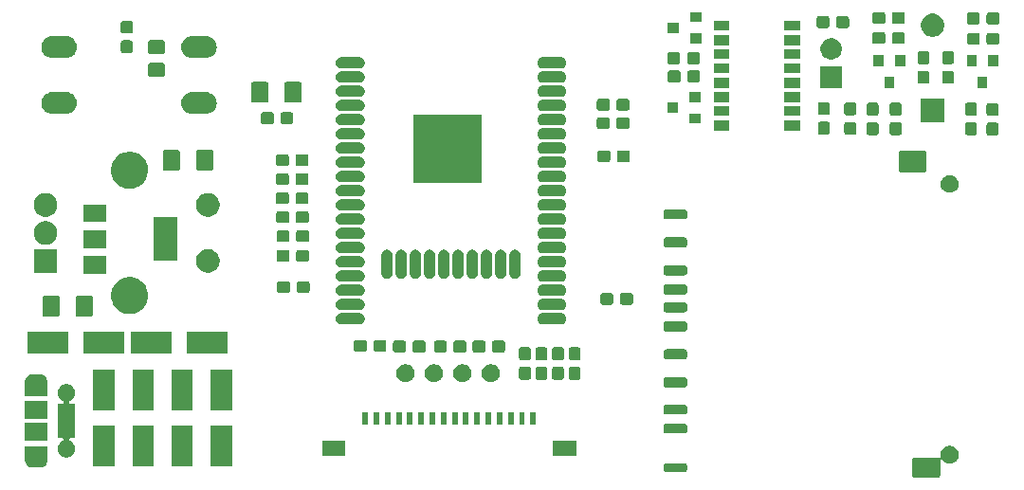
<source format=gbr>
G04 #@! TF.GenerationSoftware,KiCad,Pcbnew,(5.1.0)-1*
G04 #@! TF.CreationDate,2020-03-21T07:42:55+08:00*
G04 #@! TF.ProjectId,espcnc,65737063-6e63-42e6-9b69-6361645f7063,rev?*
G04 #@! TF.SameCoordinates,PX9d5b340PY2625a00*
G04 #@! TF.FileFunction,Soldermask,Top*
G04 #@! TF.FilePolarity,Negative*
%FSLAX46Y46*%
G04 Gerber Fmt 4.6, Leading zero omitted, Abs format (unit mm)*
G04 Created by KiCad (PCBNEW (5.1.0)-1) date 2020-03-21 07:42:55*
%MOMM*%
%LPD*%
G04 APERTURE LIST*
%ADD10C,0.100000*%
G04 APERTURE END LIST*
D10*
G36*
X84260642Y-41759781D02*
G01*
X84406414Y-41820162D01*
X84406416Y-41820163D01*
X84537608Y-41907822D01*
X84649178Y-42019392D01*
X84736837Y-42150584D01*
X84736838Y-42150586D01*
X84797219Y-42296358D01*
X84828000Y-42451107D01*
X84828000Y-42608893D01*
X84797219Y-42763642D01*
X84742093Y-42896727D01*
X84736837Y-42909416D01*
X84649178Y-43040608D01*
X84537608Y-43152178D01*
X84406416Y-43239837D01*
X84406415Y-43239838D01*
X84406414Y-43239838D01*
X84260642Y-43300219D01*
X84105893Y-43331000D01*
X83948107Y-43331000D01*
X83793358Y-43300219D01*
X83647586Y-43239838D01*
X83647585Y-43239838D01*
X83647584Y-43239837D01*
X83516392Y-43152178D01*
X83404822Y-43040608D01*
X83404820Y-43040605D01*
X83402132Y-43037917D01*
X83391387Y-43024824D01*
X83372445Y-43009278D01*
X83350834Y-42997727D01*
X83327386Y-42990614D01*
X83302999Y-42988212D01*
X83278613Y-42990614D01*
X83255164Y-42997727D01*
X83233554Y-43009278D01*
X83214612Y-43024823D01*
X83199066Y-43043765D01*
X83187515Y-43065376D01*
X83180402Y-43088824D01*
X83178000Y-43113211D01*
X83178000Y-44398216D01*
X83174013Y-44438698D01*
X83163995Y-44471724D01*
X83147727Y-44502159D01*
X83125835Y-44528835D01*
X83099159Y-44550727D01*
X83068724Y-44566995D01*
X83035698Y-44577013D01*
X82995216Y-44581000D01*
X80858784Y-44581000D01*
X80818302Y-44577013D01*
X80785276Y-44566995D01*
X80754841Y-44550727D01*
X80728165Y-44528835D01*
X80706273Y-44502159D01*
X80690005Y-44471724D01*
X80679987Y-44438698D01*
X80676000Y-44398216D01*
X80676000Y-42961784D01*
X80679987Y-42921302D01*
X80690005Y-42888276D01*
X80706273Y-42857841D01*
X80728165Y-42831165D01*
X80754841Y-42809273D01*
X80785276Y-42793005D01*
X80818302Y-42782987D01*
X80858784Y-42779000D01*
X82995216Y-42779000D01*
X83035700Y-42782987D01*
X83075506Y-42795062D01*
X83099539Y-42799842D01*
X83124043Y-42799842D01*
X83148076Y-42795061D01*
X83170715Y-42785684D01*
X83191089Y-42772070D01*
X83208416Y-42754743D01*
X83222030Y-42734368D01*
X83231407Y-42711729D01*
X83236187Y-42687696D01*
X83234387Y-42651060D01*
X83226000Y-42608894D01*
X83226000Y-42451107D01*
X83256781Y-42296358D01*
X83317162Y-42150586D01*
X83317163Y-42150584D01*
X83404822Y-42019392D01*
X83516392Y-41907822D01*
X83647584Y-41820163D01*
X83647586Y-41820162D01*
X83793358Y-41759781D01*
X83948107Y-41729000D01*
X84105893Y-41729000D01*
X84260642Y-41759781D01*
X84260642Y-41759781D01*
G37*
G36*
X60376202Y-43274407D02*
G01*
X60423091Y-43288631D01*
X60466305Y-43311730D01*
X60504184Y-43342816D01*
X60535270Y-43380695D01*
X60558369Y-43423909D01*
X60572593Y-43470798D01*
X60578000Y-43525702D01*
X60578000Y-43814298D01*
X60572593Y-43869202D01*
X60558369Y-43916091D01*
X60535270Y-43959305D01*
X60504184Y-43997184D01*
X60466305Y-44028270D01*
X60423091Y-44051369D01*
X60376202Y-44065593D01*
X60321298Y-44071000D01*
X58732702Y-44071000D01*
X58677798Y-44065593D01*
X58630909Y-44051369D01*
X58587695Y-44028270D01*
X58549816Y-43997184D01*
X58518730Y-43959305D01*
X58495631Y-43916091D01*
X58481407Y-43869202D01*
X58476000Y-43814298D01*
X58476000Y-43525702D01*
X58481407Y-43470798D01*
X58495631Y-43423909D01*
X58518730Y-43380695D01*
X58549816Y-43342816D01*
X58587695Y-43311730D01*
X58630909Y-43288631D01*
X58677798Y-43274407D01*
X58732702Y-43269000D01*
X60321298Y-43269000D01*
X60376202Y-43274407D01*
X60376202Y-43274407D01*
G37*
G36*
X3463500Y-42961886D02*
G01*
X3464102Y-42974138D01*
X3466649Y-43000000D01*
X3464102Y-43025862D01*
X3463500Y-43038114D01*
X3463500Y-43111406D01*
X3454543Y-43128164D01*
X3450415Y-43139701D01*
X3424632Y-43224693D01*
X3416854Y-43250336D01*
X3356406Y-43363425D01*
X3275054Y-43462554D01*
X3175925Y-43543906D01*
X3062836Y-43604354D01*
X3030904Y-43614040D01*
X2940118Y-43641580D01*
X2876355Y-43647860D01*
X2844474Y-43651000D01*
X2080526Y-43651000D01*
X2048645Y-43647860D01*
X1984882Y-43641580D01*
X1894096Y-43614040D01*
X1862164Y-43604354D01*
X1749075Y-43543906D01*
X1649946Y-43462554D01*
X1568594Y-43363425D01*
X1508146Y-43250336D01*
X1500368Y-43224693D01*
X1474587Y-43139708D01*
X1465213Y-43117075D01*
X1461500Y-43111518D01*
X1461500Y-43038114D01*
X1460898Y-43025862D01*
X1458351Y-43000000D01*
X1460898Y-42974138D01*
X1461500Y-42961886D01*
X1461500Y-41749000D01*
X3463500Y-41749000D01*
X3463500Y-42961886D01*
X3463500Y-42961886D01*
G37*
G36*
X19951000Y-43551000D02*
G01*
X18049000Y-43551000D01*
X18049000Y-39949000D01*
X19951000Y-39949000D01*
X19951000Y-43551000D01*
X19951000Y-43551000D01*
G37*
G36*
X16451000Y-43551000D02*
G01*
X14549000Y-43551000D01*
X14549000Y-39949000D01*
X16451000Y-39949000D01*
X16451000Y-43551000D01*
X16451000Y-43551000D01*
G37*
G36*
X12951000Y-43551000D02*
G01*
X11049000Y-43551000D01*
X11049000Y-39949000D01*
X12951000Y-39949000D01*
X12951000Y-43551000D01*
X12951000Y-43551000D01*
G37*
G36*
X9451000Y-43551000D02*
G01*
X7549000Y-43551000D01*
X7549000Y-39949000D01*
X9451000Y-39949000D01*
X9451000Y-43551000D01*
X9451000Y-43551000D01*
G37*
G36*
X5388848Y-36253820D02*
G01*
X5388850Y-36253821D01*
X5388851Y-36253821D01*
X5530074Y-36312317D01*
X5530077Y-36312319D01*
X5657169Y-36397239D01*
X5765261Y-36505331D01*
X5850181Y-36632423D01*
X5850183Y-36632426D01*
X5908679Y-36773649D01*
X5938500Y-36923571D01*
X5938500Y-37076429D01*
X5908679Y-37226351D01*
X5850183Y-37367574D01*
X5850181Y-37367577D01*
X5765261Y-37494669D01*
X5657169Y-37602761D01*
X5572440Y-37659375D01*
X5530074Y-37687683D01*
X5479772Y-37708519D01*
X5458164Y-37720068D01*
X5439222Y-37735614D01*
X5423677Y-37754556D01*
X5412126Y-37776166D01*
X5405013Y-37799615D01*
X5402611Y-37824001D01*
X5405013Y-37848387D01*
X5412126Y-37871836D01*
X5423677Y-37893447D01*
X5439223Y-37912389D01*
X5458165Y-37927934D01*
X5479775Y-37939485D01*
X5503224Y-37946598D01*
X5527610Y-37949000D01*
X5888500Y-37949000D01*
X5888500Y-41051000D01*
X5527610Y-41051000D01*
X5503224Y-41053402D01*
X5479775Y-41060515D01*
X5458164Y-41072066D01*
X5439222Y-41087611D01*
X5423677Y-41106553D01*
X5412126Y-41128164D01*
X5405013Y-41151613D01*
X5402611Y-41175999D01*
X5405013Y-41200385D01*
X5412126Y-41223834D01*
X5423677Y-41245445D01*
X5439222Y-41264387D01*
X5458164Y-41279932D01*
X5479772Y-41291481D01*
X5530074Y-41312317D01*
X5530075Y-41312318D01*
X5657169Y-41397239D01*
X5765261Y-41505331D01*
X5850181Y-41632423D01*
X5850183Y-41632426D01*
X5902935Y-41759782D01*
X5908680Y-41773652D01*
X5938500Y-41923569D01*
X5938500Y-42076431D01*
X5923750Y-42150586D01*
X5908679Y-42226351D01*
X5850183Y-42367574D01*
X5850181Y-42367577D01*
X5765261Y-42494669D01*
X5657169Y-42602761D01*
X5530077Y-42687681D01*
X5530074Y-42687683D01*
X5388851Y-42746179D01*
X5388850Y-42746179D01*
X5388848Y-42746180D01*
X5238931Y-42776000D01*
X5086069Y-42776000D01*
X4936152Y-42746180D01*
X4936150Y-42746179D01*
X4936149Y-42746179D01*
X4794926Y-42687683D01*
X4794923Y-42687681D01*
X4667831Y-42602761D01*
X4559739Y-42494669D01*
X4474819Y-42367577D01*
X4474817Y-42367574D01*
X4416321Y-42226351D01*
X4401251Y-42150586D01*
X4386500Y-42076431D01*
X4386500Y-41923569D01*
X4416320Y-41773652D01*
X4422065Y-41759782D01*
X4474817Y-41632426D01*
X4474819Y-41632423D01*
X4559739Y-41505331D01*
X4667831Y-41397239D01*
X4794925Y-41312318D01*
X4794926Y-41312317D01*
X4845228Y-41291481D01*
X4866836Y-41279932D01*
X4885778Y-41264386D01*
X4901323Y-41245444D01*
X4912874Y-41223834D01*
X4919987Y-41200385D01*
X4922389Y-41175999D01*
X4919987Y-41151613D01*
X4912874Y-41128164D01*
X4901323Y-41106553D01*
X4885777Y-41087611D01*
X4866835Y-41072066D01*
X4845225Y-41060515D01*
X4821776Y-41053402D01*
X4797390Y-41051000D01*
X4436500Y-41051000D01*
X4436500Y-37949000D01*
X4797390Y-37949000D01*
X4821776Y-37946598D01*
X4845225Y-37939485D01*
X4866836Y-37927934D01*
X4885778Y-37912389D01*
X4901323Y-37893447D01*
X4912874Y-37871836D01*
X4919987Y-37848387D01*
X4922389Y-37824001D01*
X4919987Y-37799615D01*
X4912874Y-37776166D01*
X4901323Y-37754555D01*
X4885778Y-37735613D01*
X4866836Y-37720068D01*
X4845228Y-37708519D01*
X4794926Y-37687683D01*
X4752560Y-37659375D01*
X4667831Y-37602761D01*
X4559739Y-37494669D01*
X4474819Y-37367577D01*
X4474817Y-37367574D01*
X4416321Y-37226351D01*
X4386500Y-37076429D01*
X4386500Y-36923571D01*
X4416321Y-36773649D01*
X4474817Y-36632426D01*
X4474819Y-36632423D01*
X4559739Y-36505331D01*
X4667831Y-36397239D01*
X4794923Y-36312319D01*
X4794926Y-36312317D01*
X4936149Y-36253821D01*
X4936150Y-36253821D01*
X4936152Y-36253820D01*
X5086069Y-36224000D01*
X5238931Y-36224000D01*
X5388848Y-36253820D01*
X5388848Y-36253820D01*
G37*
G36*
X30087000Y-42653000D02*
G01*
X27985000Y-42653000D01*
X27985000Y-41251000D01*
X30087000Y-41251000D01*
X30087000Y-42653000D01*
X30087000Y-42653000D01*
G37*
G36*
X50687000Y-42653000D02*
G01*
X48585000Y-42653000D01*
X48585000Y-41251000D01*
X50687000Y-41251000D01*
X50687000Y-42653000D01*
X50687000Y-42653000D01*
G37*
G36*
X3463500Y-41301000D02*
G01*
X1461500Y-41301000D01*
X1461500Y-39699000D01*
X3463500Y-39699000D01*
X3463500Y-41301000D01*
X3463500Y-41301000D01*
G37*
G36*
X60388266Y-39734119D02*
G01*
X60432343Y-39747490D01*
X60472966Y-39769204D01*
X60508574Y-39798426D01*
X60537796Y-39834034D01*
X60559510Y-39874657D01*
X60572881Y-39918734D01*
X60578000Y-39970714D01*
X60578000Y-40389286D01*
X60572881Y-40441266D01*
X60559510Y-40485343D01*
X60537796Y-40525966D01*
X60508574Y-40561574D01*
X60472966Y-40590796D01*
X60432343Y-40612510D01*
X60388266Y-40625881D01*
X60336286Y-40631000D01*
X58717714Y-40631000D01*
X58665734Y-40625881D01*
X58621657Y-40612510D01*
X58581034Y-40590796D01*
X58545426Y-40561574D01*
X58516204Y-40525966D01*
X58494490Y-40485343D01*
X58481119Y-40441266D01*
X58476000Y-40389286D01*
X58476000Y-39970714D01*
X58481119Y-39918734D01*
X58494490Y-39874657D01*
X58516204Y-39834034D01*
X58545426Y-39798426D01*
X58581034Y-39769204D01*
X58621657Y-39747490D01*
X58665734Y-39734119D01*
X58717714Y-39729000D01*
X60336286Y-39729000D01*
X60388266Y-39734119D01*
X60388266Y-39734119D01*
G37*
G36*
X35087000Y-39803000D02*
G01*
X34585000Y-39803000D01*
X34585000Y-38701000D01*
X35087000Y-38701000D01*
X35087000Y-39803000D01*
X35087000Y-39803000D01*
G37*
G36*
X46087000Y-39803000D02*
G01*
X45585000Y-39803000D01*
X45585000Y-38701000D01*
X46087000Y-38701000D01*
X46087000Y-39803000D01*
X46087000Y-39803000D01*
G37*
G36*
X45087000Y-39803000D02*
G01*
X44585000Y-39803000D01*
X44585000Y-38701000D01*
X45087000Y-38701000D01*
X45087000Y-39803000D01*
X45087000Y-39803000D01*
G37*
G36*
X44087000Y-39803000D02*
G01*
X43585000Y-39803000D01*
X43585000Y-38701000D01*
X44087000Y-38701000D01*
X44087000Y-39803000D01*
X44087000Y-39803000D01*
G37*
G36*
X43087000Y-39803000D02*
G01*
X42585000Y-39803000D01*
X42585000Y-38701000D01*
X43087000Y-38701000D01*
X43087000Y-39803000D01*
X43087000Y-39803000D01*
G37*
G36*
X42087000Y-39803000D02*
G01*
X41585000Y-39803000D01*
X41585000Y-38701000D01*
X42087000Y-38701000D01*
X42087000Y-39803000D01*
X42087000Y-39803000D01*
G37*
G36*
X41087000Y-39803000D02*
G01*
X40585000Y-39803000D01*
X40585000Y-38701000D01*
X41087000Y-38701000D01*
X41087000Y-39803000D01*
X41087000Y-39803000D01*
G37*
G36*
X40087000Y-39803000D02*
G01*
X39585000Y-39803000D01*
X39585000Y-38701000D01*
X40087000Y-38701000D01*
X40087000Y-39803000D01*
X40087000Y-39803000D01*
G37*
G36*
X47087000Y-39803000D02*
G01*
X46585000Y-39803000D01*
X46585000Y-38701000D01*
X47087000Y-38701000D01*
X47087000Y-39803000D01*
X47087000Y-39803000D01*
G37*
G36*
X38087000Y-39803000D02*
G01*
X37585000Y-39803000D01*
X37585000Y-38701000D01*
X38087000Y-38701000D01*
X38087000Y-39803000D01*
X38087000Y-39803000D01*
G37*
G36*
X37087000Y-39803000D02*
G01*
X36585000Y-39803000D01*
X36585000Y-38701000D01*
X37087000Y-38701000D01*
X37087000Y-39803000D01*
X37087000Y-39803000D01*
G37*
G36*
X36087000Y-39803000D02*
G01*
X35585000Y-39803000D01*
X35585000Y-38701000D01*
X36087000Y-38701000D01*
X36087000Y-39803000D01*
X36087000Y-39803000D01*
G37*
G36*
X32087000Y-39803000D02*
G01*
X31585000Y-39803000D01*
X31585000Y-38701000D01*
X32087000Y-38701000D01*
X32087000Y-39803000D01*
X32087000Y-39803000D01*
G37*
G36*
X33087000Y-39803000D02*
G01*
X32585000Y-39803000D01*
X32585000Y-38701000D01*
X33087000Y-38701000D01*
X33087000Y-39803000D01*
X33087000Y-39803000D01*
G37*
G36*
X34087000Y-39803000D02*
G01*
X33585000Y-39803000D01*
X33585000Y-38701000D01*
X34087000Y-38701000D01*
X34087000Y-39803000D01*
X34087000Y-39803000D01*
G37*
G36*
X39087000Y-39803000D02*
G01*
X38585000Y-39803000D01*
X38585000Y-38701000D01*
X39087000Y-38701000D01*
X39087000Y-39803000D01*
X39087000Y-39803000D01*
G37*
G36*
X3463500Y-39301000D02*
G01*
X1461500Y-39301000D01*
X1461500Y-37699000D01*
X3463500Y-37699000D01*
X3463500Y-39301000D01*
X3463500Y-39301000D01*
G37*
G36*
X60388266Y-38034119D02*
G01*
X60432343Y-38047490D01*
X60472966Y-38069204D01*
X60508574Y-38098426D01*
X60537796Y-38134034D01*
X60559510Y-38174657D01*
X60572881Y-38218734D01*
X60578000Y-38270714D01*
X60578000Y-38689286D01*
X60572881Y-38741266D01*
X60559510Y-38785343D01*
X60537796Y-38825966D01*
X60508574Y-38861574D01*
X60472966Y-38890796D01*
X60432343Y-38912510D01*
X60388266Y-38925881D01*
X60336286Y-38931000D01*
X58717714Y-38931000D01*
X58665734Y-38925881D01*
X58621657Y-38912510D01*
X58581034Y-38890796D01*
X58545426Y-38861574D01*
X58516204Y-38825966D01*
X58494490Y-38785343D01*
X58481119Y-38741266D01*
X58476000Y-38689286D01*
X58476000Y-38270714D01*
X58481119Y-38218734D01*
X58494490Y-38174657D01*
X58516204Y-38134034D01*
X58545426Y-38098426D01*
X58581034Y-38069204D01*
X58621657Y-38047490D01*
X58665734Y-38034119D01*
X58717714Y-38029000D01*
X60336286Y-38029000D01*
X60388266Y-38034119D01*
X60388266Y-38034119D01*
G37*
G36*
X16451000Y-38551000D02*
G01*
X14549000Y-38551000D01*
X14549000Y-34949000D01*
X16451000Y-34949000D01*
X16451000Y-38551000D01*
X16451000Y-38551000D01*
G37*
G36*
X12951000Y-38551000D02*
G01*
X11049000Y-38551000D01*
X11049000Y-34949000D01*
X12951000Y-34949000D01*
X12951000Y-38551000D01*
X12951000Y-38551000D01*
G37*
G36*
X9451000Y-38551000D02*
G01*
X7549000Y-38551000D01*
X7549000Y-34949000D01*
X9451000Y-34949000D01*
X9451000Y-38551000D01*
X9451000Y-38551000D01*
G37*
G36*
X19951000Y-38551000D02*
G01*
X18049000Y-38551000D01*
X18049000Y-34949000D01*
X19951000Y-34949000D01*
X19951000Y-38551000D01*
X19951000Y-38551000D01*
G37*
G36*
X2876355Y-35352140D02*
G01*
X2940118Y-35358420D01*
X3030904Y-35385960D01*
X3062836Y-35395646D01*
X3175925Y-35456094D01*
X3275054Y-35537446D01*
X3356406Y-35636575D01*
X3416854Y-35749664D01*
X3416855Y-35749668D01*
X3450413Y-35860292D01*
X3459787Y-35882925D01*
X3463500Y-35888482D01*
X3463500Y-35961886D01*
X3464102Y-35974138D01*
X3466649Y-36000000D01*
X3464102Y-36025862D01*
X3463500Y-36038114D01*
X3463500Y-37251000D01*
X1461500Y-37251000D01*
X1461500Y-36038114D01*
X1460898Y-36025862D01*
X1458351Y-36000000D01*
X1460898Y-35974138D01*
X1461500Y-35961886D01*
X1461500Y-35888594D01*
X1470457Y-35871836D01*
X1474585Y-35860299D01*
X1508145Y-35749668D01*
X1508146Y-35749664D01*
X1568594Y-35636575D01*
X1649946Y-35537446D01*
X1749075Y-35456094D01*
X1862164Y-35395646D01*
X1894096Y-35385960D01*
X1984882Y-35358420D01*
X2048645Y-35352140D01*
X2080526Y-35349000D01*
X2844474Y-35349000D01*
X2876355Y-35352140D01*
X2876355Y-35352140D01*
G37*
G36*
X60388266Y-35604119D02*
G01*
X60432343Y-35617490D01*
X60472966Y-35639204D01*
X60508574Y-35668426D01*
X60537796Y-35704034D01*
X60559510Y-35744657D01*
X60572881Y-35788734D01*
X60578000Y-35840714D01*
X60578000Y-36259286D01*
X60572881Y-36311266D01*
X60559510Y-36355343D01*
X60537796Y-36395966D01*
X60508574Y-36431574D01*
X60472966Y-36460796D01*
X60432343Y-36482510D01*
X60388266Y-36495881D01*
X60336286Y-36501000D01*
X58717714Y-36501000D01*
X58665734Y-36495881D01*
X58621657Y-36482510D01*
X58581034Y-36460796D01*
X58545426Y-36431574D01*
X58516204Y-36395966D01*
X58494490Y-36355343D01*
X58481119Y-36311266D01*
X58476000Y-36259286D01*
X58476000Y-35840714D01*
X58481119Y-35788734D01*
X58494490Y-35744657D01*
X58516204Y-35704034D01*
X58545426Y-35668426D01*
X58581034Y-35639204D01*
X58621657Y-35617490D01*
X58665734Y-35604119D01*
X58717714Y-35599000D01*
X60336286Y-35599000D01*
X60388266Y-35604119D01*
X60388266Y-35604119D01*
G37*
G36*
X35677142Y-34468242D02*
G01*
X35825101Y-34529529D01*
X35958255Y-34618499D01*
X36071501Y-34731745D01*
X36160471Y-34864899D01*
X36221758Y-35012858D01*
X36253000Y-35169925D01*
X36253000Y-35330075D01*
X36221758Y-35487142D01*
X36160471Y-35635101D01*
X36071501Y-35768255D01*
X35958255Y-35881501D01*
X35825101Y-35970471D01*
X35677142Y-36031758D01*
X35520075Y-36063000D01*
X35359925Y-36063000D01*
X35202858Y-36031758D01*
X35054899Y-35970471D01*
X34921745Y-35881501D01*
X34808499Y-35768255D01*
X34719529Y-35635101D01*
X34658242Y-35487142D01*
X34627000Y-35330075D01*
X34627000Y-35169925D01*
X34658242Y-35012858D01*
X34719529Y-34864899D01*
X34808499Y-34731745D01*
X34921745Y-34618499D01*
X35054899Y-34529529D01*
X35202858Y-34468242D01*
X35359925Y-34437000D01*
X35520075Y-34437000D01*
X35677142Y-34468242D01*
X35677142Y-34468242D01*
G37*
G36*
X43297142Y-34468242D02*
G01*
X43445101Y-34529529D01*
X43578255Y-34618499D01*
X43691501Y-34731745D01*
X43780471Y-34864899D01*
X43841758Y-35012858D01*
X43873000Y-35169925D01*
X43873000Y-35330075D01*
X43841758Y-35487142D01*
X43780471Y-35635101D01*
X43691501Y-35768255D01*
X43578255Y-35881501D01*
X43445101Y-35970471D01*
X43297142Y-36031758D01*
X43140075Y-36063000D01*
X42979925Y-36063000D01*
X42822858Y-36031758D01*
X42674899Y-35970471D01*
X42541745Y-35881501D01*
X42428499Y-35768255D01*
X42339529Y-35635101D01*
X42278242Y-35487142D01*
X42247000Y-35330075D01*
X42247000Y-35169925D01*
X42278242Y-35012858D01*
X42339529Y-34864899D01*
X42428499Y-34731745D01*
X42541745Y-34618499D01*
X42674899Y-34529529D01*
X42822858Y-34468242D01*
X42979925Y-34437000D01*
X43140075Y-34437000D01*
X43297142Y-34468242D01*
X43297142Y-34468242D01*
G37*
G36*
X40757142Y-34468242D02*
G01*
X40905101Y-34529529D01*
X41038255Y-34618499D01*
X41151501Y-34731745D01*
X41240471Y-34864899D01*
X41301758Y-35012858D01*
X41333000Y-35169925D01*
X41333000Y-35330075D01*
X41301758Y-35487142D01*
X41240471Y-35635101D01*
X41151501Y-35768255D01*
X41038255Y-35881501D01*
X40905101Y-35970471D01*
X40757142Y-36031758D01*
X40600075Y-36063000D01*
X40439925Y-36063000D01*
X40282858Y-36031758D01*
X40134899Y-35970471D01*
X40001745Y-35881501D01*
X39888499Y-35768255D01*
X39799529Y-35635101D01*
X39738242Y-35487142D01*
X39707000Y-35330075D01*
X39707000Y-35169925D01*
X39738242Y-35012858D01*
X39799529Y-34864899D01*
X39888499Y-34731745D01*
X40001745Y-34618499D01*
X40134899Y-34529529D01*
X40282858Y-34468242D01*
X40439925Y-34437000D01*
X40600075Y-34437000D01*
X40757142Y-34468242D01*
X40757142Y-34468242D01*
G37*
G36*
X38217142Y-34468242D02*
G01*
X38365101Y-34529529D01*
X38498255Y-34618499D01*
X38611501Y-34731745D01*
X38700471Y-34864899D01*
X38761758Y-35012858D01*
X38793000Y-35169925D01*
X38793000Y-35330075D01*
X38761758Y-35487142D01*
X38700471Y-35635101D01*
X38611501Y-35768255D01*
X38498255Y-35881501D01*
X38365101Y-35970471D01*
X38217142Y-36031758D01*
X38060075Y-36063000D01*
X37899925Y-36063000D01*
X37742858Y-36031758D01*
X37594899Y-35970471D01*
X37461745Y-35881501D01*
X37348499Y-35768255D01*
X37259529Y-35635101D01*
X37198242Y-35487142D01*
X37167000Y-35330075D01*
X37167000Y-35169925D01*
X37198242Y-35012858D01*
X37259529Y-34864899D01*
X37348499Y-34731745D01*
X37461745Y-34618499D01*
X37594899Y-34529529D01*
X37742858Y-34468242D01*
X37899925Y-34437000D01*
X38060075Y-34437000D01*
X38217142Y-34468242D01*
X38217142Y-34468242D01*
G37*
G36*
X50914499Y-34678445D02*
G01*
X50951995Y-34689820D01*
X50986554Y-34708292D01*
X51016847Y-34733153D01*
X51041708Y-34763446D01*
X51060180Y-34798005D01*
X51071555Y-34835501D01*
X51076000Y-34880638D01*
X51076000Y-35619362D01*
X51071555Y-35664499D01*
X51060180Y-35701995D01*
X51041708Y-35736554D01*
X51016847Y-35766847D01*
X50986554Y-35791708D01*
X50951995Y-35810180D01*
X50914499Y-35821555D01*
X50869362Y-35826000D01*
X50230638Y-35826000D01*
X50185501Y-35821555D01*
X50148005Y-35810180D01*
X50113446Y-35791708D01*
X50083153Y-35766847D01*
X50058292Y-35736554D01*
X50039820Y-35701995D01*
X50028445Y-35664499D01*
X50024000Y-35619362D01*
X50024000Y-34880638D01*
X50028445Y-34835501D01*
X50039820Y-34798005D01*
X50058292Y-34763446D01*
X50083153Y-34733153D01*
X50113446Y-34708292D01*
X50148005Y-34689820D01*
X50185501Y-34678445D01*
X50230638Y-34674000D01*
X50869362Y-34674000D01*
X50914499Y-34678445D01*
X50914499Y-34678445D01*
G37*
G36*
X49414499Y-34678445D02*
G01*
X49451995Y-34689820D01*
X49486554Y-34708292D01*
X49516847Y-34733153D01*
X49541708Y-34763446D01*
X49560180Y-34798005D01*
X49571555Y-34835501D01*
X49576000Y-34880638D01*
X49576000Y-35619362D01*
X49571555Y-35664499D01*
X49560180Y-35701995D01*
X49541708Y-35736554D01*
X49516847Y-35766847D01*
X49486554Y-35791708D01*
X49451995Y-35810180D01*
X49414499Y-35821555D01*
X49369362Y-35826000D01*
X48730638Y-35826000D01*
X48685501Y-35821555D01*
X48648005Y-35810180D01*
X48613446Y-35791708D01*
X48583153Y-35766847D01*
X48558292Y-35736554D01*
X48539820Y-35701995D01*
X48528445Y-35664499D01*
X48524000Y-35619362D01*
X48524000Y-34880638D01*
X48528445Y-34835501D01*
X48539820Y-34798005D01*
X48558292Y-34763446D01*
X48583153Y-34733153D01*
X48613446Y-34708292D01*
X48648005Y-34689820D01*
X48685501Y-34678445D01*
X48730638Y-34674000D01*
X49369362Y-34674000D01*
X49414499Y-34678445D01*
X49414499Y-34678445D01*
G37*
G36*
X47938699Y-34670945D02*
G01*
X47976195Y-34682320D01*
X48010754Y-34700792D01*
X48041047Y-34725653D01*
X48065908Y-34755946D01*
X48084380Y-34790505D01*
X48095755Y-34828001D01*
X48100200Y-34873138D01*
X48100200Y-35611862D01*
X48095755Y-35656999D01*
X48084380Y-35694495D01*
X48065908Y-35729054D01*
X48041047Y-35759347D01*
X48010754Y-35784208D01*
X47976195Y-35802680D01*
X47938699Y-35814055D01*
X47893562Y-35818500D01*
X47254838Y-35818500D01*
X47209701Y-35814055D01*
X47172205Y-35802680D01*
X47137646Y-35784208D01*
X47107353Y-35759347D01*
X47082492Y-35729054D01*
X47064020Y-35694495D01*
X47052645Y-35656999D01*
X47048200Y-35611862D01*
X47048200Y-34873138D01*
X47052645Y-34828001D01*
X47064020Y-34790505D01*
X47082492Y-34755946D01*
X47107353Y-34725653D01*
X47137646Y-34700792D01*
X47172205Y-34682320D01*
X47209701Y-34670945D01*
X47254838Y-34666500D01*
X47893562Y-34666500D01*
X47938699Y-34670945D01*
X47938699Y-34670945D01*
G37*
G36*
X46465499Y-34670945D02*
G01*
X46502995Y-34682320D01*
X46537554Y-34700792D01*
X46567847Y-34725653D01*
X46592708Y-34755946D01*
X46611180Y-34790505D01*
X46622555Y-34828001D01*
X46627000Y-34873138D01*
X46627000Y-35611862D01*
X46622555Y-35656999D01*
X46611180Y-35694495D01*
X46592708Y-35729054D01*
X46567847Y-35759347D01*
X46537554Y-35784208D01*
X46502995Y-35802680D01*
X46465499Y-35814055D01*
X46420362Y-35818500D01*
X45781638Y-35818500D01*
X45736501Y-35814055D01*
X45699005Y-35802680D01*
X45664446Y-35784208D01*
X45634153Y-35759347D01*
X45609292Y-35729054D01*
X45590820Y-35694495D01*
X45579445Y-35656999D01*
X45575000Y-35611862D01*
X45575000Y-34873138D01*
X45579445Y-34828001D01*
X45590820Y-34790505D01*
X45609292Y-34755946D01*
X45634153Y-34725653D01*
X45664446Y-34700792D01*
X45699005Y-34682320D01*
X45736501Y-34670945D01*
X45781638Y-34666500D01*
X46420362Y-34666500D01*
X46465499Y-34670945D01*
X46465499Y-34670945D01*
G37*
G36*
X49414499Y-32928445D02*
G01*
X49451995Y-32939820D01*
X49486554Y-32958292D01*
X49516847Y-32983153D01*
X49541708Y-33013446D01*
X49560180Y-33048005D01*
X49571555Y-33085501D01*
X49576000Y-33130638D01*
X49576000Y-33869362D01*
X49571555Y-33914499D01*
X49560180Y-33951995D01*
X49541708Y-33986554D01*
X49516847Y-34016847D01*
X49486554Y-34041708D01*
X49451995Y-34060180D01*
X49414499Y-34071555D01*
X49369362Y-34076000D01*
X48730638Y-34076000D01*
X48685501Y-34071555D01*
X48648005Y-34060180D01*
X48613446Y-34041708D01*
X48583153Y-34016847D01*
X48558292Y-33986554D01*
X48539820Y-33951995D01*
X48528445Y-33914499D01*
X48524000Y-33869362D01*
X48524000Y-33130638D01*
X48528445Y-33085501D01*
X48539820Y-33048005D01*
X48558292Y-33013446D01*
X48583153Y-32983153D01*
X48613446Y-32958292D01*
X48648005Y-32939820D01*
X48685501Y-32928445D01*
X48730638Y-32924000D01*
X49369362Y-32924000D01*
X49414499Y-32928445D01*
X49414499Y-32928445D01*
G37*
G36*
X50914499Y-32928445D02*
G01*
X50951995Y-32939820D01*
X50986554Y-32958292D01*
X51016847Y-32983153D01*
X51041708Y-33013446D01*
X51060180Y-33048005D01*
X51071555Y-33085501D01*
X51076000Y-33130638D01*
X51076000Y-33869362D01*
X51071555Y-33914499D01*
X51060180Y-33951995D01*
X51041708Y-33986554D01*
X51016847Y-34016847D01*
X50986554Y-34041708D01*
X50951995Y-34060180D01*
X50914499Y-34071555D01*
X50869362Y-34076000D01*
X50230638Y-34076000D01*
X50185501Y-34071555D01*
X50148005Y-34060180D01*
X50113446Y-34041708D01*
X50083153Y-34016847D01*
X50058292Y-33986554D01*
X50039820Y-33951995D01*
X50028445Y-33914499D01*
X50024000Y-33869362D01*
X50024000Y-33130638D01*
X50028445Y-33085501D01*
X50039820Y-33048005D01*
X50058292Y-33013446D01*
X50083153Y-32983153D01*
X50113446Y-32958292D01*
X50148005Y-32939820D01*
X50185501Y-32928445D01*
X50230638Y-32924000D01*
X50869362Y-32924000D01*
X50914499Y-32928445D01*
X50914499Y-32928445D01*
G37*
G36*
X47938699Y-32920945D02*
G01*
X47976195Y-32932320D01*
X48010754Y-32950792D01*
X48041047Y-32975653D01*
X48065908Y-33005946D01*
X48084380Y-33040505D01*
X48095755Y-33078001D01*
X48100200Y-33123138D01*
X48100200Y-33861862D01*
X48095755Y-33906999D01*
X48084380Y-33944495D01*
X48065908Y-33979054D01*
X48041047Y-34009347D01*
X48010754Y-34034208D01*
X47976195Y-34052680D01*
X47938699Y-34064055D01*
X47893562Y-34068500D01*
X47254838Y-34068500D01*
X47209701Y-34064055D01*
X47172205Y-34052680D01*
X47137646Y-34034208D01*
X47107353Y-34009347D01*
X47082492Y-33979054D01*
X47064020Y-33944495D01*
X47052645Y-33906999D01*
X47048200Y-33861862D01*
X47048200Y-33123138D01*
X47052645Y-33078001D01*
X47064020Y-33040505D01*
X47082492Y-33005946D01*
X47107353Y-32975653D01*
X47137646Y-32950792D01*
X47172205Y-32932320D01*
X47209701Y-32920945D01*
X47254838Y-32916500D01*
X47893562Y-32916500D01*
X47938699Y-32920945D01*
X47938699Y-32920945D01*
G37*
G36*
X46465499Y-32920945D02*
G01*
X46502995Y-32932320D01*
X46537554Y-32950792D01*
X46567847Y-32975653D01*
X46592708Y-33005946D01*
X46611180Y-33040505D01*
X46622555Y-33078001D01*
X46627000Y-33123138D01*
X46627000Y-33861862D01*
X46622555Y-33906999D01*
X46611180Y-33944495D01*
X46592708Y-33979054D01*
X46567847Y-34009347D01*
X46537554Y-34034208D01*
X46502995Y-34052680D01*
X46465499Y-34064055D01*
X46420362Y-34068500D01*
X45781638Y-34068500D01*
X45736501Y-34064055D01*
X45699005Y-34052680D01*
X45664446Y-34034208D01*
X45634153Y-34009347D01*
X45609292Y-33979054D01*
X45590820Y-33944495D01*
X45579445Y-33906999D01*
X45575000Y-33861862D01*
X45575000Y-33123138D01*
X45579445Y-33078001D01*
X45590820Y-33040505D01*
X45609292Y-33005946D01*
X45634153Y-32975653D01*
X45664446Y-32950792D01*
X45699005Y-32932320D01*
X45736501Y-32920945D01*
X45781638Y-32916500D01*
X46420362Y-32916500D01*
X46465499Y-32920945D01*
X46465499Y-32920945D01*
G37*
G36*
X60388266Y-33104119D02*
G01*
X60432343Y-33117490D01*
X60472966Y-33139204D01*
X60508574Y-33168426D01*
X60537796Y-33204034D01*
X60559510Y-33244657D01*
X60572881Y-33288734D01*
X60578000Y-33340714D01*
X60578000Y-33759286D01*
X60572881Y-33811266D01*
X60559510Y-33855343D01*
X60537796Y-33895966D01*
X60508574Y-33931574D01*
X60472966Y-33960796D01*
X60432343Y-33982510D01*
X60388266Y-33995881D01*
X60336286Y-34001000D01*
X58717714Y-34001000D01*
X58665734Y-33995881D01*
X58621657Y-33982510D01*
X58581034Y-33960796D01*
X58545426Y-33931574D01*
X58516204Y-33895966D01*
X58494490Y-33855343D01*
X58481119Y-33811266D01*
X58476000Y-33759286D01*
X58476000Y-33340714D01*
X58481119Y-33288734D01*
X58494490Y-33244657D01*
X58516204Y-33204034D01*
X58545426Y-33168426D01*
X58581034Y-33139204D01*
X58621657Y-33117490D01*
X58665734Y-33104119D01*
X58717714Y-33099000D01*
X60336286Y-33099000D01*
X60388266Y-33104119D01*
X60388266Y-33104119D01*
G37*
G36*
X10301000Y-33451000D02*
G01*
X6699000Y-33451000D01*
X6699000Y-31549000D01*
X10301000Y-31549000D01*
X10301000Y-33451000D01*
X10301000Y-33451000D01*
G37*
G36*
X5301000Y-33451000D02*
G01*
X1699000Y-33451000D01*
X1699000Y-31549000D01*
X5301000Y-31549000D01*
X5301000Y-33451000D01*
X5301000Y-33451000D01*
G37*
G36*
X19551000Y-33451000D02*
G01*
X15949000Y-33451000D01*
X15949000Y-31549000D01*
X19551000Y-31549000D01*
X19551000Y-33451000D01*
X19551000Y-33451000D01*
G37*
G36*
X14551000Y-33451000D02*
G01*
X10949000Y-33451000D01*
X10949000Y-31549000D01*
X14551000Y-31549000D01*
X14551000Y-33451000D01*
X14551000Y-33451000D01*
G37*
G36*
X40714499Y-32328445D02*
G01*
X40751995Y-32339820D01*
X40786554Y-32358292D01*
X40816847Y-32383153D01*
X40841708Y-32413446D01*
X40860180Y-32448005D01*
X40871555Y-32485501D01*
X40876000Y-32530638D01*
X40876000Y-33169362D01*
X40871555Y-33214499D01*
X40860180Y-33251995D01*
X40841708Y-33286554D01*
X40816847Y-33316847D01*
X40786554Y-33341708D01*
X40751995Y-33360180D01*
X40714499Y-33371555D01*
X40669362Y-33376000D01*
X39930638Y-33376000D01*
X39885501Y-33371555D01*
X39848005Y-33360180D01*
X39813446Y-33341708D01*
X39783153Y-33316847D01*
X39758292Y-33286554D01*
X39739820Y-33251995D01*
X39728445Y-33214499D01*
X39724000Y-33169362D01*
X39724000Y-32530638D01*
X39728445Y-32485501D01*
X39739820Y-32448005D01*
X39758292Y-32413446D01*
X39783153Y-32383153D01*
X39813446Y-32358292D01*
X39848005Y-32339820D01*
X39885501Y-32328445D01*
X39930638Y-32324000D01*
X40669362Y-32324000D01*
X40714499Y-32328445D01*
X40714499Y-32328445D01*
G37*
G36*
X42414499Y-32328445D02*
G01*
X42451995Y-32339820D01*
X42486554Y-32358292D01*
X42516847Y-32383153D01*
X42541708Y-32413446D01*
X42560180Y-32448005D01*
X42571555Y-32485501D01*
X42576000Y-32530638D01*
X42576000Y-33169362D01*
X42571555Y-33214499D01*
X42560180Y-33251995D01*
X42541708Y-33286554D01*
X42516847Y-33316847D01*
X42486554Y-33341708D01*
X42451995Y-33360180D01*
X42414499Y-33371555D01*
X42369362Y-33376000D01*
X41630638Y-33376000D01*
X41585501Y-33371555D01*
X41548005Y-33360180D01*
X41513446Y-33341708D01*
X41483153Y-33316847D01*
X41458292Y-33286554D01*
X41439820Y-33251995D01*
X41428445Y-33214499D01*
X41424000Y-33169362D01*
X41424000Y-32530638D01*
X41428445Y-32485501D01*
X41439820Y-32448005D01*
X41458292Y-32413446D01*
X41483153Y-32383153D01*
X41513446Y-32358292D01*
X41548005Y-32339820D01*
X41585501Y-32328445D01*
X41630638Y-32324000D01*
X42369362Y-32324000D01*
X42414499Y-32328445D01*
X42414499Y-32328445D01*
G37*
G36*
X38964499Y-32328445D02*
G01*
X39001995Y-32339820D01*
X39036554Y-32358292D01*
X39066847Y-32383153D01*
X39091708Y-32413446D01*
X39110180Y-32448005D01*
X39121555Y-32485501D01*
X39126000Y-32530638D01*
X39126000Y-33169362D01*
X39121555Y-33214499D01*
X39110180Y-33251995D01*
X39091708Y-33286554D01*
X39066847Y-33316847D01*
X39036554Y-33341708D01*
X39001995Y-33360180D01*
X38964499Y-33371555D01*
X38919362Y-33376000D01*
X38180638Y-33376000D01*
X38135501Y-33371555D01*
X38098005Y-33360180D01*
X38063446Y-33341708D01*
X38033153Y-33316847D01*
X38008292Y-33286554D01*
X37989820Y-33251995D01*
X37978445Y-33214499D01*
X37974000Y-33169362D01*
X37974000Y-32530638D01*
X37978445Y-32485501D01*
X37989820Y-32448005D01*
X38008292Y-32413446D01*
X38033153Y-32383153D01*
X38063446Y-32358292D01*
X38098005Y-32339820D01*
X38135501Y-32328445D01*
X38180638Y-32324000D01*
X38919362Y-32324000D01*
X38964499Y-32328445D01*
X38964499Y-32328445D01*
G37*
G36*
X44164499Y-32328445D02*
G01*
X44201995Y-32339820D01*
X44236554Y-32358292D01*
X44266847Y-32383153D01*
X44291708Y-32413446D01*
X44310180Y-32448005D01*
X44321555Y-32485501D01*
X44326000Y-32530638D01*
X44326000Y-33169362D01*
X44321555Y-33214499D01*
X44310180Y-33251995D01*
X44291708Y-33286554D01*
X44266847Y-33316847D01*
X44236554Y-33341708D01*
X44201995Y-33360180D01*
X44164499Y-33371555D01*
X44119362Y-33376000D01*
X43380638Y-33376000D01*
X43335501Y-33371555D01*
X43298005Y-33360180D01*
X43263446Y-33341708D01*
X43233153Y-33316847D01*
X43208292Y-33286554D01*
X43189820Y-33251995D01*
X43178445Y-33214499D01*
X43174000Y-33169362D01*
X43174000Y-32530638D01*
X43178445Y-32485501D01*
X43189820Y-32448005D01*
X43208292Y-32413446D01*
X43233153Y-32383153D01*
X43263446Y-32358292D01*
X43298005Y-32339820D01*
X43335501Y-32328445D01*
X43380638Y-32324000D01*
X44119362Y-32324000D01*
X44164499Y-32328445D01*
X44164499Y-32328445D01*
G37*
G36*
X35314499Y-32328445D02*
G01*
X35351995Y-32339820D01*
X35386554Y-32358292D01*
X35416847Y-32383153D01*
X35441708Y-32413446D01*
X35460180Y-32448005D01*
X35471555Y-32485501D01*
X35476000Y-32530638D01*
X35476000Y-33169362D01*
X35471555Y-33214499D01*
X35460180Y-33251995D01*
X35441708Y-33286554D01*
X35416847Y-33316847D01*
X35386554Y-33341708D01*
X35351995Y-33360180D01*
X35314499Y-33371555D01*
X35269362Y-33376000D01*
X34530638Y-33376000D01*
X34485501Y-33371555D01*
X34448005Y-33360180D01*
X34413446Y-33341708D01*
X34383153Y-33316847D01*
X34358292Y-33286554D01*
X34339820Y-33251995D01*
X34328445Y-33214499D01*
X34324000Y-33169362D01*
X34324000Y-32530638D01*
X34328445Y-32485501D01*
X34339820Y-32448005D01*
X34358292Y-32413446D01*
X34383153Y-32383153D01*
X34413446Y-32358292D01*
X34448005Y-32339820D01*
X34485501Y-32328445D01*
X34530638Y-32324000D01*
X35269362Y-32324000D01*
X35314499Y-32328445D01*
X35314499Y-32328445D01*
G37*
G36*
X37064499Y-32328445D02*
G01*
X37101995Y-32339820D01*
X37136554Y-32358292D01*
X37166847Y-32383153D01*
X37191708Y-32413446D01*
X37210180Y-32448005D01*
X37221555Y-32485501D01*
X37226000Y-32530638D01*
X37226000Y-33169362D01*
X37221555Y-33214499D01*
X37210180Y-33251995D01*
X37191708Y-33286554D01*
X37166847Y-33316847D01*
X37136554Y-33341708D01*
X37101995Y-33360180D01*
X37064499Y-33371555D01*
X37019362Y-33376000D01*
X36280638Y-33376000D01*
X36235501Y-33371555D01*
X36198005Y-33360180D01*
X36163446Y-33341708D01*
X36133153Y-33316847D01*
X36108292Y-33286554D01*
X36089820Y-33251995D01*
X36078445Y-33214499D01*
X36074000Y-33169362D01*
X36074000Y-32530638D01*
X36078445Y-32485501D01*
X36089820Y-32448005D01*
X36108292Y-32413446D01*
X36133153Y-32383153D01*
X36163446Y-32358292D01*
X36198005Y-32339820D01*
X36235501Y-32328445D01*
X36280638Y-32324000D01*
X37019362Y-32324000D01*
X37064499Y-32328445D01*
X37064499Y-32328445D01*
G37*
G36*
X31814499Y-32278445D02*
G01*
X31851995Y-32289820D01*
X31886554Y-32308292D01*
X31916847Y-32333153D01*
X31941708Y-32363446D01*
X31960180Y-32398005D01*
X31971555Y-32435501D01*
X31976000Y-32480638D01*
X31976000Y-33119362D01*
X31971555Y-33164499D01*
X31960180Y-33201995D01*
X31941708Y-33236554D01*
X31916847Y-33266847D01*
X31886554Y-33291708D01*
X31851995Y-33310180D01*
X31814499Y-33321555D01*
X31769362Y-33326000D01*
X31030638Y-33326000D01*
X30985501Y-33321555D01*
X30948005Y-33310180D01*
X30913446Y-33291708D01*
X30883153Y-33266847D01*
X30858292Y-33236554D01*
X30839820Y-33201995D01*
X30828445Y-33164499D01*
X30824000Y-33119362D01*
X30824000Y-32480638D01*
X30828445Y-32435501D01*
X30839820Y-32398005D01*
X30858292Y-32363446D01*
X30883153Y-32333153D01*
X30913446Y-32308292D01*
X30948005Y-32289820D01*
X30985501Y-32278445D01*
X31030638Y-32274000D01*
X31769362Y-32274000D01*
X31814499Y-32278445D01*
X31814499Y-32278445D01*
G37*
G36*
X33564499Y-32278445D02*
G01*
X33601995Y-32289820D01*
X33636554Y-32308292D01*
X33666847Y-32333153D01*
X33691708Y-32363446D01*
X33710180Y-32398005D01*
X33721555Y-32435501D01*
X33726000Y-32480638D01*
X33726000Y-33119362D01*
X33721555Y-33164499D01*
X33710180Y-33201995D01*
X33691708Y-33236554D01*
X33666847Y-33266847D01*
X33636554Y-33291708D01*
X33601995Y-33310180D01*
X33564499Y-33321555D01*
X33519362Y-33326000D01*
X32780638Y-33326000D01*
X32735501Y-33321555D01*
X32698005Y-33310180D01*
X32663446Y-33291708D01*
X32633153Y-33266847D01*
X32608292Y-33236554D01*
X32589820Y-33201995D01*
X32578445Y-33164499D01*
X32574000Y-33119362D01*
X32574000Y-32480638D01*
X32578445Y-32435501D01*
X32589820Y-32398005D01*
X32608292Y-32363446D01*
X32633153Y-32333153D01*
X32663446Y-32308292D01*
X32698005Y-32289820D01*
X32735501Y-32278445D01*
X32780638Y-32274000D01*
X33519362Y-32274000D01*
X33564499Y-32278445D01*
X33564499Y-32278445D01*
G37*
G36*
X60388266Y-30604119D02*
G01*
X60432343Y-30617490D01*
X60472966Y-30639204D01*
X60508574Y-30668426D01*
X60537796Y-30704034D01*
X60559510Y-30744657D01*
X60572881Y-30788734D01*
X60578000Y-30840714D01*
X60578000Y-31259286D01*
X60572881Y-31311266D01*
X60559510Y-31355343D01*
X60537796Y-31395966D01*
X60508574Y-31431574D01*
X60472966Y-31460796D01*
X60432343Y-31482510D01*
X60388266Y-31495881D01*
X60336286Y-31501000D01*
X58717714Y-31501000D01*
X58665734Y-31495881D01*
X58621657Y-31482510D01*
X58581034Y-31460796D01*
X58545426Y-31431574D01*
X58516204Y-31395966D01*
X58494490Y-31355343D01*
X58481119Y-31311266D01*
X58476000Y-31259286D01*
X58476000Y-30840714D01*
X58481119Y-30788734D01*
X58494490Y-30744657D01*
X58516204Y-30704034D01*
X58545426Y-30668426D01*
X58581034Y-30639204D01*
X58621657Y-30617490D01*
X58665734Y-30604119D01*
X58717714Y-30599000D01*
X60336286Y-30599000D01*
X60388266Y-30604119D01*
X60388266Y-30604119D01*
G37*
G36*
X49398213Y-29866249D02*
G01*
X49492652Y-29894897D01*
X49579687Y-29941418D01*
X49655975Y-30004025D01*
X49718582Y-30080313D01*
X49765103Y-30167348D01*
X49793751Y-30261787D01*
X49803424Y-30360000D01*
X49793751Y-30458213D01*
X49765103Y-30552652D01*
X49718582Y-30639687D01*
X49655975Y-30715975D01*
X49579687Y-30778582D01*
X49492652Y-30825103D01*
X49398213Y-30853751D01*
X49324612Y-30861000D01*
X47675388Y-30861000D01*
X47601787Y-30853751D01*
X47507348Y-30825103D01*
X47420313Y-30778582D01*
X47344025Y-30715975D01*
X47281418Y-30639687D01*
X47234897Y-30552652D01*
X47206249Y-30458213D01*
X47196576Y-30360000D01*
X47206249Y-30261787D01*
X47234897Y-30167348D01*
X47281418Y-30080313D01*
X47344025Y-30004025D01*
X47420313Y-29941418D01*
X47507348Y-29894897D01*
X47601787Y-29866249D01*
X47675388Y-29859000D01*
X49324612Y-29859000D01*
X49398213Y-29866249D01*
X49398213Y-29866249D01*
G37*
G36*
X31398213Y-29866249D02*
G01*
X31492652Y-29894897D01*
X31579687Y-29941418D01*
X31655975Y-30004025D01*
X31718582Y-30080313D01*
X31765103Y-30167348D01*
X31793751Y-30261787D01*
X31803424Y-30360000D01*
X31793751Y-30458213D01*
X31765103Y-30552652D01*
X31718582Y-30639687D01*
X31655975Y-30715975D01*
X31579687Y-30778582D01*
X31492652Y-30825103D01*
X31398213Y-30853751D01*
X31324612Y-30861000D01*
X29675388Y-30861000D01*
X29601787Y-30853751D01*
X29507348Y-30825103D01*
X29420313Y-30778582D01*
X29344025Y-30715975D01*
X29281418Y-30639687D01*
X29234897Y-30552652D01*
X29206249Y-30458213D01*
X29196576Y-30360000D01*
X29206249Y-30261787D01*
X29234897Y-30167348D01*
X29281418Y-30080313D01*
X29344025Y-30004025D01*
X29420313Y-29941418D01*
X29507348Y-29894897D01*
X29601787Y-29866249D01*
X29675388Y-29859000D01*
X31324612Y-29859000D01*
X31398213Y-29866249D01*
X31398213Y-29866249D01*
G37*
G36*
X4388062Y-28328181D02*
G01*
X4422981Y-28338774D01*
X4455163Y-28355976D01*
X4483373Y-28379127D01*
X4506524Y-28407337D01*
X4523726Y-28439519D01*
X4534319Y-28474438D01*
X4538500Y-28516895D01*
X4538500Y-29983105D01*
X4534319Y-30025562D01*
X4523726Y-30060481D01*
X4506524Y-30092663D01*
X4483373Y-30120873D01*
X4455163Y-30144024D01*
X4422981Y-30161226D01*
X4388062Y-30171819D01*
X4345605Y-30176000D01*
X3204395Y-30176000D01*
X3161938Y-30171819D01*
X3127019Y-30161226D01*
X3094837Y-30144024D01*
X3066627Y-30120873D01*
X3043476Y-30092663D01*
X3026274Y-30060481D01*
X3015681Y-30025562D01*
X3011500Y-29983105D01*
X3011500Y-28516895D01*
X3015681Y-28474438D01*
X3026274Y-28439519D01*
X3043476Y-28407337D01*
X3066627Y-28379127D01*
X3094837Y-28355976D01*
X3127019Y-28338774D01*
X3161938Y-28328181D01*
X3204395Y-28324000D01*
X4345605Y-28324000D01*
X4388062Y-28328181D01*
X4388062Y-28328181D01*
G37*
G36*
X7363062Y-28328181D02*
G01*
X7397981Y-28338774D01*
X7430163Y-28355976D01*
X7458373Y-28379127D01*
X7481524Y-28407337D01*
X7498726Y-28439519D01*
X7509319Y-28474438D01*
X7513500Y-28516895D01*
X7513500Y-29983105D01*
X7509319Y-30025562D01*
X7498726Y-30060481D01*
X7481524Y-30092663D01*
X7458373Y-30120873D01*
X7430163Y-30144024D01*
X7397981Y-30161226D01*
X7363062Y-30171819D01*
X7320605Y-30176000D01*
X6179395Y-30176000D01*
X6136938Y-30171819D01*
X6102019Y-30161226D01*
X6069837Y-30144024D01*
X6041627Y-30120873D01*
X6018476Y-30092663D01*
X6001274Y-30060481D01*
X5990681Y-30025562D01*
X5986500Y-29983105D01*
X5986500Y-28516895D01*
X5990681Y-28474438D01*
X6001274Y-28439519D01*
X6018476Y-28407337D01*
X6041627Y-28379127D01*
X6069837Y-28355976D01*
X6102019Y-28338774D01*
X6136938Y-28328181D01*
X6179395Y-28324000D01*
X7320605Y-28324000D01*
X7363062Y-28328181D01*
X7363062Y-28328181D01*
G37*
G36*
X11175256Y-26691298D02*
G01*
X11281579Y-26712447D01*
X11477864Y-26793751D01*
X11564629Y-26829690D01*
X11582042Y-26836903D01*
X11852451Y-27017585D01*
X12082415Y-27247549D01*
X12233247Y-27473285D01*
X12263098Y-27517960D01*
X12272356Y-27540310D01*
X12385308Y-27813000D01*
X12387553Y-27818422D01*
X12451000Y-28137389D01*
X12451000Y-28462611D01*
X12424417Y-28596250D01*
X12387553Y-28781579D01*
X12319207Y-28946581D01*
X12286943Y-29024474D01*
X12263097Y-29082042D01*
X12082415Y-29352451D01*
X11852451Y-29582415D01*
X11582042Y-29763097D01*
X11281579Y-29887553D01*
X11178257Y-29908105D01*
X10962611Y-29951000D01*
X10637389Y-29951000D01*
X10421743Y-29908105D01*
X10318421Y-29887553D01*
X10017958Y-29763097D01*
X9747549Y-29582415D01*
X9517585Y-29352451D01*
X9336903Y-29082042D01*
X9313058Y-29024474D01*
X9280793Y-28946581D01*
X9212447Y-28781579D01*
X9175583Y-28596250D01*
X9149000Y-28462611D01*
X9149000Y-28137389D01*
X9212447Y-27818422D01*
X9214693Y-27813000D01*
X9327644Y-27540310D01*
X9336902Y-27517960D01*
X9366753Y-27473285D01*
X9517585Y-27247549D01*
X9747549Y-27017585D01*
X10017958Y-26836903D01*
X10035372Y-26829690D01*
X10122136Y-26793751D01*
X10318421Y-26712447D01*
X10424744Y-26691298D01*
X10637389Y-26649000D01*
X10962611Y-26649000D01*
X11175256Y-26691298D01*
X11175256Y-26691298D01*
G37*
G36*
X60388266Y-28904119D02*
G01*
X60432343Y-28917490D01*
X60472966Y-28939204D01*
X60508574Y-28968426D01*
X60537796Y-29004034D01*
X60559510Y-29044657D01*
X60572881Y-29088734D01*
X60578000Y-29140714D01*
X60578000Y-29559286D01*
X60572881Y-29611266D01*
X60559510Y-29655343D01*
X60537796Y-29695966D01*
X60508574Y-29731574D01*
X60472966Y-29760796D01*
X60432343Y-29782510D01*
X60388266Y-29795881D01*
X60336286Y-29801000D01*
X58717714Y-29801000D01*
X58665734Y-29795881D01*
X58621657Y-29782510D01*
X58581034Y-29760796D01*
X58545426Y-29731574D01*
X58516204Y-29695966D01*
X58494490Y-29655343D01*
X58481119Y-29611266D01*
X58476000Y-29559286D01*
X58476000Y-29140714D01*
X58481119Y-29088734D01*
X58494490Y-29044657D01*
X58516204Y-29004034D01*
X58545426Y-28968426D01*
X58581034Y-28939204D01*
X58621657Y-28917490D01*
X58665734Y-28904119D01*
X58717714Y-28899000D01*
X60336286Y-28899000D01*
X60388266Y-28904119D01*
X60388266Y-28904119D01*
G37*
G36*
X49398213Y-28596249D02*
G01*
X49492652Y-28624897D01*
X49579687Y-28671418D01*
X49655975Y-28734025D01*
X49718582Y-28810313D01*
X49765103Y-28897348D01*
X49793751Y-28991787D01*
X49803424Y-29090000D01*
X49793751Y-29188213D01*
X49765103Y-29282652D01*
X49718582Y-29369687D01*
X49655975Y-29445975D01*
X49579687Y-29508582D01*
X49492652Y-29555103D01*
X49398213Y-29583751D01*
X49324612Y-29591000D01*
X47675388Y-29591000D01*
X47601787Y-29583751D01*
X47507348Y-29555103D01*
X47420313Y-29508582D01*
X47344025Y-29445975D01*
X47281418Y-29369687D01*
X47234897Y-29282652D01*
X47206249Y-29188213D01*
X47196576Y-29090000D01*
X47206249Y-28991787D01*
X47234897Y-28897348D01*
X47281418Y-28810313D01*
X47344025Y-28734025D01*
X47420313Y-28671418D01*
X47507348Y-28624897D01*
X47601787Y-28596249D01*
X47675388Y-28589000D01*
X49324612Y-28589000D01*
X49398213Y-28596249D01*
X49398213Y-28596249D01*
G37*
G36*
X31398213Y-28596249D02*
G01*
X31492652Y-28624897D01*
X31579687Y-28671418D01*
X31655975Y-28734025D01*
X31718582Y-28810313D01*
X31765103Y-28897348D01*
X31793751Y-28991787D01*
X31803424Y-29090000D01*
X31793751Y-29188213D01*
X31765103Y-29282652D01*
X31718582Y-29369687D01*
X31655975Y-29445975D01*
X31579687Y-29508582D01*
X31492652Y-29555103D01*
X31398213Y-29583751D01*
X31324612Y-29591000D01*
X29675388Y-29591000D01*
X29601787Y-29583751D01*
X29507348Y-29555103D01*
X29420313Y-29508582D01*
X29344025Y-29445975D01*
X29281418Y-29369687D01*
X29234897Y-29282652D01*
X29206249Y-29188213D01*
X29196576Y-29090000D01*
X29206249Y-28991787D01*
X29234897Y-28897348D01*
X29281418Y-28810313D01*
X29344025Y-28734025D01*
X29420313Y-28671418D01*
X29507348Y-28624897D01*
X29601787Y-28596249D01*
X29675388Y-28589000D01*
X31324612Y-28589000D01*
X31398213Y-28596249D01*
X31398213Y-28596249D01*
G37*
G36*
X53839499Y-28078445D02*
G01*
X53876995Y-28089820D01*
X53911554Y-28108292D01*
X53941847Y-28133153D01*
X53966708Y-28163446D01*
X53985180Y-28198005D01*
X53996555Y-28235501D01*
X54001000Y-28280638D01*
X54001000Y-28919362D01*
X53996555Y-28964499D01*
X53985180Y-29001995D01*
X53966708Y-29036554D01*
X53941847Y-29066847D01*
X53911554Y-29091708D01*
X53876995Y-29110180D01*
X53839499Y-29121555D01*
X53794362Y-29126000D01*
X53055638Y-29126000D01*
X53010501Y-29121555D01*
X52973005Y-29110180D01*
X52938446Y-29091708D01*
X52908153Y-29066847D01*
X52883292Y-29036554D01*
X52864820Y-29001995D01*
X52853445Y-28964499D01*
X52849000Y-28919362D01*
X52849000Y-28280638D01*
X52853445Y-28235501D01*
X52864820Y-28198005D01*
X52883292Y-28163446D01*
X52908153Y-28133153D01*
X52938446Y-28108292D01*
X52973005Y-28089820D01*
X53010501Y-28078445D01*
X53055638Y-28074000D01*
X53794362Y-28074000D01*
X53839499Y-28078445D01*
X53839499Y-28078445D01*
G37*
G36*
X55589499Y-28078445D02*
G01*
X55626995Y-28089820D01*
X55661554Y-28108292D01*
X55691847Y-28133153D01*
X55716708Y-28163446D01*
X55735180Y-28198005D01*
X55746555Y-28235501D01*
X55751000Y-28280638D01*
X55751000Y-28919362D01*
X55746555Y-28964499D01*
X55735180Y-29001995D01*
X55716708Y-29036554D01*
X55691847Y-29066847D01*
X55661554Y-29091708D01*
X55626995Y-29110180D01*
X55589499Y-29121555D01*
X55544362Y-29126000D01*
X54805638Y-29126000D01*
X54760501Y-29121555D01*
X54723005Y-29110180D01*
X54688446Y-29091708D01*
X54658153Y-29066847D01*
X54633292Y-29036554D01*
X54614820Y-29001995D01*
X54603445Y-28964499D01*
X54599000Y-28919362D01*
X54599000Y-28280638D01*
X54603445Y-28235501D01*
X54614820Y-28198005D01*
X54633292Y-28163446D01*
X54658153Y-28133153D01*
X54688446Y-28108292D01*
X54723005Y-28089820D01*
X54760501Y-28078445D01*
X54805638Y-28074000D01*
X55544362Y-28074000D01*
X55589499Y-28078445D01*
X55589499Y-28078445D01*
G37*
G36*
X49398213Y-27326249D02*
G01*
X49492652Y-27354897D01*
X49579687Y-27401418D01*
X49655975Y-27464025D01*
X49718582Y-27540313D01*
X49765103Y-27627348D01*
X49793751Y-27721787D01*
X49803424Y-27820000D01*
X49793751Y-27918213D01*
X49765103Y-28012652D01*
X49718582Y-28099687D01*
X49655975Y-28175975D01*
X49579687Y-28238582D01*
X49492652Y-28285103D01*
X49398213Y-28313751D01*
X49324612Y-28321000D01*
X47675388Y-28321000D01*
X47601787Y-28313751D01*
X47507348Y-28285103D01*
X47420313Y-28238582D01*
X47344025Y-28175975D01*
X47281418Y-28099687D01*
X47234897Y-28012652D01*
X47206249Y-27918213D01*
X47196576Y-27820000D01*
X47206249Y-27721787D01*
X47234897Y-27627348D01*
X47281418Y-27540313D01*
X47344025Y-27464025D01*
X47420313Y-27401418D01*
X47507348Y-27354897D01*
X47601787Y-27326249D01*
X47675388Y-27319000D01*
X49324612Y-27319000D01*
X49398213Y-27326249D01*
X49398213Y-27326249D01*
G37*
G36*
X31398213Y-27326249D02*
G01*
X31492652Y-27354897D01*
X31579687Y-27401418D01*
X31655975Y-27464025D01*
X31718582Y-27540313D01*
X31765103Y-27627348D01*
X31793751Y-27721787D01*
X31803424Y-27820000D01*
X31793751Y-27918213D01*
X31765103Y-28012652D01*
X31718582Y-28099687D01*
X31655975Y-28175975D01*
X31579687Y-28238582D01*
X31492652Y-28285103D01*
X31398213Y-28313751D01*
X31324612Y-28321000D01*
X29675388Y-28321000D01*
X29601787Y-28313751D01*
X29507348Y-28285103D01*
X29420313Y-28238582D01*
X29344025Y-28175975D01*
X29281418Y-28099687D01*
X29234897Y-28012652D01*
X29206249Y-27918213D01*
X29196576Y-27820000D01*
X29206249Y-27721787D01*
X29234897Y-27627348D01*
X29281418Y-27540313D01*
X29344025Y-27464025D01*
X29420313Y-27401418D01*
X29507348Y-27354897D01*
X29601787Y-27326249D01*
X29675388Y-27319000D01*
X31324612Y-27319000D01*
X31398213Y-27326249D01*
X31398213Y-27326249D01*
G37*
G36*
X60388266Y-27304119D02*
G01*
X60432343Y-27317490D01*
X60472966Y-27339204D01*
X60508574Y-27368426D01*
X60537796Y-27404034D01*
X60559510Y-27444657D01*
X60572881Y-27488734D01*
X60578000Y-27540714D01*
X60578000Y-27959286D01*
X60572881Y-28011266D01*
X60559510Y-28055343D01*
X60537796Y-28095966D01*
X60508574Y-28131574D01*
X60472966Y-28160796D01*
X60432343Y-28182510D01*
X60388266Y-28195881D01*
X60336286Y-28201000D01*
X58717714Y-28201000D01*
X58665734Y-28195881D01*
X58621657Y-28182510D01*
X58581034Y-28160796D01*
X58545426Y-28131574D01*
X58516204Y-28095966D01*
X58494490Y-28055343D01*
X58481119Y-28011266D01*
X58476000Y-27959286D01*
X58476000Y-27540714D01*
X58481119Y-27488734D01*
X58494490Y-27444657D01*
X58516204Y-27404034D01*
X58545426Y-27368426D01*
X58581034Y-27339204D01*
X58621657Y-27317490D01*
X58665734Y-27304119D01*
X58717714Y-27299000D01*
X60336286Y-27299000D01*
X60388266Y-27304119D01*
X60388266Y-27304119D01*
G37*
G36*
X26714499Y-27028445D02*
G01*
X26751995Y-27039820D01*
X26786554Y-27058292D01*
X26816847Y-27083153D01*
X26841708Y-27113446D01*
X26860180Y-27148005D01*
X26871555Y-27185501D01*
X26876000Y-27230638D01*
X26876000Y-27869362D01*
X26871555Y-27914499D01*
X26860180Y-27951995D01*
X26841708Y-27986554D01*
X26816847Y-28016847D01*
X26786554Y-28041708D01*
X26751995Y-28060180D01*
X26714499Y-28071555D01*
X26669362Y-28076000D01*
X25930638Y-28076000D01*
X25885501Y-28071555D01*
X25848005Y-28060180D01*
X25813446Y-28041708D01*
X25783153Y-28016847D01*
X25758292Y-27986554D01*
X25739820Y-27951995D01*
X25728445Y-27914499D01*
X25724000Y-27869362D01*
X25724000Y-27230638D01*
X25728445Y-27185501D01*
X25739820Y-27148005D01*
X25758292Y-27113446D01*
X25783153Y-27083153D01*
X25813446Y-27058292D01*
X25848005Y-27039820D01*
X25885501Y-27028445D01*
X25930638Y-27024000D01*
X26669362Y-27024000D01*
X26714499Y-27028445D01*
X26714499Y-27028445D01*
G37*
G36*
X24964499Y-27028445D02*
G01*
X25001995Y-27039820D01*
X25036554Y-27058292D01*
X25066847Y-27083153D01*
X25091708Y-27113446D01*
X25110180Y-27148005D01*
X25121555Y-27185501D01*
X25126000Y-27230638D01*
X25126000Y-27869362D01*
X25121555Y-27914499D01*
X25110180Y-27951995D01*
X25091708Y-27986554D01*
X25066847Y-28016847D01*
X25036554Y-28041708D01*
X25001995Y-28060180D01*
X24964499Y-28071555D01*
X24919362Y-28076000D01*
X24180638Y-28076000D01*
X24135501Y-28071555D01*
X24098005Y-28060180D01*
X24063446Y-28041708D01*
X24033153Y-28016847D01*
X24008292Y-27986554D01*
X23989820Y-27951995D01*
X23978445Y-27914499D01*
X23974000Y-27869362D01*
X23974000Y-27230638D01*
X23978445Y-27185501D01*
X23989820Y-27148005D01*
X24008292Y-27113446D01*
X24033153Y-27083153D01*
X24063446Y-27058292D01*
X24098005Y-27039820D01*
X24135501Y-27028445D01*
X24180638Y-27024000D01*
X24919362Y-27024000D01*
X24964499Y-27028445D01*
X24964499Y-27028445D01*
G37*
G36*
X31398213Y-26056249D02*
G01*
X31492652Y-26084897D01*
X31579687Y-26131418D01*
X31655975Y-26194025D01*
X31718582Y-26270313D01*
X31765103Y-26357348D01*
X31793751Y-26451787D01*
X31803424Y-26550000D01*
X31793751Y-26648213D01*
X31765103Y-26742652D01*
X31718582Y-26829687D01*
X31655975Y-26905975D01*
X31579687Y-26968582D01*
X31492652Y-27015103D01*
X31398213Y-27043751D01*
X31324612Y-27051000D01*
X29675388Y-27051000D01*
X29601787Y-27043751D01*
X29507348Y-27015103D01*
X29420313Y-26968582D01*
X29344025Y-26905975D01*
X29281418Y-26829687D01*
X29234897Y-26742652D01*
X29206249Y-26648213D01*
X29196576Y-26550000D01*
X29206249Y-26451787D01*
X29234897Y-26357348D01*
X29281418Y-26270313D01*
X29344025Y-26194025D01*
X29420313Y-26131418D01*
X29507348Y-26084897D01*
X29601787Y-26056249D01*
X29675388Y-26049000D01*
X31324612Y-26049000D01*
X31398213Y-26056249D01*
X31398213Y-26056249D01*
G37*
G36*
X49398213Y-26056249D02*
G01*
X49492652Y-26084897D01*
X49579687Y-26131418D01*
X49655975Y-26194025D01*
X49718582Y-26270313D01*
X49765103Y-26357348D01*
X49793751Y-26451787D01*
X49803424Y-26550000D01*
X49793751Y-26648213D01*
X49765103Y-26742652D01*
X49718582Y-26829687D01*
X49655975Y-26905975D01*
X49579687Y-26968582D01*
X49492652Y-27015103D01*
X49398213Y-27043751D01*
X49324612Y-27051000D01*
X47675388Y-27051000D01*
X47601787Y-27043751D01*
X47507348Y-27015103D01*
X47420313Y-26968582D01*
X47344025Y-26905975D01*
X47281418Y-26829687D01*
X47234897Y-26742652D01*
X47206249Y-26648213D01*
X47196576Y-26550000D01*
X47206249Y-26451787D01*
X47234897Y-26357348D01*
X47281418Y-26270313D01*
X47344025Y-26194025D01*
X47420313Y-26131418D01*
X47507348Y-26084897D01*
X47601787Y-26056249D01*
X47675388Y-26049000D01*
X49324612Y-26049000D01*
X49398213Y-26056249D01*
X49398213Y-26056249D01*
G37*
G36*
X40233213Y-24206249D02*
G01*
X40327652Y-24234897D01*
X40414687Y-24281418D01*
X40490975Y-24344025D01*
X40553582Y-24420313D01*
X40600103Y-24507348D01*
X40628751Y-24601787D01*
X40636000Y-24675388D01*
X40636000Y-26324612D01*
X40628751Y-26398213D01*
X40600103Y-26492652D01*
X40553582Y-26579687D01*
X40490975Y-26655975D01*
X40414687Y-26718582D01*
X40327651Y-26765103D01*
X40233212Y-26793751D01*
X40135000Y-26803424D01*
X40036787Y-26793751D01*
X39942348Y-26765103D01*
X39855313Y-26718582D01*
X39779025Y-26655975D01*
X39716418Y-26579687D01*
X39669897Y-26492651D01*
X39641249Y-26398212D01*
X39634000Y-26324611D01*
X39634001Y-24675388D01*
X39641250Y-24601787D01*
X39669898Y-24507348D01*
X39716419Y-24420313D01*
X39779026Y-24344025D01*
X39855314Y-24281418D01*
X39942349Y-24234897D01*
X40036788Y-24206249D01*
X40135000Y-24196576D01*
X40233213Y-24206249D01*
X40233213Y-24206249D01*
G37*
G36*
X45313213Y-24206249D02*
G01*
X45407652Y-24234897D01*
X45494687Y-24281418D01*
X45570975Y-24344025D01*
X45633582Y-24420313D01*
X45680103Y-24507348D01*
X45708751Y-24601787D01*
X45716000Y-24675388D01*
X45716000Y-26324612D01*
X45708751Y-26398213D01*
X45680103Y-26492652D01*
X45633582Y-26579687D01*
X45570975Y-26655975D01*
X45494687Y-26718582D01*
X45407651Y-26765103D01*
X45313212Y-26793751D01*
X45215000Y-26803424D01*
X45116787Y-26793751D01*
X45022348Y-26765103D01*
X44935313Y-26718582D01*
X44859025Y-26655975D01*
X44796418Y-26579687D01*
X44749897Y-26492651D01*
X44721249Y-26398212D01*
X44714000Y-26324611D01*
X44714001Y-24675388D01*
X44721250Y-24601787D01*
X44749898Y-24507348D01*
X44796419Y-24420313D01*
X44859026Y-24344025D01*
X44935314Y-24281418D01*
X45022349Y-24234897D01*
X45116788Y-24206249D01*
X45215000Y-24196576D01*
X45313213Y-24206249D01*
X45313213Y-24206249D01*
G37*
G36*
X36423213Y-24206249D02*
G01*
X36517652Y-24234897D01*
X36604687Y-24281418D01*
X36680975Y-24344025D01*
X36743582Y-24420313D01*
X36790103Y-24507348D01*
X36818751Y-24601787D01*
X36826000Y-24675388D01*
X36826000Y-26324612D01*
X36818751Y-26398213D01*
X36790103Y-26492652D01*
X36743582Y-26579687D01*
X36680975Y-26655975D01*
X36604687Y-26718582D01*
X36517651Y-26765103D01*
X36423212Y-26793751D01*
X36325000Y-26803424D01*
X36226787Y-26793751D01*
X36132348Y-26765103D01*
X36045313Y-26718582D01*
X35969025Y-26655975D01*
X35906418Y-26579687D01*
X35859897Y-26492651D01*
X35831249Y-26398212D01*
X35824000Y-26324611D01*
X35824001Y-24675388D01*
X35831250Y-24601787D01*
X35859898Y-24507348D01*
X35906419Y-24420313D01*
X35969026Y-24344025D01*
X36045314Y-24281418D01*
X36132349Y-24234897D01*
X36226788Y-24206249D01*
X36325000Y-24196576D01*
X36423213Y-24206249D01*
X36423213Y-24206249D01*
G37*
G36*
X44043213Y-24206249D02*
G01*
X44137652Y-24234897D01*
X44224687Y-24281418D01*
X44300975Y-24344025D01*
X44363582Y-24420313D01*
X44410103Y-24507348D01*
X44438751Y-24601787D01*
X44446000Y-24675388D01*
X44446000Y-26324612D01*
X44438751Y-26398213D01*
X44410103Y-26492652D01*
X44363582Y-26579687D01*
X44300975Y-26655975D01*
X44224687Y-26718582D01*
X44137651Y-26765103D01*
X44043212Y-26793751D01*
X43945000Y-26803424D01*
X43846787Y-26793751D01*
X43752348Y-26765103D01*
X43665313Y-26718582D01*
X43589025Y-26655975D01*
X43526418Y-26579687D01*
X43479897Y-26492651D01*
X43451249Y-26398212D01*
X43444000Y-26324611D01*
X43444001Y-24675388D01*
X43451250Y-24601787D01*
X43479898Y-24507348D01*
X43526419Y-24420313D01*
X43589026Y-24344025D01*
X43665314Y-24281418D01*
X43752349Y-24234897D01*
X43846788Y-24206249D01*
X43945000Y-24196576D01*
X44043213Y-24206249D01*
X44043213Y-24206249D01*
G37*
G36*
X42773213Y-24206249D02*
G01*
X42867652Y-24234897D01*
X42954687Y-24281418D01*
X43030975Y-24344025D01*
X43093582Y-24420313D01*
X43140103Y-24507348D01*
X43168751Y-24601787D01*
X43176000Y-24675388D01*
X43176000Y-26324612D01*
X43168751Y-26398213D01*
X43140103Y-26492652D01*
X43093582Y-26579687D01*
X43030975Y-26655975D01*
X42954687Y-26718582D01*
X42867651Y-26765103D01*
X42773212Y-26793751D01*
X42675000Y-26803424D01*
X42576787Y-26793751D01*
X42482348Y-26765103D01*
X42395313Y-26718582D01*
X42319025Y-26655975D01*
X42256418Y-26579687D01*
X42209897Y-26492651D01*
X42181249Y-26398212D01*
X42174000Y-26324611D01*
X42174001Y-24675388D01*
X42181250Y-24601787D01*
X42209898Y-24507348D01*
X42256419Y-24420313D01*
X42319026Y-24344025D01*
X42395314Y-24281418D01*
X42482349Y-24234897D01*
X42576788Y-24206249D01*
X42675000Y-24196576D01*
X42773213Y-24206249D01*
X42773213Y-24206249D01*
G37*
G36*
X35153213Y-24206249D02*
G01*
X35247652Y-24234897D01*
X35334687Y-24281418D01*
X35410975Y-24344025D01*
X35473582Y-24420313D01*
X35520103Y-24507348D01*
X35548751Y-24601787D01*
X35556000Y-24675388D01*
X35556000Y-26324612D01*
X35548751Y-26398213D01*
X35520103Y-26492652D01*
X35473582Y-26579687D01*
X35410975Y-26655975D01*
X35334687Y-26718582D01*
X35247651Y-26765103D01*
X35153212Y-26793751D01*
X35055000Y-26803424D01*
X34956787Y-26793751D01*
X34862348Y-26765103D01*
X34775313Y-26718582D01*
X34699025Y-26655975D01*
X34636418Y-26579687D01*
X34589897Y-26492651D01*
X34561249Y-26398212D01*
X34554000Y-26324611D01*
X34554001Y-24675388D01*
X34561250Y-24601787D01*
X34589898Y-24507348D01*
X34636419Y-24420313D01*
X34699026Y-24344025D01*
X34775314Y-24281418D01*
X34862349Y-24234897D01*
X34956788Y-24206249D01*
X35055000Y-24196576D01*
X35153213Y-24206249D01*
X35153213Y-24206249D01*
G37*
G36*
X41503213Y-24206249D02*
G01*
X41597652Y-24234897D01*
X41684687Y-24281418D01*
X41760975Y-24344025D01*
X41823582Y-24420313D01*
X41870103Y-24507348D01*
X41898751Y-24601787D01*
X41906000Y-24675388D01*
X41906000Y-26324612D01*
X41898751Y-26398213D01*
X41870103Y-26492652D01*
X41823582Y-26579687D01*
X41760975Y-26655975D01*
X41684687Y-26718582D01*
X41597651Y-26765103D01*
X41503212Y-26793751D01*
X41405000Y-26803424D01*
X41306787Y-26793751D01*
X41212348Y-26765103D01*
X41125313Y-26718582D01*
X41049025Y-26655975D01*
X40986418Y-26579687D01*
X40939897Y-26492651D01*
X40911249Y-26398212D01*
X40904000Y-26324611D01*
X40904001Y-24675388D01*
X40911250Y-24601787D01*
X40939898Y-24507348D01*
X40986419Y-24420313D01*
X41049026Y-24344025D01*
X41125314Y-24281418D01*
X41212349Y-24234897D01*
X41306788Y-24206249D01*
X41405000Y-24196576D01*
X41503213Y-24206249D01*
X41503213Y-24206249D01*
G37*
G36*
X38963213Y-24206249D02*
G01*
X39057652Y-24234897D01*
X39144687Y-24281418D01*
X39220975Y-24344025D01*
X39283582Y-24420313D01*
X39330103Y-24507348D01*
X39358751Y-24601787D01*
X39366000Y-24675388D01*
X39366000Y-26324612D01*
X39358751Y-26398213D01*
X39330103Y-26492652D01*
X39283582Y-26579687D01*
X39220975Y-26655975D01*
X39144687Y-26718582D01*
X39057651Y-26765103D01*
X38963212Y-26793751D01*
X38865000Y-26803424D01*
X38766787Y-26793751D01*
X38672348Y-26765103D01*
X38585313Y-26718582D01*
X38509025Y-26655975D01*
X38446418Y-26579687D01*
X38399897Y-26492651D01*
X38371249Y-26398212D01*
X38364000Y-26324611D01*
X38364001Y-24675388D01*
X38371250Y-24601787D01*
X38399898Y-24507348D01*
X38446419Y-24420313D01*
X38509026Y-24344025D01*
X38585314Y-24281418D01*
X38672349Y-24234897D01*
X38766788Y-24206249D01*
X38865000Y-24196576D01*
X38963213Y-24206249D01*
X38963213Y-24206249D01*
G37*
G36*
X33883213Y-24206249D02*
G01*
X33977652Y-24234897D01*
X34064687Y-24281418D01*
X34140975Y-24344025D01*
X34203582Y-24420313D01*
X34250103Y-24507348D01*
X34278751Y-24601787D01*
X34286000Y-24675388D01*
X34286000Y-26324612D01*
X34278751Y-26398213D01*
X34250103Y-26492652D01*
X34203582Y-26579687D01*
X34140975Y-26655975D01*
X34064687Y-26718582D01*
X33977651Y-26765103D01*
X33883212Y-26793751D01*
X33785000Y-26803424D01*
X33686787Y-26793751D01*
X33592348Y-26765103D01*
X33505313Y-26718582D01*
X33429025Y-26655975D01*
X33366418Y-26579687D01*
X33319897Y-26492651D01*
X33291249Y-26398212D01*
X33284000Y-26324611D01*
X33284001Y-24675388D01*
X33291250Y-24601787D01*
X33319898Y-24507348D01*
X33366419Y-24420313D01*
X33429026Y-24344025D01*
X33505314Y-24281418D01*
X33592349Y-24234897D01*
X33686788Y-24206249D01*
X33785000Y-24196576D01*
X33883213Y-24206249D01*
X33883213Y-24206249D01*
G37*
G36*
X37693213Y-24206249D02*
G01*
X37787652Y-24234897D01*
X37874687Y-24281418D01*
X37950975Y-24344025D01*
X38013582Y-24420313D01*
X38060103Y-24507348D01*
X38088751Y-24601787D01*
X38096000Y-24675388D01*
X38096000Y-26324612D01*
X38088751Y-26398213D01*
X38060103Y-26492652D01*
X38013582Y-26579687D01*
X37950975Y-26655975D01*
X37874687Y-26718582D01*
X37787651Y-26765103D01*
X37693212Y-26793751D01*
X37595000Y-26803424D01*
X37496787Y-26793751D01*
X37402348Y-26765103D01*
X37315313Y-26718582D01*
X37239025Y-26655975D01*
X37176418Y-26579687D01*
X37129897Y-26492651D01*
X37101249Y-26398212D01*
X37094000Y-26324611D01*
X37094001Y-24675388D01*
X37101250Y-24601787D01*
X37129898Y-24507348D01*
X37176419Y-24420313D01*
X37239026Y-24344025D01*
X37315314Y-24281418D01*
X37402349Y-24234897D01*
X37496788Y-24206249D01*
X37595000Y-24196576D01*
X37693213Y-24206249D01*
X37693213Y-24206249D01*
G37*
G36*
X60388266Y-25604119D02*
G01*
X60432343Y-25617490D01*
X60472966Y-25639204D01*
X60508574Y-25668426D01*
X60537796Y-25704034D01*
X60559510Y-25744657D01*
X60572881Y-25788734D01*
X60578000Y-25840714D01*
X60578000Y-26259286D01*
X60572881Y-26311266D01*
X60559510Y-26355343D01*
X60537796Y-26395966D01*
X60508574Y-26431574D01*
X60472966Y-26460796D01*
X60432343Y-26482510D01*
X60388266Y-26495881D01*
X60336286Y-26501000D01*
X58717714Y-26501000D01*
X58665734Y-26495881D01*
X58621657Y-26482510D01*
X58581034Y-26460796D01*
X58545426Y-26431574D01*
X58516204Y-26395966D01*
X58494490Y-26355343D01*
X58481119Y-26311266D01*
X58476000Y-26259286D01*
X58476000Y-25840714D01*
X58481119Y-25788734D01*
X58494490Y-25744657D01*
X58516204Y-25704034D01*
X58545426Y-25668426D01*
X58581034Y-25639204D01*
X58621657Y-25617490D01*
X58665734Y-25604119D01*
X58717714Y-25599000D01*
X60336286Y-25599000D01*
X60388266Y-25604119D01*
X60388266Y-25604119D01*
G37*
G36*
X8751000Y-26351000D02*
G01*
X6649000Y-26351000D01*
X6649000Y-24749000D01*
X8751000Y-24749000D01*
X8751000Y-26351000D01*
X8751000Y-26351000D01*
G37*
G36*
X18106564Y-24189389D02*
G01*
X18297128Y-24268323D01*
X18297835Y-24268616D01*
X18469973Y-24383635D01*
X18616365Y-24530027D01*
X18664314Y-24601787D01*
X18731385Y-24702167D01*
X18810611Y-24893436D01*
X18851000Y-25096484D01*
X18851000Y-25303516D01*
X18810611Y-25506564D01*
X18757007Y-25635975D01*
X18731384Y-25697835D01*
X18616365Y-25869973D01*
X18469973Y-26016365D01*
X18297835Y-26131384D01*
X18297834Y-26131385D01*
X18297833Y-26131385D01*
X18106564Y-26210611D01*
X17903516Y-26251000D01*
X17696484Y-26251000D01*
X17493436Y-26210611D01*
X17302167Y-26131385D01*
X17302166Y-26131385D01*
X17302165Y-26131384D01*
X17130027Y-26016365D01*
X16983635Y-25869973D01*
X16868616Y-25697835D01*
X16842993Y-25635975D01*
X16789389Y-25506564D01*
X16749000Y-25303516D01*
X16749000Y-25096484D01*
X16789389Y-24893436D01*
X16868615Y-24702167D01*
X16935687Y-24601787D01*
X16983635Y-24530027D01*
X17130027Y-24383635D01*
X17302165Y-24268616D01*
X17302872Y-24268323D01*
X17493436Y-24189389D01*
X17696484Y-24149000D01*
X17903516Y-24149000D01*
X18106564Y-24189389D01*
X18106564Y-24189389D01*
G37*
G36*
X4351000Y-26251000D02*
G01*
X2249000Y-26251000D01*
X2249000Y-24149000D01*
X4351000Y-24149000D01*
X4351000Y-26251000D01*
X4351000Y-26251000D01*
G37*
G36*
X49398213Y-24786249D02*
G01*
X49492652Y-24814897D01*
X49579687Y-24861418D01*
X49655975Y-24924025D01*
X49718582Y-25000313D01*
X49765103Y-25087348D01*
X49793751Y-25181787D01*
X49803424Y-25280000D01*
X49793751Y-25378213D01*
X49765103Y-25472652D01*
X49718582Y-25559687D01*
X49655975Y-25635975D01*
X49579687Y-25698582D01*
X49492652Y-25745103D01*
X49398213Y-25773751D01*
X49324612Y-25781000D01*
X47675388Y-25781000D01*
X47601787Y-25773751D01*
X47507348Y-25745103D01*
X47420313Y-25698582D01*
X47344025Y-25635975D01*
X47281418Y-25559687D01*
X47234897Y-25472652D01*
X47206249Y-25378213D01*
X47196576Y-25280000D01*
X47206249Y-25181787D01*
X47234897Y-25087348D01*
X47281418Y-25000313D01*
X47344025Y-24924025D01*
X47420313Y-24861418D01*
X47507348Y-24814897D01*
X47601787Y-24786249D01*
X47675388Y-24779000D01*
X49324612Y-24779000D01*
X49398213Y-24786249D01*
X49398213Y-24786249D01*
G37*
G36*
X31398213Y-24786249D02*
G01*
X31492652Y-24814897D01*
X31579687Y-24861418D01*
X31655975Y-24924025D01*
X31718582Y-25000313D01*
X31765103Y-25087348D01*
X31793751Y-25181787D01*
X31803424Y-25280000D01*
X31793751Y-25378213D01*
X31765103Y-25472652D01*
X31718582Y-25559687D01*
X31655975Y-25635975D01*
X31579687Y-25698582D01*
X31492652Y-25745103D01*
X31398213Y-25773751D01*
X31324612Y-25781000D01*
X29675388Y-25781000D01*
X29601787Y-25773751D01*
X29507348Y-25745103D01*
X29420313Y-25698582D01*
X29344025Y-25635975D01*
X29281418Y-25559687D01*
X29234897Y-25472652D01*
X29206249Y-25378213D01*
X29196576Y-25280000D01*
X29206249Y-25181787D01*
X29234897Y-25087348D01*
X29281418Y-25000313D01*
X29344025Y-24924025D01*
X29420313Y-24861418D01*
X29507348Y-24814897D01*
X29601787Y-24786249D01*
X29675388Y-24779000D01*
X31324612Y-24779000D01*
X31398213Y-24786249D01*
X31398213Y-24786249D01*
G37*
G36*
X24914499Y-24228445D02*
G01*
X24951995Y-24239820D01*
X24986554Y-24258292D01*
X25016847Y-24283153D01*
X25041708Y-24313446D01*
X25060180Y-24348005D01*
X25071555Y-24385501D01*
X25076000Y-24430638D01*
X25076000Y-25069362D01*
X25071555Y-25114499D01*
X25060180Y-25151995D01*
X25041708Y-25186554D01*
X25016847Y-25216847D01*
X24986554Y-25241708D01*
X24951995Y-25260180D01*
X24914499Y-25271555D01*
X24869362Y-25276000D01*
X24130638Y-25276000D01*
X24085501Y-25271555D01*
X24048005Y-25260180D01*
X24013446Y-25241708D01*
X23983153Y-25216847D01*
X23958292Y-25186554D01*
X23939820Y-25151995D01*
X23928445Y-25114499D01*
X23924000Y-25069362D01*
X23924000Y-24430638D01*
X23928445Y-24385501D01*
X23939820Y-24348005D01*
X23958292Y-24313446D01*
X23983153Y-24283153D01*
X24013446Y-24258292D01*
X24048005Y-24239820D01*
X24085501Y-24228445D01*
X24130638Y-24224000D01*
X24869362Y-24224000D01*
X24914499Y-24228445D01*
X24914499Y-24228445D01*
G37*
G36*
X26664499Y-24228445D02*
G01*
X26701995Y-24239820D01*
X26736554Y-24258292D01*
X26766847Y-24283153D01*
X26791708Y-24313446D01*
X26810180Y-24348005D01*
X26821555Y-24385501D01*
X26826000Y-24430638D01*
X26826000Y-25069362D01*
X26821555Y-25114499D01*
X26810180Y-25151995D01*
X26791708Y-25186554D01*
X26766847Y-25216847D01*
X26736554Y-25241708D01*
X26701995Y-25260180D01*
X26664499Y-25271555D01*
X26619362Y-25276000D01*
X25880638Y-25276000D01*
X25835501Y-25271555D01*
X25798005Y-25260180D01*
X25763446Y-25241708D01*
X25733153Y-25216847D01*
X25708292Y-25186554D01*
X25689820Y-25151995D01*
X25678445Y-25114499D01*
X25674000Y-25069362D01*
X25674000Y-24430638D01*
X25678445Y-24385501D01*
X25689820Y-24348005D01*
X25708292Y-24313446D01*
X25733153Y-24283153D01*
X25763446Y-24258292D01*
X25798005Y-24239820D01*
X25835501Y-24228445D01*
X25880638Y-24224000D01*
X26619362Y-24224000D01*
X26664499Y-24228445D01*
X26664499Y-24228445D01*
G37*
G36*
X15051000Y-25201000D02*
G01*
X12949000Y-25201000D01*
X12949000Y-21299000D01*
X15051000Y-21299000D01*
X15051000Y-25201000D01*
X15051000Y-25201000D01*
G37*
G36*
X31398213Y-23516249D02*
G01*
X31492652Y-23544897D01*
X31579687Y-23591418D01*
X31655975Y-23654025D01*
X31718582Y-23730313D01*
X31765103Y-23817348D01*
X31793751Y-23911787D01*
X31803424Y-24010000D01*
X31793751Y-24108213D01*
X31765103Y-24202652D01*
X31718582Y-24289687D01*
X31655975Y-24365975D01*
X31579687Y-24428582D01*
X31492652Y-24475103D01*
X31398213Y-24503751D01*
X31324612Y-24511000D01*
X29675388Y-24511000D01*
X29601787Y-24503751D01*
X29507348Y-24475103D01*
X29420313Y-24428582D01*
X29344025Y-24365975D01*
X29281418Y-24289687D01*
X29234897Y-24202652D01*
X29206249Y-24108213D01*
X29196576Y-24010000D01*
X29206249Y-23911787D01*
X29234897Y-23817348D01*
X29281418Y-23730313D01*
X29344025Y-23654025D01*
X29420313Y-23591418D01*
X29507348Y-23544897D01*
X29601787Y-23516249D01*
X29675388Y-23509000D01*
X31324612Y-23509000D01*
X31398213Y-23516249D01*
X31398213Y-23516249D01*
G37*
G36*
X49398213Y-23516249D02*
G01*
X49492652Y-23544897D01*
X49579687Y-23591418D01*
X49655975Y-23654025D01*
X49718582Y-23730313D01*
X49765103Y-23817348D01*
X49793751Y-23911787D01*
X49803424Y-24010000D01*
X49793751Y-24108213D01*
X49765103Y-24202652D01*
X49718582Y-24289687D01*
X49655975Y-24365975D01*
X49579687Y-24428582D01*
X49492652Y-24475103D01*
X49398213Y-24503751D01*
X49324612Y-24511000D01*
X47675388Y-24511000D01*
X47601787Y-24503751D01*
X47507348Y-24475103D01*
X47420313Y-24428582D01*
X47344025Y-24365975D01*
X47281418Y-24289687D01*
X47234897Y-24202652D01*
X47206249Y-24108213D01*
X47196576Y-24010000D01*
X47206249Y-23911787D01*
X47234897Y-23817348D01*
X47281418Y-23730313D01*
X47344025Y-23654025D01*
X47420313Y-23591418D01*
X47507348Y-23544897D01*
X47601787Y-23516249D01*
X47675388Y-23509000D01*
X49324612Y-23509000D01*
X49398213Y-23516249D01*
X49398213Y-23516249D01*
G37*
G36*
X8751000Y-24051000D02*
G01*
X6649000Y-24051000D01*
X6649000Y-22449000D01*
X8751000Y-22449000D01*
X8751000Y-24051000D01*
X8751000Y-24051000D01*
G37*
G36*
X60388266Y-23104119D02*
G01*
X60432343Y-23117490D01*
X60472966Y-23139204D01*
X60508574Y-23168426D01*
X60537796Y-23204034D01*
X60559510Y-23244657D01*
X60572881Y-23288734D01*
X60578000Y-23340714D01*
X60578000Y-23759286D01*
X60572881Y-23811266D01*
X60559510Y-23855343D01*
X60537796Y-23895966D01*
X60508574Y-23931574D01*
X60472966Y-23960796D01*
X60432343Y-23982510D01*
X60388266Y-23995881D01*
X60336286Y-24001000D01*
X58717714Y-24001000D01*
X58665734Y-23995881D01*
X58621657Y-23982510D01*
X58581034Y-23960796D01*
X58545426Y-23931574D01*
X58516204Y-23895966D01*
X58494490Y-23855343D01*
X58481119Y-23811266D01*
X58476000Y-23759286D01*
X58476000Y-23340714D01*
X58481119Y-23288734D01*
X58494490Y-23244657D01*
X58516204Y-23204034D01*
X58545426Y-23168426D01*
X58581034Y-23139204D01*
X58621657Y-23117490D01*
X58665734Y-23104119D01*
X58717714Y-23099000D01*
X60336286Y-23099000D01*
X60388266Y-23104119D01*
X60388266Y-23104119D01*
G37*
G36*
X3606564Y-21689389D02*
G01*
X3797833Y-21768615D01*
X3797835Y-21768616D01*
X3883677Y-21825974D01*
X3969973Y-21883635D01*
X4116365Y-22030027D01*
X4231385Y-22202167D01*
X4310611Y-22393436D01*
X4351000Y-22596484D01*
X4351000Y-22803516D01*
X4310611Y-23006564D01*
X4264664Y-23117490D01*
X4231384Y-23197835D01*
X4116365Y-23369973D01*
X3969973Y-23516365D01*
X3797835Y-23631384D01*
X3797834Y-23631385D01*
X3797833Y-23631385D01*
X3606564Y-23710611D01*
X3403516Y-23751000D01*
X3196484Y-23751000D01*
X2993436Y-23710611D01*
X2802167Y-23631385D01*
X2802166Y-23631385D01*
X2802165Y-23631384D01*
X2630027Y-23516365D01*
X2483635Y-23369973D01*
X2368616Y-23197835D01*
X2335336Y-23117490D01*
X2289389Y-23006564D01*
X2249000Y-22803516D01*
X2249000Y-22596484D01*
X2289389Y-22393436D01*
X2368615Y-22202167D01*
X2483635Y-22030027D01*
X2630027Y-21883635D01*
X2716323Y-21825974D01*
X2802165Y-21768616D01*
X2802167Y-21768615D01*
X2993436Y-21689389D01*
X3196484Y-21649000D01*
X3403516Y-21649000D01*
X3606564Y-21689389D01*
X3606564Y-21689389D01*
G37*
G36*
X26664499Y-22478445D02*
G01*
X26701995Y-22489820D01*
X26736554Y-22508292D01*
X26766847Y-22533153D01*
X26791708Y-22563446D01*
X26810180Y-22598005D01*
X26821555Y-22635501D01*
X26826000Y-22680638D01*
X26826000Y-23319362D01*
X26821555Y-23364499D01*
X26810180Y-23401995D01*
X26791708Y-23436554D01*
X26766847Y-23466847D01*
X26736554Y-23491708D01*
X26701995Y-23510180D01*
X26664499Y-23521555D01*
X26619362Y-23526000D01*
X25880638Y-23526000D01*
X25835501Y-23521555D01*
X25798005Y-23510180D01*
X25763446Y-23491708D01*
X25733153Y-23466847D01*
X25708292Y-23436554D01*
X25689820Y-23401995D01*
X25678445Y-23364499D01*
X25674000Y-23319362D01*
X25674000Y-22680638D01*
X25678445Y-22635501D01*
X25689820Y-22598005D01*
X25708292Y-22563446D01*
X25733153Y-22533153D01*
X25763446Y-22508292D01*
X25798005Y-22489820D01*
X25835501Y-22478445D01*
X25880638Y-22474000D01*
X26619362Y-22474000D01*
X26664499Y-22478445D01*
X26664499Y-22478445D01*
G37*
G36*
X24914499Y-22478445D02*
G01*
X24951995Y-22489820D01*
X24986554Y-22508292D01*
X25016847Y-22533153D01*
X25041708Y-22563446D01*
X25060180Y-22598005D01*
X25071555Y-22635501D01*
X25076000Y-22680638D01*
X25076000Y-23319362D01*
X25071555Y-23364499D01*
X25060180Y-23401995D01*
X25041708Y-23436554D01*
X25016847Y-23466847D01*
X24986554Y-23491708D01*
X24951995Y-23510180D01*
X24914499Y-23521555D01*
X24869362Y-23526000D01*
X24130638Y-23526000D01*
X24085501Y-23521555D01*
X24048005Y-23510180D01*
X24013446Y-23491708D01*
X23983153Y-23466847D01*
X23958292Y-23436554D01*
X23939820Y-23401995D01*
X23928445Y-23364499D01*
X23924000Y-23319362D01*
X23924000Y-22680638D01*
X23928445Y-22635501D01*
X23939820Y-22598005D01*
X23958292Y-22563446D01*
X23983153Y-22533153D01*
X24013446Y-22508292D01*
X24048005Y-22489820D01*
X24085501Y-22478445D01*
X24130638Y-22474000D01*
X24869362Y-22474000D01*
X24914499Y-22478445D01*
X24914499Y-22478445D01*
G37*
G36*
X31398213Y-22246249D02*
G01*
X31492652Y-22274897D01*
X31579687Y-22321418D01*
X31655975Y-22384025D01*
X31718582Y-22460313D01*
X31765103Y-22547348D01*
X31793751Y-22641787D01*
X31803424Y-22740000D01*
X31793751Y-22838213D01*
X31765103Y-22932652D01*
X31718582Y-23019687D01*
X31655975Y-23095975D01*
X31579687Y-23158582D01*
X31492652Y-23205103D01*
X31398213Y-23233751D01*
X31324612Y-23241000D01*
X29675388Y-23241000D01*
X29601787Y-23233751D01*
X29507348Y-23205103D01*
X29420313Y-23158582D01*
X29344025Y-23095975D01*
X29281418Y-23019687D01*
X29234897Y-22932652D01*
X29206249Y-22838213D01*
X29196576Y-22740000D01*
X29206249Y-22641787D01*
X29234897Y-22547348D01*
X29281418Y-22460313D01*
X29344025Y-22384025D01*
X29420313Y-22321418D01*
X29507348Y-22274897D01*
X29601787Y-22246249D01*
X29675388Y-22239000D01*
X31324612Y-22239000D01*
X31398213Y-22246249D01*
X31398213Y-22246249D01*
G37*
G36*
X49398213Y-22246249D02*
G01*
X49492652Y-22274897D01*
X49579687Y-22321418D01*
X49655975Y-22384025D01*
X49718582Y-22460313D01*
X49765103Y-22547348D01*
X49793751Y-22641787D01*
X49803424Y-22740000D01*
X49793751Y-22838213D01*
X49765103Y-22932652D01*
X49718582Y-23019687D01*
X49655975Y-23095975D01*
X49579687Y-23158582D01*
X49492652Y-23205103D01*
X49398213Y-23233751D01*
X49324612Y-23241000D01*
X47675388Y-23241000D01*
X47601787Y-23233751D01*
X47507348Y-23205103D01*
X47420313Y-23158582D01*
X47344025Y-23095975D01*
X47281418Y-23019687D01*
X47234897Y-22932652D01*
X47206249Y-22838213D01*
X47196576Y-22740000D01*
X47206249Y-22641787D01*
X47234897Y-22547348D01*
X47281418Y-22460313D01*
X47344025Y-22384025D01*
X47420313Y-22321418D01*
X47507348Y-22274897D01*
X47601787Y-22246249D01*
X47675388Y-22239000D01*
X49324612Y-22239000D01*
X49398213Y-22246249D01*
X49398213Y-22246249D01*
G37*
G36*
X31398213Y-20976249D02*
G01*
X31492652Y-21004897D01*
X31579687Y-21051418D01*
X31655975Y-21114025D01*
X31718582Y-21190313D01*
X31765103Y-21277348D01*
X31793751Y-21371787D01*
X31803424Y-21470000D01*
X31793751Y-21568213D01*
X31765103Y-21662652D01*
X31718582Y-21749687D01*
X31655975Y-21825975D01*
X31579687Y-21888582D01*
X31492652Y-21935103D01*
X31398213Y-21963751D01*
X31324612Y-21971000D01*
X29675388Y-21971000D01*
X29601787Y-21963751D01*
X29507348Y-21935103D01*
X29420313Y-21888582D01*
X29344025Y-21825975D01*
X29281418Y-21749687D01*
X29234897Y-21662652D01*
X29206249Y-21568213D01*
X29196576Y-21470000D01*
X29206249Y-21371787D01*
X29234897Y-21277348D01*
X29281418Y-21190313D01*
X29344025Y-21114025D01*
X29420313Y-21051418D01*
X29507348Y-21004897D01*
X29601787Y-20976249D01*
X29675388Y-20969000D01*
X31324612Y-20969000D01*
X31398213Y-20976249D01*
X31398213Y-20976249D01*
G37*
G36*
X49398213Y-20976249D02*
G01*
X49492652Y-21004897D01*
X49579687Y-21051418D01*
X49655975Y-21114025D01*
X49718582Y-21190313D01*
X49765103Y-21277348D01*
X49793751Y-21371787D01*
X49803424Y-21470000D01*
X49793751Y-21568213D01*
X49765103Y-21662652D01*
X49718582Y-21749687D01*
X49655975Y-21825975D01*
X49579687Y-21888582D01*
X49492652Y-21935103D01*
X49398213Y-21963751D01*
X49324612Y-21971000D01*
X47675388Y-21971000D01*
X47601787Y-21963751D01*
X47507348Y-21935103D01*
X47420313Y-21888582D01*
X47344025Y-21825975D01*
X47281418Y-21749687D01*
X47234897Y-21662652D01*
X47206249Y-21568213D01*
X47196576Y-21470000D01*
X47206249Y-21371787D01*
X47234897Y-21277348D01*
X47281418Y-21190313D01*
X47344025Y-21114025D01*
X47420313Y-21051418D01*
X47507348Y-21004897D01*
X47601787Y-20976249D01*
X47675388Y-20969000D01*
X49324612Y-20969000D01*
X49398213Y-20976249D01*
X49398213Y-20976249D01*
G37*
G36*
X24889499Y-20778445D02*
G01*
X24926995Y-20789820D01*
X24961554Y-20808292D01*
X24991847Y-20833153D01*
X25016708Y-20863446D01*
X25035180Y-20898005D01*
X25046555Y-20935501D01*
X25051000Y-20980638D01*
X25051000Y-21619362D01*
X25046555Y-21664499D01*
X25035180Y-21701995D01*
X25016708Y-21736554D01*
X24991847Y-21766847D01*
X24961554Y-21791708D01*
X24926995Y-21810180D01*
X24889499Y-21821555D01*
X24844362Y-21826000D01*
X24105638Y-21826000D01*
X24060501Y-21821555D01*
X24023005Y-21810180D01*
X23988446Y-21791708D01*
X23958153Y-21766847D01*
X23933292Y-21736554D01*
X23914820Y-21701995D01*
X23903445Y-21664499D01*
X23899000Y-21619362D01*
X23899000Y-20980638D01*
X23903445Y-20935501D01*
X23914820Y-20898005D01*
X23933292Y-20863446D01*
X23958153Y-20833153D01*
X23988446Y-20808292D01*
X24023005Y-20789820D01*
X24060501Y-20778445D01*
X24105638Y-20774000D01*
X24844362Y-20774000D01*
X24889499Y-20778445D01*
X24889499Y-20778445D01*
G37*
G36*
X26639499Y-20778445D02*
G01*
X26676995Y-20789820D01*
X26711554Y-20808292D01*
X26741847Y-20833153D01*
X26766708Y-20863446D01*
X26785180Y-20898005D01*
X26796555Y-20935501D01*
X26801000Y-20980638D01*
X26801000Y-21619362D01*
X26796555Y-21664499D01*
X26785180Y-21701995D01*
X26766708Y-21736554D01*
X26741847Y-21766847D01*
X26711554Y-21791708D01*
X26676995Y-21810180D01*
X26639499Y-21821555D01*
X26594362Y-21826000D01*
X25855638Y-21826000D01*
X25810501Y-21821555D01*
X25773005Y-21810180D01*
X25738446Y-21791708D01*
X25708153Y-21766847D01*
X25683292Y-21736554D01*
X25664820Y-21701995D01*
X25653445Y-21664499D01*
X25649000Y-21619362D01*
X25649000Y-20980638D01*
X25653445Y-20935501D01*
X25664820Y-20898005D01*
X25683292Y-20863446D01*
X25708153Y-20833153D01*
X25738446Y-20808292D01*
X25773005Y-20789820D01*
X25810501Y-20778445D01*
X25855638Y-20774000D01*
X26594362Y-20774000D01*
X26639499Y-20778445D01*
X26639499Y-20778445D01*
G37*
G36*
X8751000Y-21751000D02*
G01*
X6649000Y-21751000D01*
X6649000Y-20149000D01*
X8751000Y-20149000D01*
X8751000Y-21751000D01*
X8751000Y-21751000D01*
G37*
G36*
X60388266Y-20604119D02*
G01*
X60432343Y-20617490D01*
X60472966Y-20639204D01*
X60508574Y-20668426D01*
X60537796Y-20704034D01*
X60559510Y-20744657D01*
X60572881Y-20788734D01*
X60578000Y-20840714D01*
X60578000Y-21259286D01*
X60572881Y-21311266D01*
X60559510Y-21355343D01*
X60537796Y-21395966D01*
X60508574Y-21431574D01*
X60472966Y-21460796D01*
X60432343Y-21482510D01*
X60388266Y-21495881D01*
X60336286Y-21501000D01*
X58717714Y-21501000D01*
X58665734Y-21495881D01*
X58621657Y-21482510D01*
X58581034Y-21460796D01*
X58545426Y-21431574D01*
X58516204Y-21395966D01*
X58494490Y-21355343D01*
X58481119Y-21311266D01*
X58476000Y-21259286D01*
X58476000Y-20840714D01*
X58481119Y-20788734D01*
X58494490Y-20744657D01*
X58516204Y-20704034D01*
X58545426Y-20668426D01*
X58581034Y-20639204D01*
X58621657Y-20617490D01*
X58665734Y-20604119D01*
X58717714Y-20599000D01*
X60336286Y-20599000D01*
X60388266Y-20604119D01*
X60388266Y-20604119D01*
G37*
G36*
X3606564Y-19189389D02*
G01*
X3797833Y-19268615D01*
X3797835Y-19268616D01*
X3969973Y-19383635D01*
X4116365Y-19530027D01*
X4231385Y-19702167D01*
X4310611Y-19893436D01*
X4351000Y-20096484D01*
X4351000Y-20303516D01*
X4310611Y-20506564D01*
X4244942Y-20665103D01*
X4231384Y-20697835D01*
X4116365Y-20869973D01*
X3969973Y-21016365D01*
X3797835Y-21131384D01*
X3797834Y-21131385D01*
X3797833Y-21131385D01*
X3606564Y-21210611D01*
X3403516Y-21251000D01*
X3196484Y-21251000D01*
X2993436Y-21210611D01*
X2802167Y-21131385D01*
X2802166Y-21131385D01*
X2802165Y-21131384D01*
X2630027Y-21016365D01*
X2483635Y-20869973D01*
X2368616Y-20697835D01*
X2355058Y-20665103D01*
X2289389Y-20506564D01*
X2249000Y-20303516D01*
X2249000Y-20096484D01*
X2289389Y-19893436D01*
X2368615Y-19702167D01*
X2483635Y-19530027D01*
X2630027Y-19383635D01*
X2802165Y-19268616D01*
X2802167Y-19268615D01*
X2993436Y-19189389D01*
X3196484Y-19149000D01*
X3403516Y-19149000D01*
X3606564Y-19189389D01*
X3606564Y-19189389D01*
G37*
G36*
X18106564Y-19189389D02*
G01*
X18297833Y-19268615D01*
X18297835Y-19268616D01*
X18469973Y-19383635D01*
X18616365Y-19530027D01*
X18731385Y-19702167D01*
X18810611Y-19893436D01*
X18851000Y-20096484D01*
X18851000Y-20303516D01*
X18810611Y-20506564D01*
X18744942Y-20665103D01*
X18731384Y-20697835D01*
X18616365Y-20869973D01*
X18469973Y-21016365D01*
X18297835Y-21131384D01*
X18297834Y-21131385D01*
X18297833Y-21131385D01*
X18106564Y-21210611D01*
X17903516Y-21251000D01*
X17696484Y-21251000D01*
X17493436Y-21210611D01*
X17302167Y-21131385D01*
X17302166Y-21131385D01*
X17302165Y-21131384D01*
X17130027Y-21016365D01*
X16983635Y-20869973D01*
X16868616Y-20697835D01*
X16855058Y-20665103D01*
X16789389Y-20506564D01*
X16749000Y-20303516D01*
X16749000Y-20096484D01*
X16789389Y-19893436D01*
X16868615Y-19702167D01*
X16983635Y-19530027D01*
X17130027Y-19383635D01*
X17302165Y-19268616D01*
X17302167Y-19268615D01*
X17493436Y-19189389D01*
X17696484Y-19149000D01*
X17903516Y-19149000D01*
X18106564Y-19189389D01*
X18106564Y-19189389D01*
G37*
G36*
X49398213Y-19706249D02*
G01*
X49492652Y-19734897D01*
X49579687Y-19781418D01*
X49655975Y-19844025D01*
X49718582Y-19920313D01*
X49765103Y-20007348D01*
X49793751Y-20101787D01*
X49803424Y-20200000D01*
X49793751Y-20298213D01*
X49765103Y-20392652D01*
X49718582Y-20479687D01*
X49655975Y-20555975D01*
X49579687Y-20618582D01*
X49492652Y-20665103D01*
X49398213Y-20693751D01*
X49324612Y-20701000D01*
X47675388Y-20701000D01*
X47601787Y-20693751D01*
X47507348Y-20665103D01*
X47420313Y-20618582D01*
X47344025Y-20555975D01*
X47281418Y-20479687D01*
X47234897Y-20392652D01*
X47206249Y-20298213D01*
X47196576Y-20200000D01*
X47206249Y-20101787D01*
X47234897Y-20007348D01*
X47281418Y-19920313D01*
X47344025Y-19844025D01*
X47420313Y-19781418D01*
X47507348Y-19734897D01*
X47601787Y-19706249D01*
X47675388Y-19699000D01*
X49324612Y-19699000D01*
X49398213Y-19706249D01*
X49398213Y-19706249D01*
G37*
G36*
X31398213Y-19706249D02*
G01*
X31492652Y-19734897D01*
X31579687Y-19781418D01*
X31655975Y-19844025D01*
X31718582Y-19920313D01*
X31765103Y-20007348D01*
X31793751Y-20101787D01*
X31803424Y-20200000D01*
X31793751Y-20298213D01*
X31765103Y-20392652D01*
X31718582Y-20479687D01*
X31655975Y-20555975D01*
X31579687Y-20618582D01*
X31492652Y-20665103D01*
X31398213Y-20693751D01*
X31324612Y-20701000D01*
X29675388Y-20701000D01*
X29601787Y-20693751D01*
X29507348Y-20665103D01*
X29420313Y-20618582D01*
X29344025Y-20555975D01*
X29281418Y-20479687D01*
X29234897Y-20392652D01*
X29206249Y-20298213D01*
X29196576Y-20200000D01*
X29206249Y-20101787D01*
X29234897Y-20007348D01*
X29281418Y-19920313D01*
X29344025Y-19844025D01*
X29420313Y-19781418D01*
X29507348Y-19734897D01*
X29601787Y-19706249D01*
X29675388Y-19699000D01*
X31324612Y-19699000D01*
X31398213Y-19706249D01*
X31398213Y-19706249D01*
G37*
G36*
X24864499Y-19078445D02*
G01*
X24901995Y-19089820D01*
X24936554Y-19108292D01*
X24966847Y-19133153D01*
X24991708Y-19163446D01*
X25010180Y-19198005D01*
X25021555Y-19235501D01*
X25026000Y-19280638D01*
X25026000Y-19919362D01*
X25021555Y-19964499D01*
X25010180Y-20001995D01*
X24991708Y-20036554D01*
X24966847Y-20066847D01*
X24936554Y-20091708D01*
X24901995Y-20110180D01*
X24864499Y-20121555D01*
X24819362Y-20126000D01*
X24080638Y-20126000D01*
X24035501Y-20121555D01*
X23998005Y-20110180D01*
X23963446Y-20091708D01*
X23933153Y-20066847D01*
X23908292Y-20036554D01*
X23889820Y-20001995D01*
X23878445Y-19964499D01*
X23874000Y-19919362D01*
X23874000Y-19280638D01*
X23878445Y-19235501D01*
X23889820Y-19198005D01*
X23908292Y-19163446D01*
X23933153Y-19133153D01*
X23963446Y-19108292D01*
X23998005Y-19089820D01*
X24035501Y-19078445D01*
X24080638Y-19074000D01*
X24819362Y-19074000D01*
X24864499Y-19078445D01*
X24864499Y-19078445D01*
G37*
G36*
X26614499Y-19078445D02*
G01*
X26651995Y-19089820D01*
X26686554Y-19108292D01*
X26716847Y-19133153D01*
X26741708Y-19163446D01*
X26760180Y-19198005D01*
X26771555Y-19235501D01*
X26776000Y-19280638D01*
X26776000Y-19919362D01*
X26771555Y-19964499D01*
X26760180Y-20001995D01*
X26741708Y-20036554D01*
X26716847Y-20066847D01*
X26686554Y-20091708D01*
X26651995Y-20110180D01*
X26614499Y-20121555D01*
X26569362Y-20126000D01*
X25830638Y-20126000D01*
X25785501Y-20121555D01*
X25748005Y-20110180D01*
X25713446Y-20091708D01*
X25683153Y-20066847D01*
X25658292Y-20036554D01*
X25639820Y-20001995D01*
X25628445Y-19964499D01*
X25624000Y-19919362D01*
X25624000Y-19280638D01*
X25628445Y-19235501D01*
X25639820Y-19198005D01*
X25658292Y-19163446D01*
X25683153Y-19133153D01*
X25713446Y-19108292D01*
X25748005Y-19089820D01*
X25785501Y-19078445D01*
X25830638Y-19074000D01*
X26569362Y-19074000D01*
X26614499Y-19078445D01*
X26614499Y-19078445D01*
G37*
G36*
X31398213Y-18436249D02*
G01*
X31492652Y-18464897D01*
X31579687Y-18511418D01*
X31655975Y-18574025D01*
X31718582Y-18650313D01*
X31765103Y-18737348D01*
X31793751Y-18831787D01*
X31803424Y-18930000D01*
X31793751Y-19028213D01*
X31765103Y-19122652D01*
X31718582Y-19209687D01*
X31655975Y-19285975D01*
X31579687Y-19348582D01*
X31492652Y-19395103D01*
X31398213Y-19423751D01*
X31324612Y-19431000D01*
X29675388Y-19431000D01*
X29601787Y-19423751D01*
X29507348Y-19395103D01*
X29420313Y-19348582D01*
X29344025Y-19285975D01*
X29281418Y-19209687D01*
X29234897Y-19122652D01*
X29206249Y-19028213D01*
X29196576Y-18930000D01*
X29206249Y-18831787D01*
X29234897Y-18737348D01*
X29281418Y-18650313D01*
X29344025Y-18574025D01*
X29420313Y-18511418D01*
X29507348Y-18464897D01*
X29601787Y-18436249D01*
X29675388Y-18429000D01*
X31324612Y-18429000D01*
X31398213Y-18436249D01*
X31398213Y-18436249D01*
G37*
G36*
X49398213Y-18436249D02*
G01*
X49492652Y-18464897D01*
X49579687Y-18511418D01*
X49655975Y-18574025D01*
X49718582Y-18650313D01*
X49765103Y-18737348D01*
X49793751Y-18831787D01*
X49803424Y-18930000D01*
X49793751Y-19028213D01*
X49765103Y-19122652D01*
X49718582Y-19209687D01*
X49655975Y-19285975D01*
X49579687Y-19348582D01*
X49492652Y-19395103D01*
X49398213Y-19423751D01*
X49324612Y-19431000D01*
X47675388Y-19431000D01*
X47601787Y-19423751D01*
X47507348Y-19395103D01*
X47420313Y-19348582D01*
X47344025Y-19285975D01*
X47281418Y-19209687D01*
X47234897Y-19122652D01*
X47206249Y-19028213D01*
X47196576Y-18930000D01*
X47206249Y-18831787D01*
X47234897Y-18737348D01*
X47281418Y-18650313D01*
X47344025Y-18574025D01*
X47420313Y-18511418D01*
X47507348Y-18464897D01*
X47601787Y-18436249D01*
X47675388Y-18429000D01*
X49324612Y-18429000D01*
X49398213Y-18436249D01*
X49398213Y-18436249D01*
G37*
G36*
X84260642Y-17559781D02*
G01*
X84406414Y-17620162D01*
X84406416Y-17620163D01*
X84537608Y-17707822D01*
X84649178Y-17819392D01*
X84691039Y-17882042D01*
X84736838Y-17950586D01*
X84797219Y-18096358D01*
X84828000Y-18251107D01*
X84828000Y-18408893D01*
X84797219Y-18563642D01*
X84745893Y-18687553D01*
X84736837Y-18709416D01*
X84649178Y-18840608D01*
X84537608Y-18952178D01*
X84406416Y-19039837D01*
X84406415Y-19039838D01*
X84406414Y-19039838D01*
X84260642Y-19100219D01*
X84105893Y-19131000D01*
X83948107Y-19131000D01*
X83793358Y-19100219D01*
X83647586Y-19039838D01*
X83647585Y-19039838D01*
X83647584Y-19039837D01*
X83516392Y-18952178D01*
X83404822Y-18840608D01*
X83317163Y-18709416D01*
X83308107Y-18687553D01*
X83256781Y-18563642D01*
X83226000Y-18408893D01*
X83226000Y-18251107D01*
X83256781Y-18096358D01*
X83317162Y-17950586D01*
X83362961Y-17882042D01*
X83404822Y-17819392D01*
X83516392Y-17707822D01*
X83647584Y-17620163D01*
X83647586Y-17620162D01*
X83793358Y-17559781D01*
X83948107Y-17529000D01*
X84105893Y-17529000D01*
X84260642Y-17559781D01*
X84260642Y-17559781D01*
G37*
G36*
X11175256Y-15491298D02*
G01*
X11281579Y-15512447D01*
X11582042Y-15636903D01*
X11852451Y-15817585D01*
X12082415Y-16047549D01*
X12263097Y-16317958D01*
X12387553Y-16618421D01*
X12397750Y-16669687D01*
X12451000Y-16937389D01*
X12451000Y-17262611D01*
X12447342Y-17281000D01*
X12387553Y-17581579D01*
X12263097Y-17882042D01*
X12082415Y-18152451D01*
X11852451Y-18382415D01*
X11582042Y-18563097D01*
X11582041Y-18563098D01*
X11582040Y-18563098D01*
X11580724Y-18563643D01*
X11281579Y-18687553D01*
X11175256Y-18708702D01*
X10962611Y-18751000D01*
X10637389Y-18751000D01*
X10424744Y-18708702D01*
X10318421Y-18687553D01*
X10019276Y-18563643D01*
X10017960Y-18563098D01*
X10017959Y-18563098D01*
X10017958Y-18563097D01*
X9747549Y-18382415D01*
X9517585Y-18152451D01*
X9336903Y-17882042D01*
X9212447Y-17581579D01*
X9152658Y-17281000D01*
X9149000Y-17262611D01*
X9149000Y-16937389D01*
X9202250Y-16669687D01*
X9212447Y-16618421D01*
X9336903Y-16317958D01*
X9517585Y-16047549D01*
X9747549Y-15817585D01*
X10017958Y-15636903D01*
X10318421Y-15512447D01*
X10424744Y-15491298D01*
X10637389Y-15449000D01*
X10962611Y-15449000D01*
X11175256Y-15491298D01*
X11175256Y-15491298D01*
G37*
G36*
X26614499Y-17378445D02*
G01*
X26651995Y-17389820D01*
X26686554Y-17408292D01*
X26716847Y-17433153D01*
X26741708Y-17463446D01*
X26760180Y-17498005D01*
X26771555Y-17535501D01*
X26776000Y-17580638D01*
X26776000Y-18219362D01*
X26771555Y-18264499D01*
X26760180Y-18301995D01*
X26741708Y-18336554D01*
X26716847Y-18366847D01*
X26686554Y-18391708D01*
X26651995Y-18410180D01*
X26614499Y-18421555D01*
X26569362Y-18426000D01*
X25830638Y-18426000D01*
X25785501Y-18421555D01*
X25748005Y-18410180D01*
X25713446Y-18391708D01*
X25683153Y-18366847D01*
X25658292Y-18336554D01*
X25639820Y-18301995D01*
X25628445Y-18264499D01*
X25624000Y-18219362D01*
X25624000Y-17580638D01*
X25628445Y-17535501D01*
X25639820Y-17498005D01*
X25658292Y-17463446D01*
X25683153Y-17433153D01*
X25713446Y-17408292D01*
X25748005Y-17389820D01*
X25785501Y-17378445D01*
X25830638Y-17374000D01*
X26569362Y-17374000D01*
X26614499Y-17378445D01*
X26614499Y-17378445D01*
G37*
G36*
X24864499Y-17378445D02*
G01*
X24901995Y-17389820D01*
X24936554Y-17408292D01*
X24966847Y-17433153D01*
X24991708Y-17463446D01*
X25010180Y-17498005D01*
X25021555Y-17535501D01*
X25026000Y-17580638D01*
X25026000Y-18219362D01*
X25021555Y-18264499D01*
X25010180Y-18301995D01*
X24991708Y-18336554D01*
X24966847Y-18366847D01*
X24936554Y-18391708D01*
X24901995Y-18410180D01*
X24864499Y-18421555D01*
X24819362Y-18426000D01*
X24080638Y-18426000D01*
X24035501Y-18421555D01*
X23998005Y-18410180D01*
X23963446Y-18391708D01*
X23933153Y-18366847D01*
X23908292Y-18336554D01*
X23889820Y-18301995D01*
X23878445Y-18264499D01*
X23874000Y-18219362D01*
X23874000Y-17580638D01*
X23878445Y-17535501D01*
X23889820Y-17498005D01*
X23908292Y-17463446D01*
X23933153Y-17433153D01*
X23963446Y-17408292D01*
X23998005Y-17389820D01*
X24035501Y-17378445D01*
X24080638Y-17374000D01*
X24819362Y-17374000D01*
X24864499Y-17378445D01*
X24864499Y-17378445D01*
G37*
G36*
X42251000Y-18251000D02*
G01*
X36149000Y-18251000D01*
X36149000Y-12149000D01*
X42251000Y-12149000D01*
X42251000Y-18251000D01*
X42251000Y-18251000D01*
G37*
G36*
X31398213Y-17166249D02*
G01*
X31492652Y-17194897D01*
X31579687Y-17241418D01*
X31655975Y-17304025D01*
X31718582Y-17380313D01*
X31765103Y-17467348D01*
X31793751Y-17561787D01*
X31803424Y-17660000D01*
X31793751Y-17758213D01*
X31765103Y-17852652D01*
X31718582Y-17939687D01*
X31655975Y-18015975D01*
X31579687Y-18078582D01*
X31492652Y-18125103D01*
X31398213Y-18153751D01*
X31324612Y-18161000D01*
X29675388Y-18161000D01*
X29601787Y-18153751D01*
X29507348Y-18125103D01*
X29420313Y-18078582D01*
X29344025Y-18015975D01*
X29281418Y-17939687D01*
X29234897Y-17852652D01*
X29206249Y-17758213D01*
X29196576Y-17660000D01*
X29206249Y-17561787D01*
X29234897Y-17467348D01*
X29281418Y-17380313D01*
X29344025Y-17304025D01*
X29420313Y-17241418D01*
X29507348Y-17194897D01*
X29601787Y-17166249D01*
X29675388Y-17159000D01*
X31324612Y-17159000D01*
X31398213Y-17166249D01*
X31398213Y-17166249D01*
G37*
G36*
X49398213Y-17166249D02*
G01*
X49492652Y-17194897D01*
X49579687Y-17241418D01*
X49655975Y-17304025D01*
X49718582Y-17380313D01*
X49765103Y-17467348D01*
X49793751Y-17561787D01*
X49803424Y-17660000D01*
X49793751Y-17758213D01*
X49765103Y-17852652D01*
X49718582Y-17939687D01*
X49655975Y-18015975D01*
X49579687Y-18078582D01*
X49492652Y-18125103D01*
X49398213Y-18153751D01*
X49324612Y-18161000D01*
X47675388Y-18161000D01*
X47601787Y-18153751D01*
X47507348Y-18125103D01*
X47420313Y-18078582D01*
X47344025Y-18015975D01*
X47281418Y-17939687D01*
X47234897Y-17852652D01*
X47206249Y-17758213D01*
X47196576Y-17660000D01*
X47206249Y-17561787D01*
X47234897Y-17467348D01*
X47281418Y-17380313D01*
X47344025Y-17304025D01*
X47420313Y-17241418D01*
X47507348Y-17194897D01*
X47601787Y-17166249D01*
X47675388Y-17159000D01*
X49324612Y-17159000D01*
X49398213Y-17166249D01*
X49398213Y-17166249D01*
G37*
G36*
X81837723Y-15382939D02*
G01*
X81870280Y-15392815D01*
X81900276Y-15408848D01*
X81926572Y-15430428D01*
X81948152Y-15456724D01*
X81964185Y-15486720D01*
X81974061Y-15519277D01*
X81978000Y-15559269D01*
X81978000Y-17100731D01*
X81974061Y-17140723D01*
X81964185Y-17173280D01*
X81948152Y-17203276D01*
X81926572Y-17229572D01*
X81900276Y-17251152D01*
X81870280Y-17267185D01*
X81837723Y-17277061D01*
X81797731Y-17281000D01*
X79656269Y-17281000D01*
X79616277Y-17277061D01*
X79583720Y-17267185D01*
X79553724Y-17251152D01*
X79527428Y-17229572D01*
X79505848Y-17203276D01*
X79489815Y-17173280D01*
X79479939Y-17140723D01*
X79476000Y-17100731D01*
X79476000Y-15559269D01*
X79479939Y-15519277D01*
X79489815Y-15486720D01*
X79505848Y-15456724D01*
X79527428Y-15430428D01*
X79553724Y-15408848D01*
X79583720Y-15392815D01*
X79616277Y-15382939D01*
X79656269Y-15379000D01*
X81797731Y-15379000D01*
X81837723Y-15382939D01*
X81837723Y-15382939D01*
G37*
G36*
X18126362Y-15296081D02*
G01*
X18161281Y-15306674D01*
X18193463Y-15323876D01*
X18221673Y-15347027D01*
X18244824Y-15375237D01*
X18262026Y-15407419D01*
X18272619Y-15442338D01*
X18276800Y-15484795D01*
X18276800Y-16951005D01*
X18272619Y-16993462D01*
X18262026Y-17028381D01*
X18244824Y-17060563D01*
X18221673Y-17088773D01*
X18193463Y-17111924D01*
X18161281Y-17129126D01*
X18126362Y-17139719D01*
X18083905Y-17143900D01*
X16942695Y-17143900D01*
X16900238Y-17139719D01*
X16865319Y-17129126D01*
X16833137Y-17111924D01*
X16804927Y-17088773D01*
X16781776Y-17060563D01*
X16764574Y-17028381D01*
X16753981Y-16993462D01*
X16749800Y-16951005D01*
X16749800Y-15484795D01*
X16753981Y-15442338D01*
X16764574Y-15407419D01*
X16781776Y-15375237D01*
X16804927Y-15347027D01*
X16833137Y-15323876D01*
X16865319Y-15306674D01*
X16900238Y-15296081D01*
X16942695Y-15291900D01*
X18083905Y-15291900D01*
X18126362Y-15296081D01*
X18126362Y-15296081D01*
G37*
G36*
X15151362Y-15296081D02*
G01*
X15186281Y-15306674D01*
X15218463Y-15323876D01*
X15246673Y-15347027D01*
X15269824Y-15375237D01*
X15287026Y-15407419D01*
X15297619Y-15442338D01*
X15301800Y-15484795D01*
X15301800Y-16951005D01*
X15297619Y-16993462D01*
X15287026Y-17028381D01*
X15269824Y-17060563D01*
X15246673Y-17088773D01*
X15218463Y-17111924D01*
X15186281Y-17129126D01*
X15151362Y-17139719D01*
X15108905Y-17143900D01*
X13967695Y-17143900D01*
X13925238Y-17139719D01*
X13890319Y-17129126D01*
X13858137Y-17111924D01*
X13829927Y-17088773D01*
X13806776Y-17060563D01*
X13789574Y-17028381D01*
X13778981Y-16993462D01*
X13774800Y-16951005D01*
X13774800Y-15484795D01*
X13778981Y-15442338D01*
X13789574Y-15407419D01*
X13806776Y-15375237D01*
X13829927Y-15347027D01*
X13858137Y-15323876D01*
X13890319Y-15306674D01*
X13925238Y-15296081D01*
X13967695Y-15291900D01*
X15108905Y-15291900D01*
X15151362Y-15296081D01*
X15151362Y-15296081D01*
G37*
G36*
X49398213Y-15896249D02*
G01*
X49492652Y-15924897D01*
X49579687Y-15971418D01*
X49655975Y-16034025D01*
X49718582Y-16110313D01*
X49765103Y-16197348D01*
X49793751Y-16291787D01*
X49803424Y-16390000D01*
X49793751Y-16488213D01*
X49765103Y-16582652D01*
X49718582Y-16669687D01*
X49655975Y-16745975D01*
X49579687Y-16808582D01*
X49492652Y-16855103D01*
X49398213Y-16883751D01*
X49324612Y-16891000D01*
X47675388Y-16891000D01*
X47601787Y-16883751D01*
X47507348Y-16855103D01*
X47420313Y-16808582D01*
X47344025Y-16745975D01*
X47281418Y-16669687D01*
X47234897Y-16582652D01*
X47206249Y-16488213D01*
X47196576Y-16390000D01*
X47206249Y-16291787D01*
X47234897Y-16197348D01*
X47281418Y-16110313D01*
X47344025Y-16034025D01*
X47420313Y-15971418D01*
X47507348Y-15924897D01*
X47601787Y-15896249D01*
X47675388Y-15889000D01*
X49324612Y-15889000D01*
X49398213Y-15896249D01*
X49398213Y-15896249D01*
G37*
G36*
X31398213Y-15896249D02*
G01*
X31492652Y-15924897D01*
X31579687Y-15971418D01*
X31655975Y-16034025D01*
X31718582Y-16110313D01*
X31765103Y-16197348D01*
X31793751Y-16291787D01*
X31803424Y-16390000D01*
X31793751Y-16488213D01*
X31765103Y-16582652D01*
X31718582Y-16669687D01*
X31655975Y-16745975D01*
X31579687Y-16808582D01*
X31492652Y-16855103D01*
X31398213Y-16883751D01*
X31324612Y-16891000D01*
X29675388Y-16891000D01*
X29601787Y-16883751D01*
X29507348Y-16855103D01*
X29420313Y-16808582D01*
X29344025Y-16745975D01*
X29281418Y-16669687D01*
X29234897Y-16582652D01*
X29206249Y-16488213D01*
X29196576Y-16390000D01*
X29206249Y-16291787D01*
X29234897Y-16197348D01*
X29281418Y-16110313D01*
X29344025Y-16034025D01*
X29420313Y-15971418D01*
X29507348Y-15924897D01*
X29601787Y-15896249D01*
X29675388Y-15889000D01*
X31324612Y-15889000D01*
X31398213Y-15896249D01*
X31398213Y-15896249D01*
G37*
G36*
X26614499Y-15678445D02*
G01*
X26651995Y-15689820D01*
X26686554Y-15708292D01*
X26716847Y-15733153D01*
X26741708Y-15763446D01*
X26760180Y-15798005D01*
X26771555Y-15835501D01*
X26776000Y-15880638D01*
X26776000Y-16519362D01*
X26771555Y-16564499D01*
X26760180Y-16601995D01*
X26741708Y-16636554D01*
X26716847Y-16666847D01*
X26686554Y-16691708D01*
X26651995Y-16710180D01*
X26614499Y-16721555D01*
X26569362Y-16726000D01*
X25830638Y-16726000D01*
X25785501Y-16721555D01*
X25748005Y-16710180D01*
X25713446Y-16691708D01*
X25683153Y-16666847D01*
X25658292Y-16636554D01*
X25639820Y-16601995D01*
X25628445Y-16564499D01*
X25624000Y-16519362D01*
X25624000Y-15880638D01*
X25628445Y-15835501D01*
X25639820Y-15798005D01*
X25658292Y-15763446D01*
X25683153Y-15733153D01*
X25713446Y-15708292D01*
X25748005Y-15689820D01*
X25785501Y-15678445D01*
X25830638Y-15674000D01*
X26569362Y-15674000D01*
X26614499Y-15678445D01*
X26614499Y-15678445D01*
G37*
G36*
X24864499Y-15678445D02*
G01*
X24901995Y-15689820D01*
X24936554Y-15708292D01*
X24966847Y-15733153D01*
X24991708Y-15763446D01*
X25010180Y-15798005D01*
X25021555Y-15835501D01*
X25026000Y-15880638D01*
X25026000Y-16519362D01*
X25021555Y-16564499D01*
X25010180Y-16601995D01*
X24991708Y-16636554D01*
X24966847Y-16666847D01*
X24936554Y-16691708D01*
X24901995Y-16710180D01*
X24864499Y-16721555D01*
X24819362Y-16726000D01*
X24080638Y-16726000D01*
X24035501Y-16721555D01*
X23998005Y-16710180D01*
X23963446Y-16691708D01*
X23933153Y-16666847D01*
X23908292Y-16636554D01*
X23889820Y-16601995D01*
X23878445Y-16564499D01*
X23874000Y-16519362D01*
X23874000Y-15880638D01*
X23878445Y-15835501D01*
X23889820Y-15798005D01*
X23908292Y-15763446D01*
X23933153Y-15733153D01*
X23963446Y-15708292D01*
X23998005Y-15689820D01*
X24035501Y-15678445D01*
X24080638Y-15674000D01*
X24819362Y-15674000D01*
X24864499Y-15678445D01*
X24864499Y-15678445D01*
G37*
G36*
X53564499Y-15328445D02*
G01*
X53601995Y-15339820D01*
X53636554Y-15358292D01*
X53666847Y-15383153D01*
X53691708Y-15413446D01*
X53710180Y-15448005D01*
X53721555Y-15485501D01*
X53726000Y-15530638D01*
X53726000Y-16169362D01*
X53721555Y-16214499D01*
X53710180Y-16251995D01*
X53691708Y-16286554D01*
X53666847Y-16316847D01*
X53636554Y-16341708D01*
X53601995Y-16360180D01*
X53564499Y-16371555D01*
X53519362Y-16376000D01*
X52780638Y-16376000D01*
X52735501Y-16371555D01*
X52698005Y-16360180D01*
X52663446Y-16341708D01*
X52633153Y-16316847D01*
X52608292Y-16286554D01*
X52589820Y-16251995D01*
X52578445Y-16214499D01*
X52574000Y-16169362D01*
X52574000Y-15530638D01*
X52578445Y-15485501D01*
X52589820Y-15448005D01*
X52608292Y-15413446D01*
X52633153Y-15383153D01*
X52663446Y-15358292D01*
X52698005Y-15339820D01*
X52735501Y-15328445D01*
X52780638Y-15324000D01*
X53519362Y-15324000D01*
X53564499Y-15328445D01*
X53564499Y-15328445D01*
G37*
G36*
X55314499Y-15328445D02*
G01*
X55351995Y-15339820D01*
X55386554Y-15358292D01*
X55416847Y-15383153D01*
X55441708Y-15413446D01*
X55460180Y-15448005D01*
X55471555Y-15485501D01*
X55476000Y-15530638D01*
X55476000Y-16169362D01*
X55471555Y-16214499D01*
X55460180Y-16251995D01*
X55441708Y-16286554D01*
X55416847Y-16316847D01*
X55386554Y-16341708D01*
X55351995Y-16360180D01*
X55314499Y-16371555D01*
X55269362Y-16376000D01*
X54530638Y-16376000D01*
X54485501Y-16371555D01*
X54448005Y-16360180D01*
X54413446Y-16341708D01*
X54383153Y-16316847D01*
X54358292Y-16286554D01*
X54339820Y-16251995D01*
X54328445Y-16214499D01*
X54324000Y-16169362D01*
X54324000Y-15530638D01*
X54328445Y-15485501D01*
X54339820Y-15448005D01*
X54358292Y-15413446D01*
X54383153Y-15383153D01*
X54413446Y-15358292D01*
X54448005Y-15339820D01*
X54485501Y-15328445D01*
X54530638Y-15324000D01*
X55269362Y-15324000D01*
X55314499Y-15328445D01*
X55314499Y-15328445D01*
G37*
G36*
X31398213Y-14626249D02*
G01*
X31492652Y-14654897D01*
X31579687Y-14701418D01*
X31655975Y-14764025D01*
X31718582Y-14840313D01*
X31765103Y-14927348D01*
X31793751Y-15021787D01*
X31803424Y-15120000D01*
X31793751Y-15218213D01*
X31765103Y-15312652D01*
X31718582Y-15399687D01*
X31655975Y-15475975D01*
X31579687Y-15538582D01*
X31492652Y-15585103D01*
X31398213Y-15613751D01*
X31324612Y-15621000D01*
X29675388Y-15621000D01*
X29601787Y-15613751D01*
X29507348Y-15585103D01*
X29420313Y-15538582D01*
X29344025Y-15475975D01*
X29281418Y-15399687D01*
X29234897Y-15312652D01*
X29206249Y-15218213D01*
X29196576Y-15120000D01*
X29206249Y-15021787D01*
X29234897Y-14927348D01*
X29281418Y-14840313D01*
X29344025Y-14764025D01*
X29420313Y-14701418D01*
X29507348Y-14654897D01*
X29601787Y-14626249D01*
X29675388Y-14619000D01*
X31324612Y-14619000D01*
X31398213Y-14626249D01*
X31398213Y-14626249D01*
G37*
G36*
X49398213Y-14626249D02*
G01*
X49492652Y-14654897D01*
X49579687Y-14701418D01*
X49655975Y-14764025D01*
X49718582Y-14840313D01*
X49765103Y-14927348D01*
X49793751Y-15021787D01*
X49803424Y-15120000D01*
X49793751Y-15218213D01*
X49765103Y-15312652D01*
X49718582Y-15399687D01*
X49655975Y-15475975D01*
X49579687Y-15538582D01*
X49492652Y-15585103D01*
X49398213Y-15613751D01*
X49324612Y-15621000D01*
X47675388Y-15621000D01*
X47601787Y-15613751D01*
X47507348Y-15585103D01*
X47420313Y-15538582D01*
X47344025Y-15475975D01*
X47281418Y-15399687D01*
X47234897Y-15312652D01*
X47206249Y-15218213D01*
X47196576Y-15120000D01*
X47206249Y-15021787D01*
X47234897Y-14927348D01*
X47281418Y-14840313D01*
X47344025Y-14764025D01*
X47420313Y-14701418D01*
X47507348Y-14654897D01*
X47601787Y-14626249D01*
X47675388Y-14619000D01*
X49324612Y-14619000D01*
X49398213Y-14626249D01*
X49398213Y-14626249D01*
G37*
G36*
X49398213Y-13356249D02*
G01*
X49492652Y-13384897D01*
X49579687Y-13431418D01*
X49655975Y-13494025D01*
X49718582Y-13570313D01*
X49765103Y-13657348D01*
X49793751Y-13751787D01*
X49803424Y-13850000D01*
X49793751Y-13948213D01*
X49765103Y-14042652D01*
X49718582Y-14129687D01*
X49655975Y-14205975D01*
X49579687Y-14268582D01*
X49492652Y-14315103D01*
X49398213Y-14343751D01*
X49324612Y-14351000D01*
X47675388Y-14351000D01*
X47601787Y-14343751D01*
X47507348Y-14315103D01*
X47420313Y-14268582D01*
X47344025Y-14205975D01*
X47281418Y-14129687D01*
X47234897Y-14042652D01*
X47206249Y-13948213D01*
X47196576Y-13850000D01*
X47206249Y-13751787D01*
X47234897Y-13657348D01*
X47281418Y-13570313D01*
X47344025Y-13494025D01*
X47420313Y-13431418D01*
X47507348Y-13384897D01*
X47601787Y-13356249D01*
X47675388Y-13349000D01*
X49324612Y-13349000D01*
X49398213Y-13356249D01*
X49398213Y-13356249D01*
G37*
G36*
X31398213Y-13356249D02*
G01*
X31492652Y-13384897D01*
X31579687Y-13431418D01*
X31655975Y-13494025D01*
X31718582Y-13570313D01*
X31765103Y-13657348D01*
X31793751Y-13751787D01*
X31803424Y-13850000D01*
X31793751Y-13948213D01*
X31765103Y-14042652D01*
X31718582Y-14129687D01*
X31655975Y-14205975D01*
X31579687Y-14268582D01*
X31492652Y-14315103D01*
X31398213Y-14343751D01*
X31324612Y-14351000D01*
X29675388Y-14351000D01*
X29601787Y-14343751D01*
X29507348Y-14315103D01*
X29420313Y-14268582D01*
X29344025Y-14205975D01*
X29281418Y-14129687D01*
X29234897Y-14042652D01*
X29206249Y-13948213D01*
X29196576Y-13850000D01*
X29206249Y-13751787D01*
X29234897Y-13657348D01*
X29281418Y-13570313D01*
X29344025Y-13494025D01*
X29420313Y-13431418D01*
X29507348Y-13384897D01*
X29601787Y-13356249D01*
X29675388Y-13349000D01*
X31324612Y-13349000D01*
X31398213Y-13356249D01*
X31398213Y-13356249D01*
G37*
G36*
X88214499Y-12853445D02*
G01*
X88251995Y-12864820D01*
X88286554Y-12883292D01*
X88316847Y-12908153D01*
X88341708Y-12938446D01*
X88360180Y-12973005D01*
X88371555Y-13010501D01*
X88376000Y-13055638D01*
X88376000Y-13794362D01*
X88371555Y-13839499D01*
X88360180Y-13876995D01*
X88341708Y-13911554D01*
X88316847Y-13941847D01*
X88286554Y-13966708D01*
X88251995Y-13985180D01*
X88214499Y-13996555D01*
X88169362Y-14001000D01*
X87530638Y-14001000D01*
X87485501Y-13996555D01*
X87448005Y-13985180D01*
X87413446Y-13966708D01*
X87383153Y-13941847D01*
X87358292Y-13911554D01*
X87339820Y-13876995D01*
X87328445Y-13839499D01*
X87324000Y-13794362D01*
X87324000Y-13055638D01*
X87328445Y-13010501D01*
X87339820Y-12973005D01*
X87358292Y-12938446D01*
X87383153Y-12908153D01*
X87413446Y-12883292D01*
X87448005Y-12864820D01*
X87485501Y-12853445D01*
X87530638Y-12849000D01*
X88169362Y-12849000D01*
X88214499Y-12853445D01*
X88214499Y-12853445D01*
G37*
G36*
X77514499Y-12828445D02*
G01*
X77551995Y-12839820D01*
X77586554Y-12858292D01*
X77616847Y-12883153D01*
X77641708Y-12913446D01*
X77660180Y-12948005D01*
X77671555Y-12985501D01*
X77676000Y-13030638D01*
X77676000Y-13769362D01*
X77671555Y-13814499D01*
X77660180Y-13851995D01*
X77641708Y-13886554D01*
X77616847Y-13916847D01*
X77586554Y-13941708D01*
X77551995Y-13960180D01*
X77514499Y-13971555D01*
X77469362Y-13976000D01*
X76830638Y-13976000D01*
X76785501Y-13971555D01*
X76748005Y-13960180D01*
X76713446Y-13941708D01*
X76683153Y-13916847D01*
X76658292Y-13886554D01*
X76639820Y-13851995D01*
X76628445Y-13814499D01*
X76624000Y-13769362D01*
X76624000Y-13030638D01*
X76628445Y-12985501D01*
X76639820Y-12948005D01*
X76658292Y-12913446D01*
X76683153Y-12883153D01*
X76713446Y-12858292D01*
X76748005Y-12839820D01*
X76785501Y-12828445D01*
X76830638Y-12824000D01*
X77469362Y-12824000D01*
X77514499Y-12828445D01*
X77514499Y-12828445D01*
G37*
G36*
X79564499Y-12828445D02*
G01*
X79601995Y-12839820D01*
X79636554Y-12858292D01*
X79666847Y-12883153D01*
X79691708Y-12913446D01*
X79710180Y-12948005D01*
X79721555Y-12985501D01*
X79726000Y-13030638D01*
X79726000Y-13769362D01*
X79721555Y-13814499D01*
X79710180Y-13851995D01*
X79691708Y-13886554D01*
X79666847Y-13916847D01*
X79636554Y-13941708D01*
X79601995Y-13960180D01*
X79564499Y-13971555D01*
X79519362Y-13976000D01*
X78880638Y-13976000D01*
X78835501Y-13971555D01*
X78798005Y-13960180D01*
X78763446Y-13941708D01*
X78733153Y-13916847D01*
X78708292Y-13886554D01*
X78689820Y-13851995D01*
X78678445Y-13814499D01*
X78674000Y-13769362D01*
X78674000Y-13030638D01*
X78678445Y-12985501D01*
X78689820Y-12948005D01*
X78708292Y-12913446D01*
X78733153Y-12883153D01*
X78763446Y-12858292D01*
X78798005Y-12839820D01*
X78835501Y-12828445D01*
X78880638Y-12824000D01*
X79519362Y-12824000D01*
X79564499Y-12828445D01*
X79564499Y-12828445D01*
G37*
G36*
X86314499Y-12828445D02*
G01*
X86351995Y-12839820D01*
X86386554Y-12858292D01*
X86416847Y-12883153D01*
X86441708Y-12913446D01*
X86460180Y-12948005D01*
X86471555Y-12985501D01*
X86476000Y-13030638D01*
X86476000Y-13769362D01*
X86471555Y-13814499D01*
X86460180Y-13851995D01*
X86441708Y-13886554D01*
X86416847Y-13916847D01*
X86386554Y-13941708D01*
X86351995Y-13960180D01*
X86314499Y-13971555D01*
X86269362Y-13976000D01*
X85630638Y-13976000D01*
X85585501Y-13971555D01*
X85548005Y-13960180D01*
X85513446Y-13941708D01*
X85483153Y-13916847D01*
X85458292Y-13886554D01*
X85439820Y-13851995D01*
X85428445Y-13814499D01*
X85424000Y-13769362D01*
X85424000Y-13030638D01*
X85428445Y-12985501D01*
X85439820Y-12948005D01*
X85458292Y-12913446D01*
X85483153Y-12883153D01*
X85513446Y-12858292D01*
X85548005Y-12839820D01*
X85585501Y-12828445D01*
X85630638Y-12824000D01*
X86269362Y-12824000D01*
X86314499Y-12828445D01*
X86314499Y-12828445D01*
G37*
G36*
X75514499Y-12803445D02*
G01*
X75551995Y-12814820D01*
X75586554Y-12833292D01*
X75616847Y-12858153D01*
X75641708Y-12888446D01*
X75660180Y-12923005D01*
X75671555Y-12960501D01*
X75676000Y-13005638D01*
X75676000Y-13744362D01*
X75671555Y-13789499D01*
X75660180Y-13826995D01*
X75641708Y-13861554D01*
X75616847Y-13891847D01*
X75586554Y-13916708D01*
X75551995Y-13935180D01*
X75514499Y-13946555D01*
X75469362Y-13951000D01*
X74830638Y-13951000D01*
X74785501Y-13946555D01*
X74748005Y-13935180D01*
X74713446Y-13916708D01*
X74683153Y-13891847D01*
X74658292Y-13861554D01*
X74639820Y-13826995D01*
X74628445Y-13789499D01*
X74624000Y-13744362D01*
X74624000Y-13005638D01*
X74628445Y-12960501D01*
X74639820Y-12923005D01*
X74658292Y-12888446D01*
X74683153Y-12858153D01*
X74713446Y-12833292D01*
X74748005Y-12814820D01*
X74785501Y-12803445D01*
X74830638Y-12799000D01*
X75469362Y-12799000D01*
X75514499Y-12803445D01*
X75514499Y-12803445D01*
G37*
G36*
X73164499Y-12778445D02*
G01*
X73201995Y-12789820D01*
X73236554Y-12808292D01*
X73266847Y-12833153D01*
X73291708Y-12863446D01*
X73310180Y-12898005D01*
X73321555Y-12935501D01*
X73326000Y-12980638D01*
X73326000Y-13719362D01*
X73321555Y-13764499D01*
X73310180Y-13801995D01*
X73291708Y-13836554D01*
X73266847Y-13866847D01*
X73236554Y-13891708D01*
X73201995Y-13910180D01*
X73164499Y-13921555D01*
X73119362Y-13926000D01*
X72480638Y-13926000D01*
X72435501Y-13921555D01*
X72398005Y-13910180D01*
X72363446Y-13891708D01*
X72333153Y-13866847D01*
X72308292Y-13836554D01*
X72289820Y-13801995D01*
X72278445Y-13764499D01*
X72274000Y-13719362D01*
X72274000Y-12980638D01*
X72278445Y-12935501D01*
X72289820Y-12898005D01*
X72308292Y-12863446D01*
X72333153Y-12833153D01*
X72363446Y-12808292D01*
X72398005Y-12789820D01*
X72435501Y-12778445D01*
X72480638Y-12774000D01*
X73119362Y-12774000D01*
X73164499Y-12778445D01*
X73164499Y-12778445D01*
G37*
G36*
X64351000Y-13551000D02*
G01*
X62949000Y-13551000D01*
X62949000Y-12649000D01*
X64351000Y-12649000D01*
X64351000Y-13551000D01*
X64351000Y-13551000D01*
G37*
G36*
X70651000Y-13551000D02*
G01*
X69249000Y-13551000D01*
X69249000Y-12649000D01*
X70651000Y-12649000D01*
X70651000Y-13551000D01*
X70651000Y-13551000D01*
G37*
G36*
X55264499Y-12378445D02*
G01*
X55301995Y-12389820D01*
X55336554Y-12408292D01*
X55366847Y-12433153D01*
X55391708Y-12463446D01*
X55410180Y-12498005D01*
X55421555Y-12535501D01*
X55426000Y-12580638D01*
X55426000Y-13219362D01*
X55421555Y-13264499D01*
X55410180Y-13301995D01*
X55391708Y-13336554D01*
X55366847Y-13366847D01*
X55336554Y-13391708D01*
X55301995Y-13410180D01*
X55264499Y-13421555D01*
X55219362Y-13426000D01*
X54480638Y-13426000D01*
X54435501Y-13421555D01*
X54398005Y-13410180D01*
X54363446Y-13391708D01*
X54333153Y-13366847D01*
X54308292Y-13336554D01*
X54289820Y-13301995D01*
X54278445Y-13264499D01*
X54274000Y-13219362D01*
X54274000Y-12580638D01*
X54278445Y-12535501D01*
X54289820Y-12498005D01*
X54308292Y-12463446D01*
X54333153Y-12433153D01*
X54363446Y-12408292D01*
X54398005Y-12389820D01*
X54435501Y-12378445D01*
X54480638Y-12374000D01*
X55219362Y-12374000D01*
X55264499Y-12378445D01*
X55264499Y-12378445D01*
G37*
G36*
X53514499Y-12378445D02*
G01*
X53551995Y-12389820D01*
X53586554Y-12408292D01*
X53616847Y-12433153D01*
X53641708Y-12463446D01*
X53660180Y-12498005D01*
X53671555Y-12535501D01*
X53676000Y-12580638D01*
X53676000Y-13219362D01*
X53671555Y-13264499D01*
X53660180Y-13301995D01*
X53641708Y-13336554D01*
X53616847Y-13366847D01*
X53586554Y-13391708D01*
X53551995Y-13410180D01*
X53514499Y-13421555D01*
X53469362Y-13426000D01*
X52730638Y-13426000D01*
X52685501Y-13421555D01*
X52648005Y-13410180D01*
X52613446Y-13391708D01*
X52583153Y-13366847D01*
X52558292Y-13336554D01*
X52539820Y-13301995D01*
X52528445Y-13264499D01*
X52524000Y-13219362D01*
X52524000Y-12580638D01*
X52528445Y-12535501D01*
X52539820Y-12498005D01*
X52558292Y-12463446D01*
X52583153Y-12433153D01*
X52613446Y-12408292D01*
X52648005Y-12389820D01*
X52685501Y-12378445D01*
X52730638Y-12374000D01*
X53469362Y-12374000D01*
X53514499Y-12378445D01*
X53514499Y-12378445D01*
G37*
G36*
X49398213Y-12086249D02*
G01*
X49492652Y-12114897D01*
X49579687Y-12161418D01*
X49655975Y-12224025D01*
X49718582Y-12300313D01*
X49765103Y-12387348D01*
X49793751Y-12481787D01*
X49803424Y-12580000D01*
X49793751Y-12678213D01*
X49765103Y-12772652D01*
X49718582Y-12859687D01*
X49655975Y-12935975D01*
X49579687Y-12998582D01*
X49492652Y-13045103D01*
X49398213Y-13073751D01*
X49324612Y-13081000D01*
X47675388Y-13081000D01*
X47601787Y-13073751D01*
X47507348Y-13045103D01*
X47420313Y-12998582D01*
X47344025Y-12935975D01*
X47281418Y-12859687D01*
X47234897Y-12772652D01*
X47206249Y-12678213D01*
X47196576Y-12580000D01*
X47206249Y-12481787D01*
X47234897Y-12387348D01*
X47281418Y-12300313D01*
X47344025Y-12224025D01*
X47420313Y-12161418D01*
X47507348Y-12114897D01*
X47601787Y-12086249D01*
X47675388Y-12079000D01*
X49324612Y-12079000D01*
X49398213Y-12086249D01*
X49398213Y-12086249D01*
G37*
G36*
X31398213Y-12086249D02*
G01*
X31492652Y-12114897D01*
X31579687Y-12161418D01*
X31655975Y-12224025D01*
X31718582Y-12300313D01*
X31765103Y-12387348D01*
X31793751Y-12481787D01*
X31803424Y-12580000D01*
X31793751Y-12678213D01*
X31765103Y-12772652D01*
X31718582Y-12859687D01*
X31655975Y-12935975D01*
X31579687Y-12998582D01*
X31492652Y-13045103D01*
X31398213Y-13073751D01*
X31324612Y-13081000D01*
X29675388Y-13081000D01*
X29601787Y-13073751D01*
X29507348Y-13045103D01*
X29420313Y-12998582D01*
X29344025Y-12935975D01*
X29281418Y-12859687D01*
X29234897Y-12772652D01*
X29206249Y-12678213D01*
X29196576Y-12580000D01*
X29206249Y-12481787D01*
X29234897Y-12387348D01*
X29281418Y-12300313D01*
X29344025Y-12224025D01*
X29420313Y-12161418D01*
X29507348Y-12114897D01*
X29601787Y-12086249D01*
X29675388Y-12079000D01*
X31324612Y-12079000D01*
X31398213Y-12086249D01*
X31398213Y-12086249D01*
G37*
G36*
X25264499Y-11928445D02*
G01*
X25301995Y-11939820D01*
X25336554Y-11958292D01*
X25366847Y-11983153D01*
X25391708Y-12013446D01*
X25410180Y-12048005D01*
X25421555Y-12085501D01*
X25426000Y-12130638D01*
X25426000Y-12769362D01*
X25421555Y-12814499D01*
X25410180Y-12851995D01*
X25391708Y-12886554D01*
X25366847Y-12916847D01*
X25336554Y-12941708D01*
X25301995Y-12960180D01*
X25264499Y-12971555D01*
X25219362Y-12976000D01*
X24480638Y-12976000D01*
X24435501Y-12971555D01*
X24398005Y-12960180D01*
X24363446Y-12941708D01*
X24333153Y-12916847D01*
X24308292Y-12886554D01*
X24289820Y-12851995D01*
X24278445Y-12814499D01*
X24274000Y-12769362D01*
X24274000Y-12130638D01*
X24278445Y-12085501D01*
X24289820Y-12048005D01*
X24308292Y-12013446D01*
X24333153Y-11983153D01*
X24363446Y-11958292D01*
X24398005Y-11939820D01*
X24435501Y-11928445D01*
X24480638Y-11924000D01*
X25219362Y-11924000D01*
X25264499Y-11928445D01*
X25264499Y-11928445D01*
G37*
G36*
X23514499Y-11928445D02*
G01*
X23551995Y-11939820D01*
X23586554Y-11958292D01*
X23616847Y-11983153D01*
X23641708Y-12013446D01*
X23660180Y-12048005D01*
X23671555Y-12085501D01*
X23676000Y-12130638D01*
X23676000Y-12769362D01*
X23671555Y-12814499D01*
X23660180Y-12851995D01*
X23641708Y-12886554D01*
X23616847Y-12916847D01*
X23586554Y-12941708D01*
X23551995Y-12960180D01*
X23514499Y-12971555D01*
X23469362Y-12976000D01*
X22730638Y-12976000D01*
X22685501Y-12971555D01*
X22648005Y-12960180D01*
X22613446Y-12941708D01*
X22583153Y-12916847D01*
X22558292Y-12886554D01*
X22539820Y-12851995D01*
X22528445Y-12814499D01*
X22524000Y-12769362D01*
X22524000Y-12130638D01*
X22528445Y-12085501D01*
X22539820Y-12048005D01*
X22558292Y-12013446D01*
X22583153Y-11983153D01*
X22613446Y-11958292D01*
X22648005Y-11939820D01*
X22685501Y-11928445D01*
X22730638Y-11924000D01*
X23469362Y-11924000D01*
X23514499Y-11928445D01*
X23514499Y-11928445D01*
G37*
G36*
X61801000Y-12926000D02*
G01*
X60799000Y-12926000D01*
X60799000Y-12024000D01*
X61801000Y-12024000D01*
X61801000Y-12926000D01*
X61801000Y-12926000D01*
G37*
G36*
X83551000Y-12801000D02*
G01*
X81449000Y-12801000D01*
X81449000Y-10699000D01*
X83551000Y-10699000D01*
X83551000Y-12801000D01*
X83551000Y-12801000D01*
G37*
G36*
X64351000Y-12271000D02*
G01*
X62949000Y-12271000D01*
X62949000Y-11369000D01*
X64351000Y-11369000D01*
X64351000Y-12271000D01*
X64351000Y-12271000D01*
G37*
G36*
X70651000Y-12271000D02*
G01*
X69249000Y-12271000D01*
X69249000Y-11369000D01*
X70651000Y-11369000D01*
X70651000Y-12271000D01*
X70651000Y-12271000D01*
G37*
G36*
X88214499Y-11103445D02*
G01*
X88251995Y-11114820D01*
X88286554Y-11133292D01*
X88316847Y-11158153D01*
X88341708Y-11188446D01*
X88360180Y-11223005D01*
X88371555Y-11260501D01*
X88376000Y-11305638D01*
X88376000Y-12044362D01*
X88371555Y-12089499D01*
X88360180Y-12126995D01*
X88341708Y-12161554D01*
X88316847Y-12191847D01*
X88286554Y-12216708D01*
X88251995Y-12235180D01*
X88214499Y-12246555D01*
X88169362Y-12251000D01*
X87530638Y-12251000D01*
X87485501Y-12246555D01*
X87448005Y-12235180D01*
X87413446Y-12216708D01*
X87383153Y-12191847D01*
X87358292Y-12161554D01*
X87339820Y-12126995D01*
X87328445Y-12089499D01*
X87324000Y-12044362D01*
X87324000Y-11305638D01*
X87328445Y-11260501D01*
X87339820Y-11223005D01*
X87358292Y-11188446D01*
X87383153Y-11158153D01*
X87413446Y-11133292D01*
X87448005Y-11114820D01*
X87485501Y-11103445D01*
X87530638Y-11099000D01*
X88169362Y-11099000D01*
X88214499Y-11103445D01*
X88214499Y-11103445D01*
G37*
G36*
X77514499Y-11078445D02*
G01*
X77551995Y-11089820D01*
X77586554Y-11108292D01*
X77616847Y-11133153D01*
X77641708Y-11163446D01*
X77660180Y-11198005D01*
X77671555Y-11235501D01*
X77676000Y-11280638D01*
X77676000Y-12019362D01*
X77671555Y-12064499D01*
X77660180Y-12101995D01*
X77641708Y-12136554D01*
X77616847Y-12166847D01*
X77586554Y-12191708D01*
X77551995Y-12210180D01*
X77514499Y-12221555D01*
X77469362Y-12226000D01*
X76830638Y-12226000D01*
X76785501Y-12221555D01*
X76748005Y-12210180D01*
X76713446Y-12191708D01*
X76683153Y-12166847D01*
X76658292Y-12136554D01*
X76639820Y-12101995D01*
X76628445Y-12064499D01*
X76624000Y-12019362D01*
X76624000Y-11280638D01*
X76628445Y-11235501D01*
X76639820Y-11198005D01*
X76658292Y-11163446D01*
X76683153Y-11133153D01*
X76713446Y-11108292D01*
X76748005Y-11089820D01*
X76785501Y-11078445D01*
X76830638Y-11074000D01*
X77469362Y-11074000D01*
X77514499Y-11078445D01*
X77514499Y-11078445D01*
G37*
G36*
X86314499Y-11078445D02*
G01*
X86351995Y-11089820D01*
X86386554Y-11108292D01*
X86416847Y-11133153D01*
X86441708Y-11163446D01*
X86460180Y-11198005D01*
X86471555Y-11235501D01*
X86476000Y-11280638D01*
X86476000Y-12019362D01*
X86471555Y-12064499D01*
X86460180Y-12101995D01*
X86441708Y-12136554D01*
X86416847Y-12166847D01*
X86386554Y-12191708D01*
X86351995Y-12210180D01*
X86314499Y-12221555D01*
X86269362Y-12226000D01*
X85630638Y-12226000D01*
X85585501Y-12221555D01*
X85548005Y-12210180D01*
X85513446Y-12191708D01*
X85483153Y-12166847D01*
X85458292Y-12136554D01*
X85439820Y-12101995D01*
X85428445Y-12064499D01*
X85424000Y-12019362D01*
X85424000Y-11280638D01*
X85428445Y-11235501D01*
X85439820Y-11198005D01*
X85458292Y-11163446D01*
X85483153Y-11133153D01*
X85513446Y-11108292D01*
X85548005Y-11089820D01*
X85585501Y-11078445D01*
X85630638Y-11074000D01*
X86269362Y-11074000D01*
X86314499Y-11078445D01*
X86314499Y-11078445D01*
G37*
G36*
X79564499Y-11078445D02*
G01*
X79601995Y-11089820D01*
X79636554Y-11108292D01*
X79666847Y-11133153D01*
X79691708Y-11163446D01*
X79710180Y-11198005D01*
X79721555Y-11235501D01*
X79726000Y-11280638D01*
X79726000Y-12019362D01*
X79721555Y-12064499D01*
X79710180Y-12101995D01*
X79691708Y-12136554D01*
X79666847Y-12166847D01*
X79636554Y-12191708D01*
X79601995Y-12210180D01*
X79564499Y-12221555D01*
X79519362Y-12226000D01*
X78880638Y-12226000D01*
X78835501Y-12221555D01*
X78798005Y-12210180D01*
X78763446Y-12191708D01*
X78733153Y-12166847D01*
X78708292Y-12136554D01*
X78689820Y-12101995D01*
X78678445Y-12064499D01*
X78674000Y-12019362D01*
X78674000Y-11280638D01*
X78678445Y-11235501D01*
X78689820Y-11198005D01*
X78708292Y-11163446D01*
X78733153Y-11133153D01*
X78763446Y-11108292D01*
X78798005Y-11089820D01*
X78835501Y-11078445D01*
X78880638Y-11074000D01*
X79519362Y-11074000D01*
X79564499Y-11078445D01*
X79564499Y-11078445D01*
G37*
G36*
X75514499Y-11053445D02*
G01*
X75551995Y-11064820D01*
X75586554Y-11083292D01*
X75616847Y-11108153D01*
X75641708Y-11138446D01*
X75660180Y-11173005D01*
X75671555Y-11210501D01*
X75676000Y-11255638D01*
X75676000Y-11994362D01*
X75671555Y-12039499D01*
X75660180Y-12076995D01*
X75641708Y-12111554D01*
X75616847Y-12141847D01*
X75586554Y-12166708D01*
X75551995Y-12185180D01*
X75514499Y-12196555D01*
X75469362Y-12201000D01*
X74830638Y-12201000D01*
X74785501Y-12196555D01*
X74748005Y-12185180D01*
X74713446Y-12166708D01*
X74683153Y-12141847D01*
X74658292Y-12111554D01*
X74639820Y-12076995D01*
X74628445Y-12039499D01*
X74624000Y-11994362D01*
X74624000Y-11255638D01*
X74628445Y-11210501D01*
X74639820Y-11173005D01*
X74658292Y-11138446D01*
X74683153Y-11108153D01*
X74713446Y-11083292D01*
X74748005Y-11064820D01*
X74785501Y-11053445D01*
X74830638Y-11049000D01*
X75469362Y-11049000D01*
X75514499Y-11053445D01*
X75514499Y-11053445D01*
G37*
G36*
X73164499Y-11028445D02*
G01*
X73201995Y-11039820D01*
X73236554Y-11058292D01*
X73266847Y-11083153D01*
X73291708Y-11113446D01*
X73310180Y-11148005D01*
X73321555Y-11185501D01*
X73326000Y-11230638D01*
X73326000Y-11969362D01*
X73321555Y-12014499D01*
X73310180Y-12051995D01*
X73291708Y-12086554D01*
X73266847Y-12116847D01*
X73236554Y-12141708D01*
X73201995Y-12160180D01*
X73164499Y-12171555D01*
X73119362Y-12176000D01*
X72480638Y-12176000D01*
X72435501Y-12171555D01*
X72398005Y-12160180D01*
X72363446Y-12141708D01*
X72333153Y-12116847D01*
X72308292Y-12086554D01*
X72289820Y-12051995D01*
X72278445Y-12014499D01*
X72274000Y-11969362D01*
X72274000Y-11230638D01*
X72278445Y-11185501D01*
X72289820Y-11148005D01*
X72308292Y-11113446D01*
X72333153Y-11083153D01*
X72363446Y-11058292D01*
X72398005Y-11039820D01*
X72435501Y-11028445D01*
X72480638Y-11024000D01*
X73119362Y-11024000D01*
X73164499Y-11028445D01*
X73164499Y-11028445D01*
G37*
G36*
X17694739Y-10128707D02*
G01*
X17790329Y-10138122D01*
X17974306Y-10193931D01*
X17974309Y-10193932D01*
X18064225Y-10241994D01*
X18143860Y-10284559D01*
X18186663Y-10319687D01*
X18292476Y-10406524D01*
X18373376Y-10505102D01*
X18414441Y-10555140D01*
X18457006Y-10634775D01*
X18505068Y-10724691D01*
X18505069Y-10724694D01*
X18560878Y-10908671D01*
X18579722Y-11100000D01*
X18560878Y-11291329D01*
X18505069Y-11475306D01*
X18505068Y-11475309D01*
X18457496Y-11564309D01*
X18414441Y-11644860D01*
X18408585Y-11651995D01*
X18292476Y-11793476D01*
X18190035Y-11877546D01*
X18143860Y-11915441D01*
X18090392Y-11944020D01*
X17974309Y-12006068D01*
X17974306Y-12006069D01*
X17790329Y-12061878D01*
X17694739Y-12071293D01*
X17646945Y-12076000D01*
X16353055Y-12076000D01*
X16305261Y-12071293D01*
X16209671Y-12061878D01*
X16025694Y-12006069D01*
X16025691Y-12006068D01*
X15909608Y-11944020D01*
X15856140Y-11915441D01*
X15809965Y-11877546D01*
X15707524Y-11793476D01*
X15591415Y-11651995D01*
X15585559Y-11644860D01*
X15542504Y-11564309D01*
X15494932Y-11475309D01*
X15494931Y-11475306D01*
X15439122Y-11291329D01*
X15420278Y-11100000D01*
X15439122Y-10908671D01*
X15494931Y-10724694D01*
X15494932Y-10724691D01*
X15542994Y-10634775D01*
X15585559Y-10555140D01*
X15626624Y-10505102D01*
X15707524Y-10406524D01*
X15813337Y-10319687D01*
X15856140Y-10284559D01*
X15935775Y-10241994D01*
X16025691Y-10193932D01*
X16025694Y-10193931D01*
X16209671Y-10138122D01*
X16305261Y-10128707D01*
X16353055Y-10124000D01*
X17646945Y-10124000D01*
X17694739Y-10128707D01*
X17694739Y-10128707D01*
G37*
G36*
X5194739Y-10128707D02*
G01*
X5290329Y-10138122D01*
X5474306Y-10193931D01*
X5474309Y-10193932D01*
X5564225Y-10241994D01*
X5643860Y-10284559D01*
X5686663Y-10319687D01*
X5792476Y-10406524D01*
X5873376Y-10505102D01*
X5914441Y-10555140D01*
X5957006Y-10634775D01*
X6005068Y-10724691D01*
X6005069Y-10724694D01*
X6060878Y-10908671D01*
X6079722Y-11100000D01*
X6060878Y-11291329D01*
X6005069Y-11475306D01*
X6005068Y-11475309D01*
X5957496Y-11564309D01*
X5914441Y-11644860D01*
X5908585Y-11651995D01*
X5792476Y-11793476D01*
X5690035Y-11877546D01*
X5643860Y-11915441D01*
X5590392Y-11944020D01*
X5474309Y-12006068D01*
X5474306Y-12006069D01*
X5290329Y-12061878D01*
X5194739Y-12071293D01*
X5146945Y-12076000D01*
X3853055Y-12076000D01*
X3805261Y-12071293D01*
X3709671Y-12061878D01*
X3525694Y-12006069D01*
X3525691Y-12006068D01*
X3409608Y-11944020D01*
X3356140Y-11915441D01*
X3309965Y-11877546D01*
X3207524Y-11793476D01*
X3091415Y-11651995D01*
X3085559Y-11644860D01*
X3042504Y-11564309D01*
X2994932Y-11475309D01*
X2994931Y-11475306D01*
X2939122Y-11291329D01*
X2920278Y-11100000D01*
X2939122Y-10908671D01*
X2994931Y-10724694D01*
X2994932Y-10724691D01*
X3042994Y-10634775D01*
X3085559Y-10555140D01*
X3126624Y-10505102D01*
X3207524Y-10406524D01*
X3313337Y-10319687D01*
X3356140Y-10284559D01*
X3435775Y-10241994D01*
X3525691Y-10193932D01*
X3525694Y-10193931D01*
X3709671Y-10138122D01*
X3805261Y-10128707D01*
X3853055Y-10124000D01*
X5146945Y-10124000D01*
X5194739Y-10128707D01*
X5194739Y-10128707D01*
G37*
G36*
X59801000Y-11976000D02*
G01*
X58799000Y-11976000D01*
X58799000Y-11074000D01*
X59801000Y-11074000D01*
X59801000Y-11976000D01*
X59801000Y-11976000D01*
G37*
G36*
X49398213Y-10816249D02*
G01*
X49492652Y-10844897D01*
X49579687Y-10891418D01*
X49655975Y-10954025D01*
X49718582Y-11030313D01*
X49765103Y-11117348D01*
X49793751Y-11211787D01*
X49803424Y-11310000D01*
X49793751Y-11408213D01*
X49765103Y-11502652D01*
X49718582Y-11589687D01*
X49655975Y-11665975D01*
X49579687Y-11728582D01*
X49492652Y-11775103D01*
X49398213Y-11803751D01*
X49324612Y-11811000D01*
X47675388Y-11811000D01*
X47601787Y-11803751D01*
X47507348Y-11775103D01*
X47420313Y-11728582D01*
X47344025Y-11665975D01*
X47281418Y-11589687D01*
X47234897Y-11502652D01*
X47206249Y-11408213D01*
X47196576Y-11310000D01*
X47206249Y-11211787D01*
X47234897Y-11117348D01*
X47281418Y-11030313D01*
X47344025Y-10954025D01*
X47420313Y-10891418D01*
X47507348Y-10844897D01*
X47601787Y-10816249D01*
X47675388Y-10809000D01*
X49324612Y-10809000D01*
X49398213Y-10816249D01*
X49398213Y-10816249D01*
G37*
G36*
X31398213Y-10816249D02*
G01*
X31492652Y-10844897D01*
X31579687Y-10891418D01*
X31655975Y-10954025D01*
X31718582Y-11030313D01*
X31765103Y-11117348D01*
X31793751Y-11211787D01*
X31803424Y-11310000D01*
X31793751Y-11408213D01*
X31765103Y-11502652D01*
X31718582Y-11589687D01*
X31655975Y-11665975D01*
X31579687Y-11728582D01*
X31492652Y-11775103D01*
X31398213Y-11803751D01*
X31324612Y-11811000D01*
X29675388Y-11811000D01*
X29601787Y-11803751D01*
X29507348Y-11775103D01*
X29420313Y-11728582D01*
X29344025Y-11665975D01*
X29281418Y-11589687D01*
X29234897Y-11502652D01*
X29206249Y-11408213D01*
X29196576Y-11310000D01*
X29206249Y-11211787D01*
X29234897Y-11117348D01*
X29281418Y-11030313D01*
X29344025Y-10954025D01*
X29420313Y-10891418D01*
X29507348Y-10844897D01*
X29601787Y-10816249D01*
X29675388Y-10809000D01*
X31324612Y-10809000D01*
X31398213Y-10816249D01*
X31398213Y-10816249D01*
G37*
G36*
X55264499Y-10728445D02*
G01*
X55301995Y-10739820D01*
X55336554Y-10758292D01*
X55366847Y-10783153D01*
X55391708Y-10813446D01*
X55410180Y-10848005D01*
X55421555Y-10885501D01*
X55426000Y-10930638D01*
X55426000Y-11569362D01*
X55421555Y-11614499D01*
X55410180Y-11651995D01*
X55391708Y-11686554D01*
X55366847Y-11716847D01*
X55336554Y-11741708D01*
X55301995Y-11760180D01*
X55264499Y-11771555D01*
X55219362Y-11776000D01*
X54480638Y-11776000D01*
X54435501Y-11771555D01*
X54398005Y-11760180D01*
X54363446Y-11741708D01*
X54333153Y-11716847D01*
X54308292Y-11686554D01*
X54289820Y-11651995D01*
X54278445Y-11614499D01*
X54274000Y-11569362D01*
X54274000Y-10930638D01*
X54278445Y-10885501D01*
X54289820Y-10848005D01*
X54308292Y-10813446D01*
X54333153Y-10783153D01*
X54363446Y-10758292D01*
X54398005Y-10739820D01*
X54435501Y-10728445D01*
X54480638Y-10724000D01*
X55219362Y-10724000D01*
X55264499Y-10728445D01*
X55264499Y-10728445D01*
G37*
G36*
X53514499Y-10728445D02*
G01*
X53551995Y-10739820D01*
X53586554Y-10758292D01*
X53616847Y-10783153D01*
X53641708Y-10813446D01*
X53660180Y-10848005D01*
X53671555Y-10885501D01*
X53676000Y-10930638D01*
X53676000Y-11569362D01*
X53671555Y-11614499D01*
X53660180Y-11651995D01*
X53641708Y-11686554D01*
X53616847Y-11716847D01*
X53586554Y-11741708D01*
X53551995Y-11760180D01*
X53514499Y-11771555D01*
X53469362Y-11776000D01*
X52730638Y-11776000D01*
X52685501Y-11771555D01*
X52648005Y-11760180D01*
X52613446Y-11741708D01*
X52583153Y-11716847D01*
X52558292Y-11686554D01*
X52539820Y-11651995D01*
X52528445Y-11614499D01*
X52524000Y-11569362D01*
X52524000Y-10930638D01*
X52528445Y-10885501D01*
X52539820Y-10848005D01*
X52558292Y-10813446D01*
X52583153Y-10783153D01*
X52613446Y-10758292D01*
X52648005Y-10739820D01*
X52685501Y-10728445D01*
X52730638Y-10724000D01*
X53469362Y-10724000D01*
X53514499Y-10728445D01*
X53514499Y-10728445D01*
G37*
G36*
X23038062Y-9228181D02*
G01*
X23072981Y-9238774D01*
X23105163Y-9255976D01*
X23133373Y-9279127D01*
X23156524Y-9307337D01*
X23173726Y-9339519D01*
X23184319Y-9374438D01*
X23188500Y-9416895D01*
X23188500Y-10883105D01*
X23184319Y-10925562D01*
X23173726Y-10960481D01*
X23156524Y-10992663D01*
X23133373Y-11020873D01*
X23105163Y-11044024D01*
X23072981Y-11061226D01*
X23038062Y-11071819D01*
X22995605Y-11076000D01*
X21854395Y-11076000D01*
X21811938Y-11071819D01*
X21777019Y-11061226D01*
X21744837Y-11044024D01*
X21716627Y-11020873D01*
X21693476Y-10992663D01*
X21676274Y-10960481D01*
X21665681Y-10925562D01*
X21661500Y-10883105D01*
X21661500Y-9416895D01*
X21665681Y-9374438D01*
X21676274Y-9339519D01*
X21693476Y-9307337D01*
X21716627Y-9279127D01*
X21744837Y-9255976D01*
X21777019Y-9238774D01*
X21811938Y-9228181D01*
X21854395Y-9224000D01*
X22995605Y-9224000D01*
X23038062Y-9228181D01*
X23038062Y-9228181D01*
G37*
G36*
X26013062Y-9228181D02*
G01*
X26047981Y-9238774D01*
X26080163Y-9255976D01*
X26108373Y-9279127D01*
X26131524Y-9307337D01*
X26148726Y-9339519D01*
X26159319Y-9374438D01*
X26163500Y-9416895D01*
X26163500Y-10883105D01*
X26159319Y-10925562D01*
X26148726Y-10960481D01*
X26131524Y-10992663D01*
X26108373Y-11020873D01*
X26080163Y-11044024D01*
X26047981Y-11061226D01*
X26013062Y-11071819D01*
X25970605Y-11076000D01*
X24829395Y-11076000D01*
X24786938Y-11071819D01*
X24752019Y-11061226D01*
X24719837Y-11044024D01*
X24691627Y-11020873D01*
X24668476Y-10992663D01*
X24651274Y-10960481D01*
X24640681Y-10925562D01*
X24636500Y-10883105D01*
X24636500Y-9416895D01*
X24640681Y-9374438D01*
X24651274Y-9339519D01*
X24668476Y-9307337D01*
X24691627Y-9279127D01*
X24719837Y-9255976D01*
X24752019Y-9238774D01*
X24786938Y-9228181D01*
X24829395Y-9224000D01*
X25970605Y-9224000D01*
X26013062Y-9228181D01*
X26013062Y-9228181D01*
G37*
G36*
X61801000Y-11026000D02*
G01*
X60799000Y-11026000D01*
X60799000Y-10124000D01*
X61801000Y-10124000D01*
X61801000Y-11026000D01*
X61801000Y-11026000D01*
G37*
G36*
X70651000Y-11011000D02*
G01*
X69249000Y-11011000D01*
X69249000Y-10109000D01*
X70651000Y-10109000D01*
X70651000Y-11011000D01*
X70651000Y-11011000D01*
G37*
G36*
X64351000Y-11011000D02*
G01*
X62949000Y-11011000D01*
X62949000Y-10109000D01*
X64351000Y-10109000D01*
X64351000Y-11011000D01*
X64351000Y-11011000D01*
G37*
G36*
X49398213Y-9546249D02*
G01*
X49492652Y-9574897D01*
X49579687Y-9621418D01*
X49655975Y-9684025D01*
X49718582Y-9760313D01*
X49765103Y-9847348D01*
X49793751Y-9941787D01*
X49803424Y-10040000D01*
X49793751Y-10138213D01*
X49765103Y-10232652D01*
X49718582Y-10319687D01*
X49655975Y-10395975D01*
X49579687Y-10458582D01*
X49492652Y-10505103D01*
X49398213Y-10533751D01*
X49324612Y-10541000D01*
X47675388Y-10541000D01*
X47601787Y-10533751D01*
X47507348Y-10505103D01*
X47420313Y-10458582D01*
X47344025Y-10395975D01*
X47281418Y-10319687D01*
X47234897Y-10232652D01*
X47206249Y-10138213D01*
X47196576Y-10040000D01*
X47206249Y-9941787D01*
X47234897Y-9847348D01*
X47281418Y-9760313D01*
X47344025Y-9684025D01*
X47420313Y-9621418D01*
X47507348Y-9574897D01*
X47601787Y-9546249D01*
X47675388Y-9539000D01*
X49324612Y-9539000D01*
X49398213Y-9546249D01*
X49398213Y-9546249D01*
G37*
G36*
X31398213Y-9546249D02*
G01*
X31492652Y-9574897D01*
X31579687Y-9621418D01*
X31655975Y-9684025D01*
X31718582Y-9760313D01*
X31765103Y-9847348D01*
X31793751Y-9941787D01*
X31803424Y-10040000D01*
X31793751Y-10138213D01*
X31765103Y-10232652D01*
X31718582Y-10319687D01*
X31655975Y-10395975D01*
X31579687Y-10458582D01*
X31492652Y-10505103D01*
X31398213Y-10533751D01*
X31324612Y-10541000D01*
X29675388Y-10541000D01*
X29601787Y-10533751D01*
X29507348Y-10505103D01*
X29420313Y-10458582D01*
X29344025Y-10395975D01*
X29281418Y-10319687D01*
X29234897Y-10232652D01*
X29206249Y-10138213D01*
X29196576Y-10040000D01*
X29206249Y-9941787D01*
X29234897Y-9847348D01*
X29281418Y-9760313D01*
X29344025Y-9684025D01*
X29420313Y-9621418D01*
X29507348Y-9574897D01*
X29601787Y-9546249D01*
X29675388Y-9539000D01*
X31324612Y-9539000D01*
X31398213Y-9546249D01*
X31398213Y-9546249D01*
G37*
G36*
X87401000Y-9801000D02*
G01*
X86499000Y-9801000D01*
X86499000Y-8799000D01*
X87401000Y-8799000D01*
X87401000Y-9801000D01*
X87401000Y-9801000D01*
G37*
G36*
X79101000Y-9801000D02*
G01*
X78199000Y-9801000D01*
X78199000Y-8799000D01*
X79101000Y-8799000D01*
X79101000Y-9801000D01*
X79101000Y-9801000D01*
G37*
G36*
X74401000Y-9751000D02*
G01*
X72499000Y-9751000D01*
X72499000Y-7849000D01*
X74401000Y-7849000D01*
X74401000Y-9751000D01*
X74401000Y-9751000D01*
G37*
G36*
X64351000Y-9741000D02*
G01*
X62949000Y-9741000D01*
X62949000Y-8839000D01*
X64351000Y-8839000D01*
X64351000Y-9741000D01*
X64351000Y-9741000D01*
G37*
G36*
X70651000Y-9741000D02*
G01*
X69249000Y-9741000D01*
X69249000Y-8839000D01*
X70651000Y-8839000D01*
X70651000Y-9741000D01*
X70651000Y-9741000D01*
G37*
G36*
X82039499Y-8228445D02*
G01*
X82076995Y-8239820D01*
X82111554Y-8258292D01*
X82141847Y-8283153D01*
X82166708Y-8313446D01*
X82185180Y-8348005D01*
X82196555Y-8385501D01*
X82201000Y-8430638D01*
X82201000Y-9169362D01*
X82196555Y-9214499D01*
X82185180Y-9251995D01*
X82166708Y-9286554D01*
X82141847Y-9316847D01*
X82111554Y-9341708D01*
X82076995Y-9360180D01*
X82039499Y-9371555D01*
X81994362Y-9376000D01*
X81355638Y-9376000D01*
X81310501Y-9371555D01*
X81273005Y-9360180D01*
X81238446Y-9341708D01*
X81208153Y-9316847D01*
X81183292Y-9286554D01*
X81164820Y-9251995D01*
X81153445Y-9214499D01*
X81149000Y-9169362D01*
X81149000Y-8430638D01*
X81153445Y-8385501D01*
X81164820Y-8348005D01*
X81183292Y-8313446D01*
X81208153Y-8283153D01*
X81238446Y-8258292D01*
X81273005Y-8239820D01*
X81310501Y-8228445D01*
X81355638Y-8224000D01*
X81994362Y-8224000D01*
X82039499Y-8228445D01*
X82039499Y-8228445D01*
G37*
G36*
X84239499Y-8228445D02*
G01*
X84276995Y-8239820D01*
X84311554Y-8258292D01*
X84341847Y-8283153D01*
X84366708Y-8313446D01*
X84385180Y-8348005D01*
X84396555Y-8385501D01*
X84401000Y-8430638D01*
X84401000Y-9169362D01*
X84396555Y-9214499D01*
X84385180Y-9251995D01*
X84366708Y-9286554D01*
X84341847Y-9316847D01*
X84311554Y-9341708D01*
X84276995Y-9360180D01*
X84239499Y-9371555D01*
X84194362Y-9376000D01*
X83555638Y-9376000D01*
X83510501Y-9371555D01*
X83473005Y-9360180D01*
X83438446Y-9341708D01*
X83408153Y-9316847D01*
X83383292Y-9286554D01*
X83364820Y-9251995D01*
X83353445Y-9214499D01*
X83349000Y-9169362D01*
X83349000Y-8430638D01*
X83353445Y-8385501D01*
X83364820Y-8348005D01*
X83383292Y-8313446D01*
X83408153Y-8283153D01*
X83438446Y-8258292D01*
X83473005Y-8239820D01*
X83510501Y-8228445D01*
X83555638Y-8224000D01*
X84194362Y-8224000D01*
X84239499Y-8228445D01*
X84239499Y-8228445D01*
G37*
G36*
X31398213Y-8276249D02*
G01*
X31492652Y-8304897D01*
X31579687Y-8351418D01*
X31655975Y-8414025D01*
X31718582Y-8490313D01*
X31765103Y-8577348D01*
X31793751Y-8671787D01*
X31803424Y-8770000D01*
X31793751Y-8868213D01*
X31765103Y-8962652D01*
X31718582Y-9049687D01*
X31655975Y-9125975D01*
X31579687Y-9188582D01*
X31492652Y-9235103D01*
X31398213Y-9263751D01*
X31324612Y-9271000D01*
X29675388Y-9271000D01*
X29601787Y-9263751D01*
X29507348Y-9235103D01*
X29420313Y-9188582D01*
X29344025Y-9125975D01*
X29281418Y-9049687D01*
X29234897Y-8962652D01*
X29206249Y-8868213D01*
X29196576Y-8770000D01*
X29206249Y-8671787D01*
X29234897Y-8577348D01*
X29281418Y-8490313D01*
X29344025Y-8414025D01*
X29420313Y-8351418D01*
X29507348Y-8304897D01*
X29601787Y-8276249D01*
X29675388Y-8269000D01*
X31324612Y-8269000D01*
X31398213Y-8276249D01*
X31398213Y-8276249D01*
G37*
G36*
X49398213Y-8276249D02*
G01*
X49492652Y-8304897D01*
X49579687Y-8351418D01*
X49655975Y-8414025D01*
X49718582Y-8490313D01*
X49765103Y-8577348D01*
X49793751Y-8671787D01*
X49803424Y-8770000D01*
X49793751Y-8868213D01*
X49765103Y-8962652D01*
X49718582Y-9049687D01*
X49655975Y-9125975D01*
X49579687Y-9188582D01*
X49492652Y-9235103D01*
X49398213Y-9263751D01*
X49324612Y-9271000D01*
X47675388Y-9271000D01*
X47601787Y-9263751D01*
X47507348Y-9235103D01*
X47420313Y-9188582D01*
X47344025Y-9125975D01*
X47281418Y-9049687D01*
X47234897Y-8962652D01*
X47206249Y-8868213D01*
X47196576Y-8770000D01*
X47206249Y-8671787D01*
X47234897Y-8577348D01*
X47281418Y-8490313D01*
X47344025Y-8414025D01*
X47420313Y-8351418D01*
X47507348Y-8304897D01*
X47601787Y-8276249D01*
X47675388Y-8269000D01*
X49324612Y-8269000D01*
X49398213Y-8276249D01*
X49398213Y-8276249D01*
G37*
G36*
X61589499Y-8203445D02*
G01*
X61626995Y-8214820D01*
X61661554Y-8233292D01*
X61691847Y-8258153D01*
X61716708Y-8288446D01*
X61735180Y-8323005D01*
X61746555Y-8360501D01*
X61751000Y-8405638D01*
X61751000Y-9044362D01*
X61746555Y-9089499D01*
X61735180Y-9126995D01*
X61716708Y-9161554D01*
X61691847Y-9191847D01*
X61661554Y-9216708D01*
X61626995Y-9235180D01*
X61589499Y-9246555D01*
X61544362Y-9251000D01*
X60805638Y-9251000D01*
X60760501Y-9246555D01*
X60723005Y-9235180D01*
X60688446Y-9216708D01*
X60658153Y-9191847D01*
X60633292Y-9161554D01*
X60614820Y-9126995D01*
X60603445Y-9089499D01*
X60599000Y-9044362D01*
X60599000Y-8405638D01*
X60603445Y-8360501D01*
X60614820Y-8323005D01*
X60633292Y-8288446D01*
X60658153Y-8258153D01*
X60688446Y-8233292D01*
X60723005Y-8214820D01*
X60760501Y-8203445D01*
X60805638Y-8199000D01*
X61544362Y-8199000D01*
X61589499Y-8203445D01*
X61589499Y-8203445D01*
G37*
G36*
X59839499Y-8203445D02*
G01*
X59876995Y-8214820D01*
X59911554Y-8233292D01*
X59941847Y-8258153D01*
X59966708Y-8288446D01*
X59985180Y-8323005D01*
X59996555Y-8360501D01*
X60001000Y-8405638D01*
X60001000Y-9044362D01*
X59996555Y-9089499D01*
X59985180Y-9126995D01*
X59966708Y-9161554D01*
X59941847Y-9191847D01*
X59911554Y-9216708D01*
X59876995Y-9235180D01*
X59839499Y-9246555D01*
X59794362Y-9251000D01*
X59055638Y-9251000D01*
X59010501Y-9246555D01*
X58973005Y-9235180D01*
X58938446Y-9216708D01*
X58908153Y-9191847D01*
X58883292Y-9161554D01*
X58864820Y-9126995D01*
X58853445Y-9089499D01*
X58849000Y-9044362D01*
X58849000Y-8405638D01*
X58853445Y-8360501D01*
X58864820Y-8323005D01*
X58883292Y-8288446D01*
X58908153Y-8258153D01*
X58938446Y-8233292D01*
X58973005Y-8214820D01*
X59010501Y-8203445D01*
X59055638Y-8199000D01*
X59794362Y-8199000D01*
X59839499Y-8203445D01*
X59839499Y-8203445D01*
G37*
G36*
X13788674Y-7528465D02*
G01*
X13826367Y-7539899D01*
X13861103Y-7558466D01*
X13891548Y-7583452D01*
X13916534Y-7613897D01*
X13935101Y-7648633D01*
X13946535Y-7686326D01*
X13951000Y-7731661D01*
X13951000Y-8568339D01*
X13946535Y-8613674D01*
X13935101Y-8651367D01*
X13916534Y-8686103D01*
X13891548Y-8716548D01*
X13861103Y-8741534D01*
X13826367Y-8760101D01*
X13788674Y-8771535D01*
X13743339Y-8776000D01*
X12656661Y-8776000D01*
X12611326Y-8771535D01*
X12573633Y-8760101D01*
X12538897Y-8741534D01*
X12508452Y-8716548D01*
X12483466Y-8686103D01*
X12464899Y-8651367D01*
X12453465Y-8613674D01*
X12449000Y-8568339D01*
X12449000Y-7731661D01*
X12453465Y-7686326D01*
X12464899Y-7648633D01*
X12483466Y-7613897D01*
X12508452Y-7583452D01*
X12538897Y-7558466D01*
X12573633Y-7539899D01*
X12611326Y-7528465D01*
X12656661Y-7524000D01*
X13743339Y-7524000D01*
X13788674Y-7528465D01*
X13788674Y-7528465D01*
G37*
G36*
X64351000Y-8461000D02*
G01*
X62949000Y-8461000D01*
X62949000Y-7559000D01*
X64351000Y-7559000D01*
X64351000Y-8461000D01*
X64351000Y-8461000D01*
G37*
G36*
X70651000Y-8461000D02*
G01*
X69249000Y-8461000D01*
X69249000Y-7559000D01*
X70651000Y-7559000D01*
X70651000Y-8461000D01*
X70651000Y-8461000D01*
G37*
G36*
X31398213Y-7006249D02*
G01*
X31492652Y-7034897D01*
X31579687Y-7081418D01*
X31655975Y-7144025D01*
X31718582Y-7220313D01*
X31765103Y-7307348D01*
X31793751Y-7401787D01*
X31803424Y-7500000D01*
X31793751Y-7598213D01*
X31765103Y-7692652D01*
X31718582Y-7779687D01*
X31655975Y-7855975D01*
X31579687Y-7918582D01*
X31492652Y-7965103D01*
X31398213Y-7993751D01*
X31324612Y-8001000D01*
X29675388Y-8001000D01*
X29601787Y-7993751D01*
X29507348Y-7965103D01*
X29420313Y-7918582D01*
X29344025Y-7855975D01*
X29281418Y-7779687D01*
X29234897Y-7692652D01*
X29206249Y-7598213D01*
X29196576Y-7500000D01*
X29206249Y-7401787D01*
X29234897Y-7307348D01*
X29281418Y-7220313D01*
X29344025Y-7144025D01*
X29420313Y-7081418D01*
X29507348Y-7034897D01*
X29601787Y-7006249D01*
X29675388Y-6999000D01*
X31324612Y-6999000D01*
X31398213Y-7006249D01*
X31398213Y-7006249D01*
G37*
G36*
X49398213Y-7006249D02*
G01*
X49492652Y-7034897D01*
X49579687Y-7081418D01*
X49655975Y-7144025D01*
X49718582Y-7220313D01*
X49765103Y-7307348D01*
X49793751Y-7401787D01*
X49803424Y-7500000D01*
X49793751Y-7598213D01*
X49765103Y-7692652D01*
X49718582Y-7779687D01*
X49655975Y-7855975D01*
X49579687Y-7918582D01*
X49492652Y-7965103D01*
X49398213Y-7993751D01*
X49324612Y-8001000D01*
X47675388Y-8001000D01*
X47601787Y-7993751D01*
X47507348Y-7965103D01*
X47420313Y-7918582D01*
X47344025Y-7855975D01*
X47281418Y-7779687D01*
X47234897Y-7692652D01*
X47206249Y-7598213D01*
X47196576Y-7500000D01*
X47206249Y-7401787D01*
X47234897Y-7307348D01*
X47281418Y-7220313D01*
X47344025Y-7144025D01*
X47420313Y-7081418D01*
X47507348Y-7034897D01*
X47601787Y-7006249D01*
X47675388Y-6999000D01*
X49324612Y-6999000D01*
X49398213Y-7006249D01*
X49398213Y-7006249D01*
G37*
G36*
X80051000Y-7801000D02*
G01*
X79149000Y-7801000D01*
X79149000Y-6799000D01*
X80051000Y-6799000D01*
X80051000Y-7801000D01*
X80051000Y-7801000D01*
G37*
G36*
X86451000Y-7801000D02*
G01*
X85549000Y-7801000D01*
X85549000Y-6799000D01*
X86451000Y-6799000D01*
X86451000Y-7801000D01*
X86451000Y-7801000D01*
G37*
G36*
X88351000Y-7801000D02*
G01*
X87449000Y-7801000D01*
X87449000Y-6799000D01*
X88351000Y-6799000D01*
X88351000Y-7801000D01*
X88351000Y-7801000D01*
G37*
G36*
X78151000Y-7801000D02*
G01*
X77249000Y-7801000D01*
X77249000Y-6799000D01*
X78151000Y-6799000D01*
X78151000Y-7801000D01*
X78151000Y-7801000D01*
G37*
G36*
X84239499Y-6478445D02*
G01*
X84276995Y-6489820D01*
X84311554Y-6508292D01*
X84341847Y-6533153D01*
X84366708Y-6563446D01*
X84385180Y-6598005D01*
X84396555Y-6635501D01*
X84401000Y-6680638D01*
X84401000Y-7419362D01*
X84396555Y-7464499D01*
X84385180Y-7501995D01*
X84366708Y-7536554D01*
X84341847Y-7566847D01*
X84311554Y-7591708D01*
X84276995Y-7610180D01*
X84239499Y-7621555D01*
X84194362Y-7626000D01*
X83555638Y-7626000D01*
X83510501Y-7621555D01*
X83473005Y-7610180D01*
X83438446Y-7591708D01*
X83408153Y-7566847D01*
X83383292Y-7536554D01*
X83364820Y-7501995D01*
X83353445Y-7464499D01*
X83349000Y-7419362D01*
X83349000Y-6680638D01*
X83353445Y-6635501D01*
X83364820Y-6598005D01*
X83383292Y-6563446D01*
X83408153Y-6533153D01*
X83438446Y-6508292D01*
X83473005Y-6489820D01*
X83510501Y-6478445D01*
X83555638Y-6474000D01*
X84194362Y-6474000D01*
X84239499Y-6478445D01*
X84239499Y-6478445D01*
G37*
G36*
X59814499Y-6578445D02*
G01*
X59851995Y-6589820D01*
X59886554Y-6608292D01*
X59916847Y-6633153D01*
X59941708Y-6663446D01*
X59960180Y-6698005D01*
X59971555Y-6735501D01*
X59976000Y-6780638D01*
X59976000Y-7419362D01*
X59971555Y-7464499D01*
X59960180Y-7501995D01*
X59941708Y-7536554D01*
X59916847Y-7566847D01*
X59886554Y-7591708D01*
X59851995Y-7610180D01*
X59814499Y-7621555D01*
X59769362Y-7626000D01*
X59030638Y-7626000D01*
X58985501Y-7621555D01*
X58948005Y-7610180D01*
X58913446Y-7591708D01*
X58883153Y-7566847D01*
X58858292Y-7536554D01*
X58839820Y-7501995D01*
X58828445Y-7464499D01*
X58824000Y-7419362D01*
X58824000Y-6780638D01*
X58828445Y-6735501D01*
X58839820Y-6698005D01*
X58858292Y-6663446D01*
X58883153Y-6633153D01*
X58913446Y-6608292D01*
X58948005Y-6589820D01*
X58985501Y-6578445D01*
X59030638Y-6574000D01*
X59769362Y-6574000D01*
X59814499Y-6578445D01*
X59814499Y-6578445D01*
G37*
G36*
X61564499Y-6578445D02*
G01*
X61601995Y-6589820D01*
X61636554Y-6608292D01*
X61666847Y-6633153D01*
X61691708Y-6663446D01*
X61710180Y-6698005D01*
X61721555Y-6735501D01*
X61726000Y-6780638D01*
X61726000Y-7419362D01*
X61721555Y-7464499D01*
X61710180Y-7501995D01*
X61691708Y-7536554D01*
X61666847Y-7566847D01*
X61636554Y-7591708D01*
X61601995Y-7610180D01*
X61564499Y-7621555D01*
X61519362Y-7626000D01*
X60780638Y-7626000D01*
X60735501Y-7621555D01*
X60698005Y-7610180D01*
X60663446Y-7591708D01*
X60633153Y-7566847D01*
X60608292Y-7536554D01*
X60589820Y-7501995D01*
X60578445Y-7464499D01*
X60574000Y-7419362D01*
X60574000Y-6780638D01*
X60578445Y-6735501D01*
X60589820Y-6698005D01*
X60608292Y-6663446D01*
X60633153Y-6633153D01*
X60663446Y-6608292D01*
X60698005Y-6589820D01*
X60735501Y-6578445D01*
X60780638Y-6574000D01*
X61519362Y-6574000D01*
X61564499Y-6578445D01*
X61564499Y-6578445D01*
G37*
G36*
X82039499Y-6478445D02*
G01*
X82076995Y-6489820D01*
X82111554Y-6508292D01*
X82141847Y-6533153D01*
X82166708Y-6563446D01*
X82185180Y-6598005D01*
X82196555Y-6635501D01*
X82201000Y-6680638D01*
X82201000Y-7419362D01*
X82196555Y-7464499D01*
X82185180Y-7501995D01*
X82166708Y-7536554D01*
X82141847Y-7566847D01*
X82111554Y-7591708D01*
X82076995Y-7610180D01*
X82039499Y-7621555D01*
X81994362Y-7626000D01*
X81355638Y-7626000D01*
X81310501Y-7621555D01*
X81273005Y-7610180D01*
X81238446Y-7591708D01*
X81208153Y-7566847D01*
X81183292Y-7536554D01*
X81164820Y-7501995D01*
X81153445Y-7464499D01*
X81149000Y-7419362D01*
X81149000Y-6680638D01*
X81153445Y-6635501D01*
X81164820Y-6598005D01*
X81183292Y-6563446D01*
X81208153Y-6533153D01*
X81238446Y-6508292D01*
X81273005Y-6489820D01*
X81310501Y-6478445D01*
X81355638Y-6474000D01*
X81994362Y-6474000D01*
X82039499Y-6478445D01*
X82039499Y-6478445D01*
G37*
G36*
X73727395Y-5345546D02*
G01*
X73900466Y-5417234D01*
X73900467Y-5417235D01*
X74056227Y-5521310D01*
X74188690Y-5653773D01*
X74220911Y-5701995D01*
X74292766Y-5809534D01*
X74364454Y-5982605D01*
X74401000Y-6166333D01*
X74401000Y-6353667D01*
X74364454Y-6537395D01*
X74292766Y-6710466D01*
X74245878Y-6780638D01*
X74188690Y-6866227D01*
X74056227Y-6998690D01*
X73977818Y-7051081D01*
X73900466Y-7102766D01*
X73727395Y-7174454D01*
X73543667Y-7211000D01*
X73356333Y-7211000D01*
X73172605Y-7174454D01*
X72999534Y-7102766D01*
X72922182Y-7051081D01*
X72843773Y-6998690D01*
X72711310Y-6866227D01*
X72654122Y-6780638D01*
X72607234Y-6710466D01*
X72535546Y-6537395D01*
X72499000Y-6353667D01*
X72499000Y-6166333D01*
X72535546Y-5982605D01*
X72607234Y-5809534D01*
X72679089Y-5701995D01*
X72711310Y-5653773D01*
X72843773Y-5521310D01*
X72999533Y-5417235D01*
X72999534Y-5417234D01*
X73172605Y-5345546D01*
X73356333Y-5309000D01*
X73543667Y-5309000D01*
X73727395Y-5345546D01*
X73727395Y-5345546D01*
G37*
G36*
X70651000Y-7191000D02*
G01*
X69249000Y-7191000D01*
X69249000Y-6289000D01*
X70651000Y-6289000D01*
X70651000Y-7191000D01*
X70651000Y-7191000D01*
G37*
G36*
X64351000Y-7191000D02*
G01*
X62949000Y-7191000D01*
X62949000Y-6289000D01*
X64351000Y-6289000D01*
X64351000Y-7191000D01*
X64351000Y-7191000D01*
G37*
G36*
X17694739Y-5128707D02*
G01*
X17790329Y-5138122D01*
X17974306Y-5193931D01*
X17974309Y-5193932D01*
X18064225Y-5241994D01*
X18143860Y-5284559D01*
X18173641Y-5309000D01*
X18292476Y-5406524D01*
X18352143Y-5479230D01*
X18414441Y-5555140D01*
X18446067Y-5614309D01*
X18505068Y-5724691D01*
X18505069Y-5724694D01*
X18560878Y-5908671D01*
X18579722Y-6100000D01*
X18560878Y-6291329D01*
X18505465Y-6474000D01*
X18505068Y-6475309D01*
X18458969Y-6561554D01*
X18414441Y-6644860D01*
X18380932Y-6685691D01*
X18292476Y-6793476D01*
X18203827Y-6866227D01*
X18143860Y-6915441D01*
X18064225Y-6958006D01*
X17974309Y-7006068D01*
X17974306Y-7006069D01*
X17790329Y-7061878D01*
X17694739Y-7071293D01*
X17646945Y-7076000D01*
X16353055Y-7076000D01*
X16305261Y-7071293D01*
X16209671Y-7061878D01*
X16025694Y-7006069D01*
X16025691Y-7006068D01*
X15935775Y-6958006D01*
X15856140Y-6915441D01*
X15796173Y-6866227D01*
X15707524Y-6793476D01*
X15619068Y-6685691D01*
X15585559Y-6644860D01*
X15541031Y-6561554D01*
X15494932Y-6475309D01*
X15494535Y-6474000D01*
X15439122Y-6291329D01*
X15420278Y-6100000D01*
X15439122Y-5908671D01*
X15494931Y-5724694D01*
X15494932Y-5724691D01*
X15553933Y-5614309D01*
X15585559Y-5555140D01*
X15647857Y-5479230D01*
X15707524Y-5406524D01*
X15826359Y-5309000D01*
X15856140Y-5284559D01*
X15935775Y-5241994D01*
X16025691Y-5193932D01*
X16025694Y-5193931D01*
X16209671Y-5138122D01*
X16305261Y-5128707D01*
X16353055Y-5124000D01*
X17646945Y-5124000D01*
X17694739Y-5128707D01*
X17694739Y-5128707D01*
G37*
G36*
X5194739Y-5128707D02*
G01*
X5290329Y-5138122D01*
X5474306Y-5193931D01*
X5474309Y-5193932D01*
X5564225Y-5241994D01*
X5643860Y-5284559D01*
X5673641Y-5309000D01*
X5792476Y-5406524D01*
X5852143Y-5479230D01*
X5914441Y-5555140D01*
X5946067Y-5614309D01*
X6005068Y-5724691D01*
X6005069Y-5724694D01*
X6060878Y-5908671D01*
X6079722Y-6100000D01*
X6060878Y-6291329D01*
X6005465Y-6474000D01*
X6005068Y-6475309D01*
X5958969Y-6561554D01*
X5914441Y-6644860D01*
X5880932Y-6685691D01*
X5792476Y-6793476D01*
X5703827Y-6866227D01*
X5643860Y-6915441D01*
X5564225Y-6958006D01*
X5474309Y-7006068D01*
X5474306Y-7006069D01*
X5290329Y-7061878D01*
X5194739Y-7071293D01*
X5146945Y-7076000D01*
X3853055Y-7076000D01*
X3805261Y-7071293D01*
X3709671Y-7061878D01*
X3525694Y-7006069D01*
X3525691Y-7006068D01*
X3435775Y-6958006D01*
X3356140Y-6915441D01*
X3296173Y-6866227D01*
X3207524Y-6793476D01*
X3119068Y-6685691D01*
X3085559Y-6644860D01*
X3041031Y-6561554D01*
X2994932Y-6475309D01*
X2994535Y-6474000D01*
X2939122Y-6291329D01*
X2920278Y-6100000D01*
X2939122Y-5908671D01*
X2994931Y-5724694D01*
X2994932Y-5724691D01*
X3053933Y-5614309D01*
X3085559Y-5555140D01*
X3147857Y-5479230D01*
X3207524Y-5406524D01*
X3326359Y-5309000D01*
X3356140Y-5284559D01*
X3435775Y-5241994D01*
X3525691Y-5193932D01*
X3525694Y-5193931D01*
X3709671Y-5138122D01*
X3805261Y-5128707D01*
X3853055Y-5124000D01*
X5146945Y-5124000D01*
X5194739Y-5128707D01*
X5194739Y-5128707D01*
G37*
G36*
X13788674Y-5478465D02*
G01*
X13826367Y-5489899D01*
X13861103Y-5508466D01*
X13891548Y-5533452D01*
X13916534Y-5563897D01*
X13935101Y-5598633D01*
X13946535Y-5636326D01*
X13951000Y-5681661D01*
X13951000Y-6518339D01*
X13946535Y-6563674D01*
X13935102Y-6601364D01*
X13916534Y-6636103D01*
X13891548Y-6666548D01*
X13861103Y-6691534D01*
X13826367Y-6710101D01*
X13788674Y-6721535D01*
X13743339Y-6726000D01*
X12656661Y-6726000D01*
X12611326Y-6721535D01*
X12573633Y-6710101D01*
X12538897Y-6691534D01*
X12508452Y-6666548D01*
X12483466Y-6636103D01*
X12464898Y-6601364D01*
X12453465Y-6563674D01*
X12449000Y-6518339D01*
X12449000Y-5681661D01*
X12453465Y-5636326D01*
X12464899Y-5598633D01*
X12483466Y-5563897D01*
X12508452Y-5533452D01*
X12538897Y-5508466D01*
X12573633Y-5489899D01*
X12611326Y-5478465D01*
X12656661Y-5474000D01*
X13743339Y-5474000D01*
X13788674Y-5478465D01*
X13788674Y-5478465D01*
G37*
G36*
X10914499Y-5503445D02*
G01*
X10951995Y-5514820D01*
X10986554Y-5533292D01*
X11016847Y-5558153D01*
X11041708Y-5588446D01*
X11060180Y-5623005D01*
X11071555Y-5660501D01*
X11076000Y-5705638D01*
X11076000Y-6444362D01*
X11071555Y-6489499D01*
X11060180Y-6526995D01*
X11041708Y-6561554D01*
X11016847Y-6591847D01*
X10986554Y-6616708D01*
X10951995Y-6635180D01*
X10914499Y-6646555D01*
X10869362Y-6651000D01*
X10230638Y-6651000D01*
X10185501Y-6646555D01*
X10148005Y-6635180D01*
X10113446Y-6616708D01*
X10083153Y-6591847D01*
X10058292Y-6561554D01*
X10039820Y-6526995D01*
X10028445Y-6489499D01*
X10024000Y-6444362D01*
X10024000Y-5705638D01*
X10028445Y-5660501D01*
X10039820Y-5623005D01*
X10058292Y-5588446D01*
X10083153Y-5558153D01*
X10113446Y-5533292D01*
X10148005Y-5514820D01*
X10185501Y-5503445D01*
X10230638Y-5499000D01*
X10869362Y-5499000D01*
X10914499Y-5503445D01*
X10914499Y-5503445D01*
G37*
G36*
X64351000Y-5931000D02*
G01*
X62949000Y-5931000D01*
X62949000Y-5029000D01*
X64351000Y-5029000D01*
X64351000Y-5931000D01*
X64351000Y-5931000D01*
G37*
G36*
X70651000Y-5931000D02*
G01*
X69249000Y-5931000D01*
X69249000Y-5029000D01*
X70651000Y-5029000D01*
X70651000Y-5931000D01*
X70651000Y-5931000D01*
G37*
G36*
X86564499Y-4828445D02*
G01*
X86601995Y-4839820D01*
X86636554Y-4858292D01*
X86666847Y-4883153D01*
X86691708Y-4913446D01*
X86710180Y-4948005D01*
X86721555Y-4985501D01*
X86726000Y-5030638D01*
X86726000Y-5669362D01*
X86721555Y-5714499D01*
X86710180Y-5751995D01*
X86691708Y-5786554D01*
X86666847Y-5816847D01*
X86636554Y-5841708D01*
X86601995Y-5860180D01*
X86564499Y-5871555D01*
X86519362Y-5876000D01*
X85780638Y-5876000D01*
X85735501Y-5871555D01*
X85698005Y-5860180D01*
X85663446Y-5841708D01*
X85633153Y-5816847D01*
X85608292Y-5786554D01*
X85589820Y-5751995D01*
X85578445Y-5714499D01*
X85574000Y-5669362D01*
X85574000Y-5030638D01*
X85578445Y-4985501D01*
X85589820Y-4948005D01*
X85608292Y-4913446D01*
X85633153Y-4883153D01*
X85663446Y-4858292D01*
X85698005Y-4839820D01*
X85735501Y-4828445D01*
X85780638Y-4824000D01*
X86519362Y-4824000D01*
X86564499Y-4828445D01*
X86564499Y-4828445D01*
G37*
G36*
X88314499Y-4828445D02*
G01*
X88351995Y-4839820D01*
X88386554Y-4858292D01*
X88416847Y-4883153D01*
X88441708Y-4913446D01*
X88460180Y-4948005D01*
X88471555Y-4985501D01*
X88476000Y-5030638D01*
X88476000Y-5669362D01*
X88471555Y-5714499D01*
X88460180Y-5751995D01*
X88441708Y-5786554D01*
X88416847Y-5816847D01*
X88386554Y-5841708D01*
X88351995Y-5860180D01*
X88314499Y-5871555D01*
X88269362Y-5876000D01*
X87530638Y-5876000D01*
X87485501Y-5871555D01*
X87448005Y-5860180D01*
X87413446Y-5841708D01*
X87383153Y-5816847D01*
X87358292Y-5786554D01*
X87339820Y-5751995D01*
X87328445Y-5714499D01*
X87324000Y-5669362D01*
X87324000Y-5030638D01*
X87328445Y-4985501D01*
X87339820Y-4948005D01*
X87358292Y-4913446D01*
X87383153Y-4883153D01*
X87413446Y-4858292D01*
X87448005Y-4839820D01*
X87485501Y-4828445D01*
X87530638Y-4824000D01*
X88269362Y-4824000D01*
X88314499Y-4828445D01*
X88314499Y-4828445D01*
G37*
G36*
X79864499Y-4778445D02*
G01*
X79901995Y-4789820D01*
X79936554Y-4808292D01*
X79966847Y-4833153D01*
X79991708Y-4863446D01*
X80010180Y-4898005D01*
X80021555Y-4935501D01*
X80026000Y-4980638D01*
X80026000Y-5619362D01*
X80021555Y-5664499D01*
X80010180Y-5701995D01*
X79991708Y-5736554D01*
X79966847Y-5766847D01*
X79936554Y-5791708D01*
X79901995Y-5810180D01*
X79864499Y-5821555D01*
X79819362Y-5826000D01*
X79080638Y-5826000D01*
X79035501Y-5821555D01*
X78998005Y-5810180D01*
X78963446Y-5791708D01*
X78933153Y-5766847D01*
X78908292Y-5736554D01*
X78889820Y-5701995D01*
X78878445Y-5664499D01*
X78874000Y-5619362D01*
X78874000Y-4980638D01*
X78878445Y-4935501D01*
X78889820Y-4898005D01*
X78908292Y-4863446D01*
X78933153Y-4833153D01*
X78963446Y-4808292D01*
X78998005Y-4789820D01*
X79035501Y-4778445D01*
X79080638Y-4774000D01*
X79819362Y-4774000D01*
X79864499Y-4778445D01*
X79864499Y-4778445D01*
G37*
G36*
X78114499Y-4778445D02*
G01*
X78151995Y-4789820D01*
X78186554Y-4808292D01*
X78216847Y-4833153D01*
X78241708Y-4863446D01*
X78260180Y-4898005D01*
X78271555Y-4935501D01*
X78276000Y-4980638D01*
X78276000Y-5619362D01*
X78271555Y-5664499D01*
X78260180Y-5701995D01*
X78241708Y-5736554D01*
X78216847Y-5766847D01*
X78186554Y-5791708D01*
X78151995Y-5810180D01*
X78114499Y-5821555D01*
X78069362Y-5826000D01*
X77330638Y-5826000D01*
X77285501Y-5821555D01*
X77248005Y-5810180D01*
X77213446Y-5791708D01*
X77183153Y-5766847D01*
X77158292Y-5736554D01*
X77139820Y-5701995D01*
X77128445Y-5664499D01*
X77124000Y-5619362D01*
X77124000Y-4980638D01*
X77128445Y-4935501D01*
X77139820Y-4898005D01*
X77158292Y-4863446D01*
X77183153Y-4833153D01*
X77213446Y-4808292D01*
X77248005Y-4789820D01*
X77285501Y-4778445D01*
X77330638Y-4774000D01*
X78069362Y-4774000D01*
X78114499Y-4778445D01*
X78114499Y-4778445D01*
G37*
G36*
X61851000Y-5776000D02*
G01*
X60849000Y-5776000D01*
X60849000Y-4874000D01*
X61851000Y-4874000D01*
X61851000Y-5776000D01*
X61851000Y-5776000D01*
G37*
G36*
X82806564Y-3139389D02*
G01*
X82997833Y-3218615D01*
X82997835Y-3218616D01*
X83169973Y-3333635D01*
X83316365Y-3480027D01*
X83404547Y-3612000D01*
X83431385Y-3652167D01*
X83510611Y-3843436D01*
X83551000Y-4046484D01*
X83551000Y-4253516D01*
X83510611Y-4456564D01*
X83435458Y-4638000D01*
X83431384Y-4647835D01*
X83316365Y-4819973D01*
X83169973Y-4966365D01*
X82997835Y-5081384D01*
X82997834Y-5081385D01*
X82997833Y-5081385D01*
X82806564Y-5160611D01*
X82603516Y-5201000D01*
X82396484Y-5201000D01*
X82193436Y-5160611D01*
X82002167Y-5081385D01*
X82002166Y-5081385D01*
X82002165Y-5081384D01*
X81830027Y-4966365D01*
X81683635Y-4819973D01*
X81568616Y-4647835D01*
X81564542Y-4638000D01*
X81489389Y-4456564D01*
X81449000Y-4253516D01*
X81449000Y-4046484D01*
X81489389Y-3843436D01*
X81568615Y-3652167D01*
X81595454Y-3612000D01*
X81683635Y-3480027D01*
X81830027Y-3333635D01*
X82002165Y-3218616D01*
X82002167Y-3218615D01*
X82193436Y-3139389D01*
X82396484Y-3099000D01*
X82603516Y-3099000D01*
X82806564Y-3139389D01*
X82806564Y-3139389D01*
G37*
G36*
X10914499Y-3753445D02*
G01*
X10951995Y-3764820D01*
X10986554Y-3783292D01*
X11016847Y-3808153D01*
X11041708Y-3838446D01*
X11060180Y-3873005D01*
X11071555Y-3910501D01*
X11076000Y-3955638D01*
X11076000Y-4694362D01*
X11071555Y-4739499D01*
X11060180Y-4776995D01*
X11041708Y-4811554D01*
X11016847Y-4841847D01*
X10986554Y-4866708D01*
X10951995Y-4885180D01*
X10914499Y-4896555D01*
X10869362Y-4901000D01*
X10230638Y-4901000D01*
X10185501Y-4896555D01*
X10148005Y-4885180D01*
X10113446Y-4866708D01*
X10083153Y-4841847D01*
X10058292Y-4811554D01*
X10039820Y-4776995D01*
X10028445Y-4739499D01*
X10024000Y-4694362D01*
X10024000Y-3955638D01*
X10028445Y-3910501D01*
X10039820Y-3873005D01*
X10058292Y-3838446D01*
X10083153Y-3808153D01*
X10113446Y-3783292D01*
X10148005Y-3764820D01*
X10185501Y-3753445D01*
X10230638Y-3749000D01*
X10869362Y-3749000D01*
X10914499Y-3753445D01*
X10914499Y-3753445D01*
G37*
G36*
X59851000Y-4826000D02*
G01*
X58849000Y-4826000D01*
X58849000Y-3924000D01*
X59851000Y-3924000D01*
X59851000Y-4826000D01*
X59851000Y-4826000D01*
G37*
G36*
X70651000Y-4651000D02*
G01*
X69249000Y-4651000D01*
X69249000Y-3749000D01*
X70651000Y-3749000D01*
X70651000Y-4651000D01*
X70651000Y-4651000D01*
G37*
G36*
X64351000Y-4651000D02*
G01*
X62949000Y-4651000D01*
X62949000Y-3749000D01*
X64351000Y-3749000D01*
X64351000Y-4651000D01*
X64351000Y-4651000D01*
G37*
G36*
X74889499Y-3353445D02*
G01*
X74926995Y-3364820D01*
X74961554Y-3383292D01*
X74991847Y-3408153D01*
X75016708Y-3438446D01*
X75035180Y-3473005D01*
X75046555Y-3510501D01*
X75051000Y-3555638D01*
X75051000Y-4194362D01*
X75046555Y-4239499D01*
X75035180Y-4276995D01*
X75016708Y-4311554D01*
X74991847Y-4341847D01*
X74961554Y-4366708D01*
X74926995Y-4385180D01*
X74889499Y-4396555D01*
X74844362Y-4401000D01*
X74105638Y-4401000D01*
X74060501Y-4396555D01*
X74023005Y-4385180D01*
X73988446Y-4366708D01*
X73958153Y-4341847D01*
X73933292Y-4311554D01*
X73914820Y-4276995D01*
X73903445Y-4239499D01*
X73899000Y-4194362D01*
X73899000Y-3555638D01*
X73903445Y-3510501D01*
X73914820Y-3473005D01*
X73933292Y-3438446D01*
X73958153Y-3408153D01*
X73988446Y-3383292D01*
X74023005Y-3364820D01*
X74060501Y-3353445D01*
X74105638Y-3349000D01*
X74844362Y-3349000D01*
X74889499Y-3353445D01*
X74889499Y-3353445D01*
G37*
G36*
X73139499Y-3353445D02*
G01*
X73176995Y-3364820D01*
X73211554Y-3383292D01*
X73241847Y-3408153D01*
X73266708Y-3438446D01*
X73285180Y-3473005D01*
X73296555Y-3510501D01*
X73301000Y-3555638D01*
X73301000Y-4194362D01*
X73296555Y-4239499D01*
X73285180Y-4276995D01*
X73266708Y-4311554D01*
X73241847Y-4341847D01*
X73211554Y-4366708D01*
X73176995Y-4385180D01*
X73139499Y-4396555D01*
X73094362Y-4401000D01*
X72355638Y-4401000D01*
X72310501Y-4396555D01*
X72273005Y-4385180D01*
X72238446Y-4366708D01*
X72208153Y-4341847D01*
X72183292Y-4311554D01*
X72164820Y-4276995D01*
X72153445Y-4239499D01*
X72149000Y-4194362D01*
X72149000Y-3555638D01*
X72153445Y-3510501D01*
X72164820Y-3473005D01*
X72183292Y-3438446D01*
X72208153Y-3408153D01*
X72238446Y-3383292D01*
X72273005Y-3364820D01*
X72310501Y-3353445D01*
X72355638Y-3349000D01*
X73094362Y-3349000D01*
X73139499Y-3353445D01*
X73139499Y-3353445D01*
G37*
G36*
X86564499Y-3028445D02*
G01*
X86601995Y-3039820D01*
X86636554Y-3058292D01*
X86666847Y-3083153D01*
X86691708Y-3113446D01*
X86710180Y-3148005D01*
X86721555Y-3185501D01*
X86726000Y-3230638D01*
X86726000Y-3869362D01*
X86721555Y-3914499D01*
X86710180Y-3951995D01*
X86691708Y-3986554D01*
X86666847Y-4016847D01*
X86636554Y-4041708D01*
X86601995Y-4060180D01*
X86564499Y-4071555D01*
X86519362Y-4076000D01*
X85780638Y-4076000D01*
X85735501Y-4071555D01*
X85698005Y-4060180D01*
X85663446Y-4041708D01*
X85633153Y-4016847D01*
X85608292Y-3986554D01*
X85589820Y-3951995D01*
X85578445Y-3914499D01*
X85574000Y-3869362D01*
X85574000Y-3230638D01*
X85578445Y-3185501D01*
X85589820Y-3148005D01*
X85608292Y-3113446D01*
X85633153Y-3083153D01*
X85663446Y-3058292D01*
X85698005Y-3039820D01*
X85735501Y-3028445D01*
X85780638Y-3024000D01*
X86519362Y-3024000D01*
X86564499Y-3028445D01*
X86564499Y-3028445D01*
G37*
G36*
X88314499Y-3028445D02*
G01*
X88351995Y-3039820D01*
X88386554Y-3058292D01*
X88416847Y-3083153D01*
X88441708Y-3113446D01*
X88460180Y-3148005D01*
X88471555Y-3185501D01*
X88476000Y-3230638D01*
X88476000Y-3869362D01*
X88471555Y-3914499D01*
X88460180Y-3951995D01*
X88441708Y-3986554D01*
X88416847Y-4016847D01*
X88386554Y-4041708D01*
X88351995Y-4060180D01*
X88314499Y-4071555D01*
X88269362Y-4076000D01*
X87530638Y-4076000D01*
X87485501Y-4071555D01*
X87448005Y-4060180D01*
X87413446Y-4041708D01*
X87383153Y-4016847D01*
X87358292Y-3986554D01*
X87339820Y-3951995D01*
X87328445Y-3914499D01*
X87324000Y-3869362D01*
X87324000Y-3230638D01*
X87328445Y-3185501D01*
X87339820Y-3148005D01*
X87358292Y-3113446D01*
X87383153Y-3083153D01*
X87413446Y-3058292D01*
X87448005Y-3039820D01*
X87485501Y-3028445D01*
X87530638Y-3024000D01*
X88269362Y-3024000D01*
X88314499Y-3028445D01*
X88314499Y-3028445D01*
G37*
G36*
X79864499Y-2978445D02*
G01*
X79901995Y-2989820D01*
X79936554Y-3008292D01*
X79966847Y-3033153D01*
X79991708Y-3063446D01*
X80010180Y-3098005D01*
X80021555Y-3135501D01*
X80026000Y-3180638D01*
X80026000Y-3819362D01*
X80021555Y-3864499D01*
X80010180Y-3901995D01*
X79991708Y-3936554D01*
X79966847Y-3966847D01*
X79936554Y-3991708D01*
X79901995Y-4010180D01*
X79864499Y-4021555D01*
X79819362Y-4026000D01*
X79080638Y-4026000D01*
X79035501Y-4021555D01*
X78998005Y-4010180D01*
X78963446Y-3991708D01*
X78933153Y-3966847D01*
X78908292Y-3936554D01*
X78889820Y-3901995D01*
X78878445Y-3864499D01*
X78874000Y-3819362D01*
X78874000Y-3180638D01*
X78878445Y-3135501D01*
X78889820Y-3098005D01*
X78908292Y-3063446D01*
X78933153Y-3033153D01*
X78963446Y-3008292D01*
X78998005Y-2989820D01*
X79035501Y-2978445D01*
X79080638Y-2974000D01*
X79819362Y-2974000D01*
X79864499Y-2978445D01*
X79864499Y-2978445D01*
G37*
G36*
X78114499Y-2978445D02*
G01*
X78151995Y-2989820D01*
X78186554Y-3008292D01*
X78216847Y-3033153D01*
X78241708Y-3063446D01*
X78260180Y-3098005D01*
X78271555Y-3135501D01*
X78276000Y-3180638D01*
X78276000Y-3819362D01*
X78271555Y-3864499D01*
X78260180Y-3901995D01*
X78241708Y-3936554D01*
X78216847Y-3966847D01*
X78186554Y-3991708D01*
X78151995Y-4010180D01*
X78114499Y-4021555D01*
X78069362Y-4026000D01*
X77330638Y-4026000D01*
X77285501Y-4021555D01*
X77248005Y-4010180D01*
X77213446Y-3991708D01*
X77183153Y-3966847D01*
X77158292Y-3936554D01*
X77139820Y-3901995D01*
X77128445Y-3864499D01*
X77124000Y-3819362D01*
X77124000Y-3180638D01*
X77128445Y-3135501D01*
X77139820Y-3098005D01*
X77158292Y-3063446D01*
X77183153Y-3033153D01*
X77213446Y-3008292D01*
X77248005Y-2989820D01*
X77285501Y-2978445D01*
X77330638Y-2974000D01*
X78069362Y-2974000D01*
X78114499Y-2978445D01*
X78114499Y-2978445D01*
G37*
G36*
X61851000Y-3876000D02*
G01*
X60849000Y-3876000D01*
X60849000Y-2974000D01*
X61851000Y-2974000D01*
X61851000Y-3876000D01*
X61851000Y-3876000D01*
G37*
M02*

</source>
